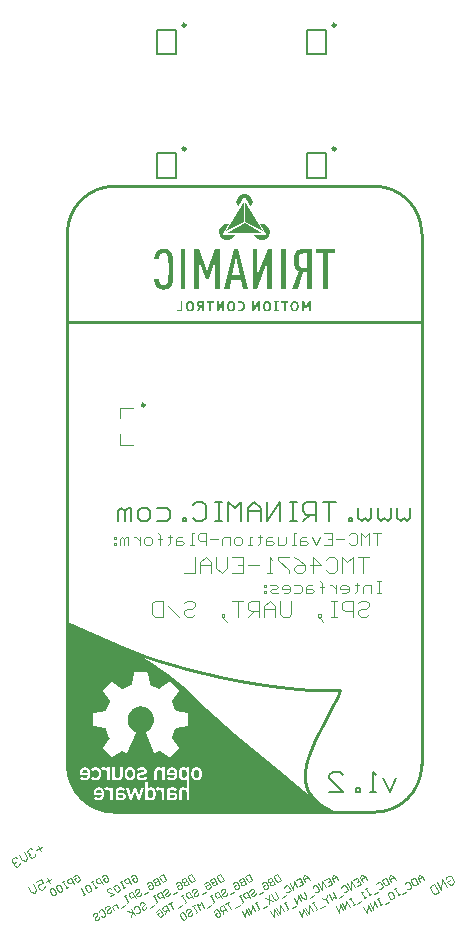
<source format=gbo>
G04*
G04 #@! TF.GenerationSoftware,Altium Limited,Altium Designer,19.0.8 (182)*
G04*
G04 Layer_Color=32896*
%FSLAX25Y25*%
%MOIN*%
G70*
G01*
G75*
%ADD10C,0.00984*%
%ADD16C,0.00787*%
%ADD18C,0.00472*%
%ADD19C,0.00600*%
%ADD20C,0.00321*%
%ADD21C,0.00350*%
%ADD70C,0.01000*%
%ADD93C,0.00197*%
%ADD94C,0.00535*%
%ADD95C,0.00428*%
G36*
X108265Y244500D02*
X108642Y244500D01*
X109366Y244290D01*
X110003Y243886D01*
X110502Y243321D01*
X110824Y242639D01*
X110942Y241894D01*
X110848Y241146D01*
X110550Y240454D01*
X110310Y240163D01*
X110310Y240163D01*
X108397Y243477D01*
X108322Y243555D01*
X108211Y243553D01*
X108134Y243476D01*
X106221Y240163D01*
X105981Y240454D01*
X105683Y241146D01*
X105589Y241894D01*
X105708Y242639D01*
X106029Y243321D01*
X106528Y243886D01*
X107165Y244290D01*
X107888Y244500D01*
X108265Y244500D01*
X108265Y244500D01*
D02*
G37*
G36*
X108594Y241969D02*
X108595Y241968D01*
X108595Y241968D01*
X114278Y232126D01*
X114278Y232125D01*
X114278Y232123D01*
X114277Y232121D01*
X114275Y232121D01*
X114274Y232122D01*
X114273Y232122D01*
X114273D01*
X108590Y235402D01*
X108590Y235402D01*
X108590Y235402D01*
X108590Y235402D01*
X108590Y235402D01*
X108590Y235402D01*
X108590Y235403D01*
X108589Y235403D01*
X108589Y235404D01*
X108589Y235405D01*
Y235405D01*
X108589D01*
X108589Y241967D01*
Y241968D01*
X108590Y241970D01*
X108592Y241970D01*
X108594Y241969D01*
D02*
G37*
G36*
X107944Y241970D02*
X107946Y241969D01*
X107946Y241968D01*
Y241967D01*
X107946Y241967D01*
X107946Y235405D01*
Y235405D01*
Y235405D01*
X107946Y235405D01*
X107946Y235405D01*
Y235405D01*
X107946Y235405D01*
X107946Y235404D01*
X107945Y235403D01*
X107945Y235403D01*
X107944Y235402D01*
X102262Y232122D01*
X102261Y232121D01*
X102259Y232121D01*
X102257Y232123D01*
X102257Y232125D01*
X102258Y232126D01*
X102258D01*
X107940Y241969D01*
X107940Y241970D01*
X107942Y241971D01*
X107944Y241970D01*
D02*
G37*
G36*
X108268Y234846D02*
X108268Y234845D01*
X108269Y234845D01*
X108269Y234845D01*
X113951Y231565D01*
X113952Y231564D01*
X113953Y231562D01*
X113953Y231560D01*
X113951Y231558D01*
X113950D01*
X102584Y231558D01*
X102583Y231558D01*
X102582Y231559D01*
X102581Y231561D01*
X102582Y231563D01*
X102583Y231564D01*
X102583Y231564D01*
X102583Y231564D01*
X102583Y231564D01*
X102583Y231564D01*
X102583Y231564D01*
X102583Y231564D01*
X108265Y234845D01*
X108265Y234845D01*
X108266Y234845D01*
X108266Y234845D01*
X108266Y234845D01*
X108266Y234845D01*
X108266Y234846D01*
X108267Y234846D01*
X108268Y234846D01*
D02*
G37*
G36*
X102963Y234514D02*
Y234514D01*
X101050Y231200D01*
X101044Y231188D01*
X101033Y231163D01*
X101025Y231137D01*
X101021Y231110D01*
X101019Y231096D01*
X101019Y231096D01*
X101022Y231082D01*
X101031Y231055D01*
X101046Y231031D01*
X101066Y231010D01*
X101077Y231001D01*
Y231001D01*
X101089Y230995D01*
X101114Y230984D01*
X101141Y230977D01*
X101168Y230973D01*
X101182Y230973D01*
X101182Y230973D01*
X105007Y230972D01*
X104876Y230619D01*
X104425Y230015D01*
X103824Y229559D01*
X103120Y229290D01*
X102369Y229227D01*
X101630Y229377D01*
X100962Y229726D01*
X100418Y230248D01*
X100230Y230574D01*
X100041Y230901D01*
X99861Y231633D01*
X99892Y232386D01*
X100133Y233101D01*
X100562Y233721D01*
X101148Y234196D01*
X101843Y234489D01*
X102592Y234576D01*
X102963Y234514D01*
D02*
G37*
G36*
X114694Y234492D02*
X115388Y234199D01*
X115974Y233724D01*
X116404Y233105D01*
X116644Y232390D01*
X116675Y231637D01*
X116495Y230905D01*
X116307Y230578D01*
X116118Y230252D01*
X115574Y229730D01*
X114906Y229380D01*
X114167Y229231D01*
X113416Y229294D01*
X112712Y229563D01*
X112111Y230018D01*
X111660Y230623D01*
X111528Y230976D01*
X111528Y230976D01*
X115355D01*
X115460Y231002D01*
X115514Y231099D01*
X115486Y231204D01*
X113573Y234517D01*
X113945Y234579D01*
X114694Y234492D01*
D02*
G37*
G36*
X81296Y226378D02*
X81606Y226366D01*
X81606Y226366D01*
X81677Y226361D01*
X81818Y226345D01*
X81958Y226323D01*
X82097Y226295D01*
X82166Y226278D01*
X82258Y226255D01*
X82438Y226198D01*
X82614Y226129D01*
X82785Y226047D01*
X82867Y226001D01*
X82867Y226001D01*
X82968Y225945D01*
X83160Y225815D01*
X83340Y225669D01*
X83507Y225508D01*
X83583Y225421D01*
X83583Y225421D01*
X83616Y225383D01*
X83681Y225304D01*
X83744Y225224D01*
X83804Y225142D01*
X83833Y225101D01*
X83833Y225101D01*
X83861Y225057D01*
X83914Y224969D01*
X83965Y224879D01*
X84014Y224788D01*
X84037Y224742D01*
X84198Y224337D01*
X84323Y223878D01*
X84415Y223357D01*
X84479Y222766D01*
X84521Y222098D01*
X84544Y221344D01*
X84557Y219548D01*
X84555Y218599D01*
X84544Y217751D01*
X84521Y216997D01*
X84479Y216329D01*
X84411Y215738D01*
X84323Y215217D01*
X84198Y214758D01*
X84198Y214758D01*
X84182Y214706D01*
X84145Y214603D01*
X84105Y214502D01*
X84061Y214402D01*
X84037Y214353D01*
X84037Y214353D01*
X83992Y214261D01*
X83890Y214083D01*
X83776Y213913D01*
X83651Y213750D01*
X83583Y213674D01*
X83583Y213673D01*
X83486Y213564D01*
X83270Y213367D01*
X83035Y213193D01*
X82784Y213045D01*
X82651Y212984D01*
X82651Y212984D01*
X82593Y212957D01*
X82473Y212909D01*
X82352Y212868D01*
X82228Y212832D01*
X82166Y212817D01*
X81896Y212762D01*
X81896Y212762D01*
X81822Y212751D01*
X81672Y212734D01*
X81522Y212723D01*
X81372Y212717D01*
X81296Y212717D01*
X81034Y212724D01*
X81035Y212724D01*
X80975Y212728D01*
X80854Y212739D01*
X80734Y212754D01*
X80614Y212772D01*
X80554Y212783D01*
X80555Y212783D01*
X80370Y212816D01*
X80014Y212935D01*
X79679Y213104D01*
X79372Y213320D01*
X79236Y213449D01*
X79236Y213449D01*
X79212Y213471D01*
X79163Y213518D01*
X79116Y213566D01*
X79070Y213615D01*
X79048Y213640D01*
X79049Y213640D01*
X79029Y213662D01*
X78990Y213708D01*
X78952Y213754D01*
X78916Y213802D01*
X78899Y213826D01*
X78900Y213825D01*
X78876Y213857D01*
X78831Y213921D01*
X78788Y213987D01*
X78747Y214054D01*
X78727Y214088D01*
X78728Y214088D01*
X78710Y214119D01*
X78675Y214181D01*
X78642Y214245D01*
X78610Y214309D01*
X78595Y214341D01*
X78596Y214341D01*
X78580Y214374D01*
X78549Y214441D01*
X78521Y214509D01*
X78494Y214577D01*
X78481Y214612D01*
X78482Y214611D01*
X78455Y214683D01*
X78407Y214828D01*
X78364Y214975D01*
X78327Y215124D01*
X78312Y215199D01*
X78313Y215198D01*
X78287Y215318D01*
X78248Y215560D01*
X78221Y215803D01*
X78206Y216047D01*
X78205Y216170D01*
X79817Y216170D01*
X79833Y215824D01*
X79882Y215492D01*
X79919Y215333D01*
X79966Y215180D01*
X80022Y215034D01*
X80087Y214896D01*
X80248Y214650D01*
X80318Y214568D01*
X80666Y214300D01*
X80889Y214214D01*
X81015Y214186D01*
X81296Y214162D01*
X81448Y214168D01*
X81589Y214186D01*
X81720Y214215D01*
X82149Y214427D01*
X82383Y214669D01*
X82513Y214875D01*
X82622Y215117D01*
X82712Y215404D01*
X82784Y215748D01*
X82841Y216158D01*
X82883Y216644D01*
X82913Y217216D01*
X82933Y217884D01*
X82946Y219548D01*
X82943Y220438D01*
X82933Y221212D01*
X82965Y221340D01*
X82913Y221879D01*
X82883Y222451D01*
X82841Y222937D01*
X82784Y223347D01*
X82712Y223691D01*
X82561Y224126D01*
X82561Y224126D01*
X82542Y224166D01*
X82502Y224243D01*
X82457Y224318D01*
X82409Y224391D01*
X82383Y224427D01*
X82313Y224514D01*
X82313Y224514D01*
X82274Y224556D01*
X82190Y224634D01*
X82099Y224704D01*
X82003Y224765D01*
X81952Y224793D01*
X81720Y224881D01*
X81589Y224909D01*
Y224909D01*
X81553Y224915D01*
X81480Y224923D01*
X81407Y224929D01*
X81333Y224933D01*
X81296Y224933D01*
X81296Y224933D01*
X81245Y224934D01*
X81142Y224929D01*
X81040Y224917D01*
X80939Y224897D01*
X80889Y224885D01*
X80889Y224885D01*
X80834Y224870D01*
X80726Y224831D01*
X80622Y224782D01*
X80524Y224723D01*
X80477Y224690D01*
X80248Y224464D01*
X80163Y224345D01*
X80089Y224216D01*
X80026Y224076D01*
X79972Y223928D01*
X79928Y223772D01*
X79894Y223610D01*
X79867Y223443D01*
X79849Y223273D01*
X79835Y222925D01*
X78223Y222925D01*
X78223Y222925D01*
X78224Y223006D01*
X78231Y223168D01*
X78243Y223329D01*
X78260Y223490D01*
X78270Y223570D01*
X78280Y223646D01*
X78304Y223797D01*
X78334Y223946D01*
X78369Y224095D01*
X78390Y224169D01*
X78390D01*
X78399Y224204D01*
X78419Y224274D01*
X78441Y224344D01*
X78464Y224413D01*
X78476Y224448D01*
X78499Y224514D01*
X78551Y224644D01*
X78607Y224772D01*
X78670Y224898D01*
X78704Y224959D01*
X78704Y224959D01*
X78751Y225046D01*
X78859Y225213D01*
X78978Y225371D01*
X79109Y225520D01*
X79180Y225590D01*
X79277Y225686D01*
X79489Y225856D01*
X79719Y226004D01*
X79963Y226126D01*
X80090Y226174D01*
X80090Y226174D01*
X80144Y226195D01*
X80254Y226231D01*
X80365Y226264D01*
X80477Y226292D01*
X80533Y226304D01*
X80774Y226345D01*
X80774Y226345D01*
X80839Y226354D01*
X80969Y226368D01*
X81100Y226376D01*
X81231Y226379D01*
X81296Y226378D01*
D02*
G37*
G36*
X117503Y226231D02*
X117503Y226230D01*
X117504Y226229D01*
Y226228D01*
X117504D01*
X117504Y212866D01*
Y212865D01*
X117503Y212864D01*
X117503Y212863D01*
X117501Y212863D01*
X115888D01*
X115887Y212863D01*
X115886Y212864D01*
X115886Y212865D01*
Y212866D01*
X115886D01*
Y221988D01*
X112444Y212865D01*
X112444Y212864D01*
X112443Y212864D01*
X112442Y212863D01*
X112442Y212863D01*
X110978D01*
X110977Y212863D01*
X110976Y212864D01*
X110975Y212865D01*
Y212866D01*
Y226228D01*
Y226229D01*
X110976Y226230D01*
X110977Y226231D01*
X110978Y226231D01*
X112592D01*
X112593Y226231D01*
X112594Y226230D01*
X112594Y226229D01*
X112594Y226228D01*
X112594Y226228D01*
X112575Y217107D01*
X115998Y226229D01*
X115998Y226228D01*
X115998D01*
X115998Y226229D01*
X115998Y226230D01*
X115999Y226231D01*
X116000Y226231D01*
X116001Y226231D01*
X117501D01*
X117503Y226231D01*
D02*
G37*
G36*
X127831Y226228D02*
X130848Y226228D01*
Y212866D01*
X129237D01*
Y218609D01*
X127775D01*
X125938Y212866D01*
X124252D01*
X126294Y218928D01*
X126294Y218928D01*
X126130Y219002D01*
X125826Y219195D01*
X125555Y219431D01*
X125321Y219705D01*
X125225Y219857D01*
X125225Y219857D01*
X125201Y219896D01*
X125155Y219975D01*
X125112Y220056D01*
X125072Y220139D01*
X125053Y220181D01*
X125053Y220181D01*
X125033Y220225D01*
X124996Y220315D01*
X124962Y220406D01*
X124930Y220498D01*
X124916Y220544D01*
X124916Y220544D01*
X124883Y220648D01*
X124828Y220858D01*
X124784Y221071D01*
X124750Y221286D01*
X124739Y221395D01*
X124739Y221394D01*
X124726Y221522D01*
X124706Y221778D01*
X124691Y222034D01*
X124684Y222290D01*
X124683Y222418D01*
X124683Y222418D01*
X124682Y222521D01*
X124686Y222726D01*
X124694Y222930D01*
X124707Y223134D01*
X124717Y223236D01*
X124717Y223236D01*
X124724Y223325D01*
X124744Y223501D01*
X124769Y223677D01*
X124799Y223852D01*
X124816Y223939D01*
X124816Y223938D01*
X124831Y224014D01*
X124866Y224164D01*
X124907Y224313D01*
X124954Y224460D01*
X124981Y224532D01*
X124981Y224532D01*
X125004Y224596D01*
X125055Y224722D01*
X125112Y224845D01*
X125174Y224965D01*
X125208Y225024D01*
X125209Y225024D01*
X125268Y225128D01*
X125410Y225323D01*
X125571Y225501D01*
X125751Y225660D01*
X125849Y225730D01*
X125849Y225730D01*
X125897Y225764D01*
X125996Y225827D01*
X126099Y225884D01*
X126205Y225936D01*
X126259Y225958D01*
X126259Y225958D01*
X126316Y225982D01*
X126431Y226026D01*
X126548Y226064D01*
X126667Y226098D01*
X126727Y226113D01*
X126727Y226113D01*
X126863Y226141D01*
X127138Y226185D01*
X127415Y226214D01*
X127692Y226228D01*
X127831Y226228D01*
D02*
G37*
G36*
X99957Y226231D02*
X99958Y226230D01*
X99958Y226229D01*
Y226228D01*
Y212866D01*
Y212865D01*
X99958Y212864D01*
X99957Y212863D01*
X99956Y212863D01*
X98343D01*
X98342Y212863D01*
X98341Y212864D01*
X98340Y212865D01*
Y212866D01*
Y222212D01*
X96267Y216131D01*
X96266Y216130D01*
X96266Y216129D01*
X96265Y216129D01*
X96264Y216128D01*
X95270D01*
X95269Y216129D01*
X95268Y216129D01*
X95267Y216130D01*
X95267Y216131D01*
Y216131D01*
X93156Y222362D01*
X93156Y212866D01*
Y212865D01*
X93156Y212864D01*
X93155Y212863D01*
X93154Y212863D01*
X91541D01*
X91539Y212863D01*
X91539Y212864D01*
X91538Y212865D01*
Y212866D01*
Y226228D01*
Y226229D01*
X91539Y226230D01*
X91539Y226231D01*
X91541Y226231D01*
X93059D01*
X93060Y226231D01*
X93061Y226231D01*
X93062Y226230D01*
X93062Y226229D01*
X93062Y226229D01*
X95738Y218807D01*
X98434Y226229D01*
Y226229D01*
X98434Y226229D01*
X98434Y226229D01*
X98434Y226229D01*
X98434Y226229D01*
X98434Y226229D01*
X98434Y226230D01*
X98435Y226231D01*
X98436Y226231D01*
X98436Y226231D01*
X99956D01*
X99957Y226231D01*
D02*
G37*
G36*
X109337Y212866D02*
X107651D01*
X107013Y216019D01*
X103920D01*
X103284Y212866D01*
X101578D01*
X104670Y226228D01*
X106226D01*
X109337Y212866D01*
D02*
G37*
G36*
X138334Y226231D02*
X138335Y226230D01*
X138336Y226229D01*
Y226228D01*
Y224783D01*
Y224783D01*
X138335Y224781D01*
X138334Y224781D01*
X138333Y224780D01*
X138333D01*
Y224780D01*
X136087D01*
X136087Y212866D01*
Y212865D01*
X136086Y212864D01*
X136085Y212863D01*
X136084Y212863D01*
X134471D01*
X134470Y212863D01*
X134469Y212864D01*
X134468Y212865D01*
Y212866D01*
X134468D01*
Y224780D01*
X132242Y224780D01*
X132241D01*
X132240Y224781D01*
X132239Y224781D01*
X132239Y224783D01*
Y224783D01*
X132239D01*
X132239Y226228D01*
Y226229D01*
X132239Y226230D01*
X132240Y226231D01*
X132241Y226231D01*
X138333D01*
X138334Y226231D01*
D02*
G37*
G36*
X122094D02*
X122095Y226230D01*
X122096Y226229D01*
Y226228D01*
X122096D01*
X122096Y212866D01*
Y212865D01*
X122095Y212864D01*
X122094Y212863D01*
X122093Y212863D01*
X120480D01*
X120479Y212863D01*
X120478Y212864D01*
X120477Y212865D01*
Y212866D01*
Y226228D01*
Y226229D01*
X120478Y226230D01*
X120479Y226231D01*
X120480Y226231D01*
X122093D01*
X122094Y226231D01*
D02*
G37*
G36*
X88563D02*
X88564Y226230D01*
X88564Y226229D01*
Y226228D01*
X88564D01*
X88564Y212866D01*
Y212865D01*
X88564Y212864D01*
X88563Y212863D01*
X88562Y212863D01*
X86949D01*
X86948Y212863D01*
X86947Y212864D01*
X86946Y212865D01*
Y212866D01*
Y226228D01*
Y226229D01*
X86947Y226230D01*
X86948Y226231D01*
X86949Y226231D01*
X88562D01*
X88563Y226231D01*
D02*
G37*
G36*
X107146Y208895D02*
X107284Y208871D01*
X107419Y208834D01*
X107484Y208809D01*
Y208809D01*
X107549Y208784D01*
X107673Y208721D01*
X107789Y208645D01*
X107896Y208557D01*
X107945Y208507D01*
X107945Y208507D01*
X107960Y208492D01*
X107989Y208459D01*
X108017Y208425D01*
X108044Y208390D01*
X108056Y208373D01*
X108123Y208271D01*
X108183Y208159D01*
X108229Y208061D01*
X108284Y207907D01*
X108322Y207766D01*
X108351Y207614D01*
X108370Y207452D01*
X108381Y207188D01*
X108379Y207098D01*
X108370Y206925D01*
X108351Y206762D01*
X108322Y206610D01*
X108261Y206402D01*
X108211Y206276D01*
X108090Y206053D01*
X107945Y205869D01*
X107945Y205869D01*
X107877Y205798D01*
X107721Y205680D01*
X107550Y205588D01*
X107365Y205523D01*
X107269Y205505D01*
X107270Y205505D01*
X107221Y205496D01*
X107124Y205482D01*
X107027Y205474D01*
X106929Y205471D01*
X106880Y205472D01*
X106773Y205476D01*
X106672Y205482D01*
X106532Y205497D01*
X106446Y205512D01*
X106368Y205526D01*
X106234Y205553D01*
X106133Y205574D01*
Y206124D01*
X106223Y206108D01*
X106363Y206085D01*
X106479Y206069D01*
X106680Y206045D01*
X106780Y206039D01*
X106875Y206036D01*
X106875D01*
X106914Y206036D01*
X106992Y206042D01*
X107070Y206055D01*
X107146Y206075D01*
X107183Y206087D01*
X107206Y206096D01*
X107249Y206116D01*
X107292Y206138D01*
X107332Y206164D01*
X107352Y206178D01*
X107352Y206178D01*
X107369Y206191D01*
X107401Y206219D01*
X107431Y206249D01*
X107460Y206281D01*
X107473Y206298D01*
X107555Y206425D01*
X107591Y206499D01*
X107638Y206623D01*
X107664Y206716D01*
X107684Y206819D01*
X107698Y206932D01*
X107707Y207054D01*
X107709Y207254D01*
X107703Y207380D01*
X107692Y207497D01*
X107664Y207656D01*
X107623Y207795D01*
X107591Y207877D01*
X107555Y207953D01*
X107516Y208020D01*
X107450Y208108D01*
X107450Y208108D01*
X107442Y208118D01*
X107424Y208137D01*
X107406Y208155D01*
X107387Y208172D01*
X107377Y208180D01*
X107353Y208199D01*
X107302Y208234D01*
X107248Y208264D01*
X107192Y208290D01*
X107163Y208301D01*
X107163Y208301D01*
X107128Y208313D01*
X107057Y208331D01*
X106985Y208342D01*
X106911Y208347D01*
X106875Y208347D01*
X106780Y208345D01*
X106680Y208338D01*
X106599Y208330D01*
X106479Y208317D01*
X106345Y208300D01*
X106240Y208283D01*
X106133Y208264D01*
Y208802D01*
X106234Y208823D01*
X106331Y208842D01*
X106446Y208864D01*
X106577Y208884D01*
X106672Y208894D01*
X106773Y208900D01*
X106935Y208904D01*
X106935Y208904D01*
X107006Y208905D01*
X107146Y208895D01*
D02*
G37*
G36*
X115902Y208900D02*
X116075Y208878D01*
X116075Y208877D01*
X116110Y208872D01*
X116177Y208856D01*
X116244Y208837D01*
X116309Y208813D01*
X116341Y208800D01*
X116341Y208799D01*
X116372Y208786D01*
X116433Y208756D01*
X116492Y208723D01*
X116549Y208687D01*
X116576Y208668D01*
X116576Y208667D01*
X116604Y208648D01*
X116657Y208605D01*
X116707Y208558D01*
X116753Y208508D01*
X116775Y208482D01*
X116876Y208344D01*
X116935Y208241D01*
X116987Y208130D01*
X116987Y208130D01*
X117000Y208099D01*
X117023Y208037D01*
X117044Y207975D01*
X117063Y207912D01*
X117072Y207881D01*
X117103Y207743D01*
X117127Y207595D01*
X117142Y207439D01*
X117151Y207188D01*
X117150Y207102D01*
X117142Y206937D01*
X117127Y206780D01*
X117103Y206633D01*
X117053Y206430D01*
X117011Y206305D01*
X116962Y206189D01*
X116906Y206082D01*
X116906Y206082D01*
X116892Y206057D01*
X116861Y206009D01*
X116828Y205961D01*
X116793Y205916D01*
X116775Y205894D01*
X116775Y205894D01*
X116731Y205842D01*
X116632Y205749D01*
X116522Y205669D01*
X116404Y205603D01*
X116341Y205576D01*
X116342Y205576D01*
X116316Y205566D01*
X116264Y205547D01*
X116211Y205530D01*
X116157Y205516D01*
X116130Y205509D01*
X115961Y205482D01*
X115782Y205472D01*
Y206006D01*
X115799Y206006D01*
X115834Y206007D01*
X115868Y206010D01*
X115902Y206015D01*
X115919Y206018D01*
X115950Y206024D01*
X116010Y206043D01*
X116068Y206066D01*
X116123Y206096D01*
X116150Y206112D01*
X116243Y206195D01*
X116322Y206301D01*
X116387Y206431D01*
X116438Y206585D01*
X116474Y206762D01*
X116497Y206973D01*
X116503Y207188D01*
X116496Y207413D01*
X116475Y207617D01*
X116438Y207791D01*
X116387Y207945D01*
X116323Y208075D01*
X116191Y208228D01*
X116042Y208323D01*
X116042Y208323D01*
X116010Y208334D01*
X115947Y208353D01*
X115881Y208365D01*
X115815Y208370D01*
X115782Y208370D01*
X115645Y208358D01*
X115517Y208312D01*
X115414Y208264D01*
X115321Y208181D01*
X115241Y208075D01*
X115176Y207945D01*
X115126Y207791D01*
X115090Y207614D01*
X115061Y207397D01*
X115061Y207188D01*
X115068Y206963D01*
X115090Y206762D01*
X115126Y206585D01*
X115176Y206431D01*
X115177Y206431D01*
X115184Y206415D01*
X115199Y206382D01*
X115215Y206349D01*
X115232Y206317D01*
X115241Y206301D01*
X115242Y206301D01*
X115253Y206281D01*
X115279Y206243D01*
X115308Y206207D01*
X115340Y206173D01*
X115357Y206157D01*
X115357Y206157D01*
X115376Y206141D01*
X115415Y206112D01*
X115456Y206085D01*
X115500Y206063D01*
X115523Y206053D01*
X115523Y206053D01*
X115554Y206041D01*
X115617Y206023D01*
X115683Y206011D01*
X115749Y206006D01*
X115782Y206006D01*
X115782Y205472D01*
X115662Y205476D01*
X115489Y205498D01*
X115489Y205498D01*
X115455Y205504D01*
X115387Y205520D01*
X115321Y205540D01*
X115255Y205563D01*
X115223Y205576D01*
X115223Y205576D01*
X115160Y205602D01*
X115041Y205668D01*
X114931Y205748D01*
X114832Y205842D01*
X114789Y205894D01*
X114688Y206032D01*
X114629Y206135D01*
X114576Y206246D01*
X114577Y206246D01*
X114564Y206276D01*
X114540Y206338D01*
X114519Y206400D01*
X114500Y206463D01*
X114492Y206495D01*
X114461Y206633D01*
X114437Y206780D01*
X114421Y206937D01*
X114413Y207188D01*
X114414Y207274D01*
X114421Y207439D01*
X114437Y207595D01*
X114461Y207743D01*
X114510Y207946D01*
X114553Y208071D01*
X114602Y208187D01*
X114657Y208294D01*
X114658Y208293D01*
X114672Y208318D01*
X114702Y208367D01*
X114735Y208415D01*
X114770Y208460D01*
X114789Y208482D01*
X114789Y208482D01*
X114833Y208534D01*
X114932Y208626D01*
X115042Y208706D01*
X115160Y208773D01*
X115223Y208800D01*
X115223Y208799D01*
X115255Y208813D01*
X115322Y208837D01*
X115390Y208857D01*
X115459Y208872D01*
X115493Y208878D01*
X115589Y208894D01*
X115782Y208904D01*
X115902Y208900D01*
D02*
G37*
G36*
X103986D02*
X104159Y208878D01*
X104159Y208877D01*
X104193Y208872D01*
X104261Y208856D01*
X104327Y208837D01*
X104393Y208813D01*
X104425Y208800D01*
X104425Y208799D01*
X104456Y208786D01*
X104517Y208756D01*
X104576Y208723D01*
X104632Y208687D01*
X104660Y208668D01*
X104660Y208667D01*
X104688Y208648D01*
X104741Y208605D01*
X104790Y208558D01*
X104837Y208508D01*
X104859Y208482D01*
X104960Y208344D01*
X105019Y208241D01*
X105071Y208130D01*
X105071Y208130D01*
X105083Y208099D01*
X105106Y208037D01*
X105128Y207975D01*
X105147Y207912D01*
X105156Y207881D01*
X105187Y207743D01*
X105210Y207595D01*
X105226Y207439D01*
X105235Y207188D01*
X105234Y207102D01*
X105226Y206937D01*
X105210Y206780D01*
X105187Y206633D01*
X105137Y206430D01*
X105095Y206305D01*
X105046Y206189D01*
X104990Y206082D01*
X104990Y206082D01*
X104976Y206057D01*
X104945Y206009D01*
X104912Y205961D01*
X104877Y205916D01*
X104859Y205894D01*
X104858Y205894D01*
X104815Y205842D01*
X104715Y205749D01*
X104606Y205669D01*
X104488Y205603D01*
X104425Y205576D01*
X104425Y205576D01*
X104400Y205566D01*
X104348Y205547D01*
X104295Y205530D01*
X104241Y205516D01*
X104214Y205509D01*
X104045Y205482D01*
X103866Y205472D01*
Y206006D01*
X103866D01*
X103866Y206006D01*
Y206006D01*
X103883Y206006D01*
X103917Y206007D01*
X103952Y206010D01*
X103986Y206015D01*
X104003Y206018D01*
X104033Y206024D01*
X104093Y206043D01*
X104151Y206066D01*
X104207Y206096D01*
X104233Y206112D01*
X104327Y206195D01*
X104406Y206301D01*
X104471Y206431D01*
X104522Y206585D01*
X104558Y206762D01*
X104580Y206973D01*
X104587Y207188D01*
X104579Y207413D01*
X104559Y207617D01*
X104522Y207791D01*
X104471Y207945D01*
X104406Y208075D01*
X104275Y208228D01*
X104125Y208323D01*
Y208323D01*
X104094Y208334D01*
X104030Y208353D01*
X103965Y208365D01*
X103899Y208370D01*
X103866Y208370D01*
X103729Y208358D01*
X103601Y208312D01*
X103498Y208264D01*
X103404Y208181D01*
X103325Y208075D01*
X103260Y207945D01*
X103209Y207791D01*
X103173Y207614D01*
X103144Y207397D01*
X103145Y207188D01*
X103152Y206963D01*
X103173Y206762D01*
X103209Y206585D01*
X103260Y206431D01*
X103260Y206431D01*
X103268Y206415D01*
X103283Y206382D01*
X103299Y206349D01*
X103316Y206317D01*
X103325Y206301D01*
X103325Y206301D01*
X103337Y206281D01*
X103363Y206243D01*
X103392Y206207D01*
X103424Y206173D01*
X103441Y206157D01*
X103441Y206157D01*
X103459Y206141D01*
X103498Y206112D01*
X103540Y206085D01*
X103584Y206063D01*
X103606Y206053D01*
X103606Y206053D01*
X103637Y206041D01*
X103701Y206023D01*
X103766Y206011D01*
X103833Y206006D01*
X103866Y206006D01*
X103866Y205472D01*
X103745Y205476D01*
X103573Y205498D01*
X103573Y205498D01*
X103539Y205504D01*
X103471Y205520D01*
X103404Y205540D01*
X103339Y205563D01*
X103306Y205576D01*
X103306Y205576D01*
X103243Y205602D01*
X103125Y205668D01*
X103015Y205748D01*
X102916Y205842D01*
X102873Y205894D01*
X102771Y206032D01*
X102712Y206135D01*
X102660Y206246D01*
X102660Y206246D01*
X102647Y206276D01*
X102624Y206338D01*
X102603Y206400D01*
X102584Y206463D01*
X102576Y206495D01*
X102544Y206633D01*
X102521Y206780D01*
X102505Y206937D01*
X102496Y207188D01*
X102497Y207274D01*
X102505Y207439D01*
X102521Y207595D01*
X102544Y207743D01*
X102594Y207946D01*
X102636Y208071D01*
X102685Y208187D01*
X102741Y208294D01*
X102742Y208293D01*
X102755Y208318D01*
X102786Y208367D01*
X102819Y208415D01*
X102854Y208460D01*
X102873Y208482D01*
X102873Y208482D01*
X102917Y208534D01*
X103016Y208626D01*
X103125Y208706D01*
X103244Y208773D01*
X103306Y208800D01*
X103307Y208799D01*
X103339Y208813D01*
X103405Y208837D01*
X103473Y208857D01*
X103542Y208872D01*
X103577Y208878D01*
X103673Y208894D01*
X103866Y208904D01*
X103986Y208900D01*
D02*
G37*
G36*
X125074Y208900D02*
X125247Y208878D01*
X125247Y208877D01*
X125281Y208872D01*
X125349Y208856D01*
X125416Y208837D01*
X125481Y208813D01*
X125513Y208800D01*
X125513Y208799D01*
X125544Y208786D01*
X125605Y208756D01*
X125664Y208723D01*
X125721Y208687D01*
X125748Y208668D01*
X125748Y208667D01*
X125776Y208648D01*
X125829Y208605D01*
X125879Y208558D01*
X125925Y208508D01*
X125947Y208482D01*
X126048Y208344D01*
X126107Y208241D01*
X126159Y208130D01*
X126159Y208130D01*
X126172Y208099D01*
X126195Y208037D01*
X126216Y207975D01*
X126235Y207912D01*
X126244Y207881D01*
X126275Y207743D01*
X126298Y207595D01*
X126314Y207439D01*
X126323Y207188D01*
X126322Y207102D01*
X126314Y206937D01*
X126298Y206780D01*
X126275Y206633D01*
X126225Y206430D01*
X126183Y206305D01*
X126134Y206189D01*
X126078Y206082D01*
X126078Y206082D01*
X126064Y206057D01*
X126033Y206009D01*
X126000Y205961D01*
X125965Y205916D01*
X125947Y205894D01*
X125947Y205894D01*
X125903Y205842D01*
X125804Y205749D01*
X125694Y205669D01*
X125576Y205602D01*
X125513Y205576D01*
X125514Y205576D01*
X125488Y205566D01*
X125436Y205547D01*
X125383Y205530D01*
X125329Y205516D01*
X125302Y205509D01*
X125133Y205482D01*
X124954Y205472D01*
X124834Y205476D01*
X124661Y205498D01*
X124661D01*
X124627Y205504D01*
X124559Y205520D01*
X124492Y205540D01*
X124427Y205563D01*
X124395Y205576D01*
X124395Y205576D01*
X124332Y205602D01*
X124213Y205668D01*
X124103Y205748D01*
X124004Y205842D01*
X123961Y205894D01*
X123860Y206032D01*
X123801Y206135D01*
X123748Y206246D01*
X123749Y206246D01*
X123736Y206276D01*
X123712Y206338D01*
X123691Y206400D01*
X123672Y206463D01*
X123664Y206495D01*
X123633Y206633D01*
X123609Y206780D01*
X123593Y206937D01*
X123585Y207188D01*
X123586Y207274D01*
X123593Y207439D01*
X123609Y207595D01*
X123633Y207743D01*
X123682Y207946D01*
X123725Y208071D01*
X123774Y208187D01*
X123829Y208294D01*
X123830Y208293D01*
X123844Y208318D01*
X123874Y208367D01*
X123907Y208415D01*
X123942Y208460D01*
X123961Y208482D01*
X123961Y208482D01*
X124005Y208533D01*
X124104Y208626D01*
X124214Y208706D01*
X124332Y208773D01*
X124395Y208800D01*
X124395Y208799D01*
X124427Y208813D01*
X124494Y208837D01*
X124562Y208857D01*
X124630Y208872D01*
X124665Y208878D01*
X124761Y208894D01*
X124954Y208904D01*
X125074Y208900D01*
D02*
G37*
G36*
X90208D02*
X90381Y208878D01*
X90381Y208877D01*
X90415Y208872D01*
X90483Y208856D01*
X90550Y208837D01*
X90615Y208813D01*
X90647Y208800D01*
X90647Y208799D01*
X90678Y208786D01*
X90739Y208756D01*
X90798Y208723D01*
X90855Y208687D01*
X90882Y208668D01*
X90882Y208667D01*
X90910Y208648D01*
X90963Y208605D01*
X91013Y208558D01*
X91059Y208508D01*
X91081Y208482D01*
X91182Y208344D01*
X91241Y208241D01*
X91293Y208130D01*
X91293Y208130D01*
X91306Y208099D01*
X91329Y208037D01*
X91350Y207975D01*
X91369Y207912D01*
X91378Y207881D01*
X91409Y207743D01*
X91432Y207595D01*
X91448Y207439D01*
X91457Y207188D01*
X91456Y207102D01*
X91448Y206937D01*
X91432Y206780D01*
X91409Y206633D01*
X91359Y206430D01*
X91317Y206305D01*
X91268Y206189D01*
X91212Y206082D01*
X91212Y206082D01*
X91198Y206057D01*
X91167Y206009D01*
X91134Y205961D01*
X91099Y205916D01*
X91081Y205894D01*
X91080Y205894D01*
X91037Y205842D01*
X90938Y205749D01*
X90828Y205669D01*
X90710Y205602D01*
X90647Y205576D01*
X90648Y205576D01*
X90622Y205566D01*
X90570Y205547D01*
X90517Y205530D01*
X90463Y205516D01*
X90436Y205509D01*
X90267Y205482D01*
X90088Y205472D01*
Y206006D01*
X90088Y206006D01*
X90105Y206006D01*
X90140Y206007D01*
X90174Y206010D01*
X90208Y206015D01*
X90225Y206018D01*
X90225Y206018D01*
X90255Y206024D01*
X90316Y206043D01*
X90373Y206066D01*
X90429Y206096D01*
X90456Y206112D01*
X90549Y206195D01*
X90628Y206301D01*
X90693Y206431D01*
X90744Y206585D01*
X90780Y206762D01*
X90803Y206973D01*
X90809Y207188D01*
X90802Y207413D01*
X90781Y207617D01*
X90744Y207791D01*
X90693Y207945D01*
X90628Y208075D01*
X90497Y208228D01*
X90347Y208323D01*
X90347Y208323D01*
X90316Y208334D01*
X90253Y208353D01*
X90187Y208364D01*
X90121Y208370D01*
X90088Y208370D01*
X89951Y208358D01*
X89823Y208312D01*
X89720Y208264D01*
X89626Y208181D01*
X89547Y208075D01*
X89482Y207945D01*
X89432Y207791D01*
X89396Y207614D01*
X89367Y207397D01*
X89367Y207188D01*
X89374Y206963D01*
X89396Y206762D01*
X89432Y206585D01*
X89482Y206431D01*
X89482Y206431D01*
X89490Y206415D01*
X89505Y206382D01*
X89521Y206349D01*
X89538Y206317D01*
X89547Y206301D01*
X89547Y206301D01*
X89559Y206281D01*
X89585Y206243D01*
X89614Y206207D01*
X89646Y206173D01*
X89663Y206157D01*
X89663Y206157D01*
X89682Y206141D01*
X89721Y206112D01*
X89762Y206085D01*
X89806Y206063D01*
X89828Y206053D01*
X89828Y206053D01*
X89860Y206041D01*
X89923Y206023D01*
X89989Y206011D01*
X90055Y206006D01*
X90088Y206006D01*
X90088Y205472D01*
X89968Y205476D01*
X89795Y205498D01*
X89795D01*
X89761Y205504D01*
X89693Y205520D01*
X89626Y205540D01*
X89561Y205563D01*
X89529Y205576D01*
X89529Y205576D01*
X89466Y205602D01*
X89347Y205668D01*
X89237Y205748D01*
X89138Y205842D01*
X89095Y205894D01*
X88994Y206032D01*
X88935Y206135D01*
X88882Y206246D01*
X88883Y206246D01*
X88870Y206276D01*
X88846Y206338D01*
X88825Y206400D01*
X88806Y206463D01*
X88798Y206495D01*
X88766Y206633D01*
X88743Y206780D01*
X88727Y206937D01*
X88719Y207188D01*
X88720Y207274D01*
X88727Y207439D01*
X88743Y207595D01*
X88766Y207743D01*
X88816Y207946D01*
X88859Y208071D01*
X88908Y208187D01*
X88963Y208294D01*
X88964Y208293D01*
X88978Y208318D01*
X89008Y208367D01*
X89041Y208415D01*
X89076Y208460D01*
X89095Y208482D01*
X89095Y208482D01*
X89139Y208533D01*
X89238Y208626D01*
X89348Y208706D01*
X89466Y208773D01*
X89529Y208800D01*
X89529Y208799D01*
X89561Y208813D01*
X89628Y208837D01*
X89696Y208857D01*
X89764Y208872D01*
X89799Y208878D01*
X89895Y208894D01*
X90088Y208904D01*
X90208Y208900D01*
D02*
G37*
G36*
X93504Y208861D02*
X93504Y208861D01*
X94623Y208861D01*
X94626Y205518D01*
X93998Y205515D01*
X93994Y206971D01*
X93994Y206974D01*
X93769D01*
X93014Y205517D01*
X92325Y205515D01*
X93108Y207032D01*
X93048Y207043D01*
X92933Y207085D01*
X92827Y207145D01*
X92732Y207222D01*
X92692Y207268D01*
X92692D01*
X92665Y207295D01*
X92616Y207353D01*
X92572Y207415D01*
X92532Y207480D01*
X92515Y207514D01*
X92501Y207552D01*
X92480Y207629D01*
X92466Y207708D01*
X92460Y207788D01*
X92460Y207828D01*
X92459Y207843D01*
X92459Y207874D01*
X92459Y207904D01*
X92459Y207935D01*
X92460Y207950D01*
X92460Y207950D01*
X92460Y207978D01*
X92461Y208033D01*
X92464Y208088D01*
X92469Y208143D01*
X92473Y208170D01*
X92473Y208170D01*
X92477Y208197D01*
X92489Y208250D01*
X92506Y208302D01*
X92526Y208352D01*
X92538Y208377D01*
X92538Y208377D01*
X92547Y208400D01*
X92567Y208446D01*
X92591Y208489D01*
X92619Y208531D01*
X92634Y208551D01*
X92634Y208551D01*
X92649Y208569D01*
X92682Y208602D01*
X92717Y208634D01*
X92754Y208663D01*
X92774Y208675D01*
X92792Y208691D01*
X92831Y208719D01*
X92872Y208743D01*
X92915Y208763D01*
X92938Y208772D01*
X92938Y208772D01*
X93006Y208796D01*
X93146Y208831D01*
X93288Y208854D01*
X93432Y208863D01*
X93504Y208861D01*
D02*
G37*
G36*
X130317Y208861D02*
X130318Y208860D01*
X130319Y208859D01*
Y208858D01*
X130319D01*
X130319Y205518D01*
Y205517D01*
X130318Y205516D01*
X130317Y205515D01*
X130316Y205515D01*
X130315D01*
Y205515D01*
X129690Y205515D01*
X129689D01*
X129688Y205515D01*
X129687Y205516D01*
X129687Y205517D01*
Y205518D01*
Y207568D01*
X129198Y206561D01*
X129198Y206560D01*
X129198Y206559D01*
X129197Y206559D01*
X129196Y206559D01*
X128576D01*
X128575Y206559D01*
X128574Y206559D01*
X128574Y206560D01*
X128574Y206561D01*
Y206561D01*
X128099Y207559D01*
Y205518D01*
Y205517D01*
X128098Y205516D01*
X128098Y205515D01*
X128096Y205515D01*
X128096D01*
Y205515D01*
X127471Y205515D01*
X127470D01*
X127469Y205515D01*
X127468Y205516D01*
X127468Y205517D01*
Y205518D01*
X127468D01*
X127468Y208858D01*
Y208859D01*
X127468Y208860D01*
X127469Y208861D01*
X127470Y208861D01*
X128096D01*
X128097Y208861D01*
X128098Y208861D01*
X128098Y208860D01*
X128099Y208859D01*
X128099D01*
X128886Y207227D01*
X129687Y208859D01*
X129687Y208860D01*
X129688Y208861D01*
X129689Y208861D01*
X129690Y208861D01*
X130316D01*
X130317Y208861D01*
D02*
G37*
G36*
X113268D02*
X113269Y208860D01*
X113270Y208859D01*
Y208858D01*
X113270D01*
X113270Y205518D01*
Y205517D01*
X113269Y205516D01*
X113268Y205515D01*
X113267Y205515D01*
X113266D01*
Y205515D01*
X112640Y205515D01*
X112640D01*
X112638Y205515D01*
X112638Y205516D01*
X112637Y205517D01*
Y205518D01*
X112637D01*
Y207537D01*
X111515Y205516D01*
X111515Y205516D01*
X111514Y205515D01*
X111513Y205515D01*
X111512Y205515D01*
X111512D01*
Y205515D01*
X110887Y205515D01*
X110886D01*
X110885Y205515D01*
X110884Y205516D01*
X110884Y205517D01*
Y205518D01*
Y208858D01*
Y208859D01*
X110884Y208860D01*
X110885Y208861D01*
X110886Y208861D01*
X111513D01*
X111514Y208861D01*
X111515Y208860D01*
X111515Y208859D01*
Y208858D01*
X111515D01*
Y206834D01*
X112637Y208860D01*
X112638Y208860D01*
X112638Y208861D01*
X112639Y208861D01*
X112640Y208861D01*
X113267D01*
X113268Y208861D01*
D02*
G37*
G36*
X101352D02*
X101353Y208860D01*
X101353Y208859D01*
Y208858D01*
Y205518D01*
Y205517D01*
X101353Y205516D01*
X101352Y205515D01*
X101351Y205515D01*
X101350D01*
Y205515D01*
X100724Y205515D01*
X100724D01*
X100723Y205515D01*
X100722Y205516D01*
X100721Y205517D01*
Y205518D01*
X100721D01*
Y207537D01*
X99599Y205516D01*
X99599Y205516D01*
X99598Y205515D01*
X99597Y205515D01*
X99597Y205515D01*
X99596D01*
Y205515D01*
X98971Y205515D01*
X98970D01*
X98969Y205515D01*
X98968Y205516D01*
X98967Y205517D01*
Y205518D01*
Y208858D01*
Y208859D01*
X98968Y208860D01*
X98969Y208861D01*
X98970Y208861D01*
X99597D01*
X99598Y208861D01*
X99599Y208860D01*
X99599Y208859D01*
Y208858D01*
X99599D01*
Y206834D01*
X100722Y208860D01*
X100722Y208860D01*
X100723Y208861D01*
X100723Y208861D01*
X100724Y208861D01*
X101351D01*
X101352Y208861D01*
D02*
G37*
G36*
X87574D02*
X87575Y208860D01*
X87576Y208859D01*
Y208858D01*
X87576D01*
X87576Y205518D01*
Y205517D01*
X87575Y205516D01*
X87574Y205515D01*
X87573Y205515D01*
X87572D01*
Y205515D01*
X85927Y205515D01*
X85926D01*
X85925Y205515D01*
X85924Y205516D01*
X85923Y205517D01*
Y205518D01*
Y206051D01*
Y206052D01*
X85924Y206053D01*
X85925Y206054D01*
X85926Y206055D01*
X85927D01*
Y206055D01*
X86944D01*
Y208858D01*
Y208859D01*
X86944Y208860D01*
X86945Y208861D01*
X86946Y208861D01*
X87573D01*
X87574Y208861D01*
D02*
G37*
G36*
X122873D02*
X122874Y208860D01*
X122875Y208859D01*
Y208858D01*
Y208301D01*
Y208301D01*
X122874Y208299D01*
X122873Y208299D01*
X122872Y208298D01*
X122040D01*
X122040Y205518D01*
Y205517D01*
X122040Y205516D01*
X122039Y205515D01*
X122038Y205515D01*
X122037D01*
Y205515D01*
X121412Y205515D01*
X121411D01*
X121410Y205515D01*
X121409Y205516D01*
X121408Y205517D01*
Y205518D01*
Y208298D01*
X120576D01*
X120575Y208299D01*
X120574Y208299D01*
X120574Y208301D01*
Y208301D01*
Y208858D01*
Y208859D01*
X120574Y208860D01*
X120575Y208861D01*
X120576Y208861D01*
X122872D01*
X122873Y208861D01*
D02*
G37*
G36*
X119748D02*
X119749Y208860D01*
X119749Y208859D01*
Y208858D01*
Y208462D01*
Y208461D01*
X119749Y208460D01*
X119748Y208459D01*
X119746Y208458D01*
X119192D01*
Y205918D01*
X119746Y205918D01*
X119746D01*
X119748Y205917D01*
X119749Y205916D01*
X119749Y205915D01*
Y205914D01*
Y205518D01*
Y205517D01*
X119749Y205516D01*
X119748Y205515D01*
X119746Y205515D01*
X119746D01*
Y205515D01*
X118008Y205515D01*
X118007D01*
X118006Y205515D01*
X118005Y205516D01*
X118004Y205517D01*
Y205518D01*
X118004D01*
X118004Y205914D01*
Y205915D01*
X118005Y205916D01*
X118006Y205917D01*
X118007Y205918D01*
X118008D01*
Y205918D01*
X118561D01*
Y208458D01*
X118007D01*
X118006Y208459D01*
X118005Y208460D01*
X118004Y208461D01*
Y208462D01*
X118004D01*
X118004Y208858D01*
Y208859D01*
X118005Y208860D01*
X118006Y208861D01*
X118007Y208861D01*
X119746D01*
X119748Y208861D01*
D02*
G37*
G36*
X97943D02*
X97943Y208860D01*
X97944Y208859D01*
Y208858D01*
X97944D01*
X97944Y208301D01*
Y208301D01*
X97943Y208299D01*
X97943Y208299D01*
X97941Y208298D01*
X97109D01*
X97109Y205518D01*
Y205517D01*
X97109Y205516D01*
X97108Y205515D01*
X97106Y205515D01*
X97106D01*
Y205515D01*
X96480Y205515D01*
X96480D01*
X96478Y205515D01*
X96478Y205516D01*
X96477Y205517D01*
Y205518D01*
X96477D01*
Y208298D01*
X95645D01*
X95644Y208299D01*
X95643Y208299D01*
X95643Y208301D01*
Y208301D01*
Y208858D01*
Y208859D01*
X95643Y208860D01*
X95644Y208861D01*
X95645Y208861D01*
X97941D01*
X97943Y208861D01*
D02*
G37*
G36*
X71355Y91952D02*
X76312Y88952D01*
X82612Y84552D01*
X87812Y80552D01*
X95712Y73052D01*
X105112Y64552D01*
X119612Y52552D01*
X128012Y45552D01*
X137612Y38528D01*
X64992Y38528D01*
Y38528D01*
X63959Y38526D01*
X61909Y38791D01*
X59911Y39323D01*
X58000Y40111D01*
X56209Y41142D01*
X54567Y42399D01*
X53104Y43859D01*
X51845Y45498D01*
X50810Y47287D01*
X50018Y49196D01*
X49482Y51193D01*
X49212Y53242D01*
Y54276D01*
Y101428D01*
X71355Y91952D01*
D02*
G37*
%LPC*%
G36*
X129237Y224783D02*
X127813D01*
X127470Y224755D01*
X127470Y224755D01*
X127364Y224741D01*
X127160Y224679D01*
X126973Y224577D01*
X126812Y224438D01*
X126743Y224356D01*
X126589Y224129D01*
X126472Y223859D01*
X126388Y223550D01*
X126333Y223205D01*
X126333Y223205D01*
X126323Y223107D01*
X126307Y222910D01*
X126298Y222714D01*
X126294Y222517D01*
X126294Y222418D01*
X126303Y222005D01*
X126333Y221623D01*
X126388Y221275D01*
X126472Y220963D01*
X126472Y220963D01*
X126484Y220929D01*
X126511Y220859D01*
X126540Y220792D01*
X126572Y220725D01*
X126589Y220692D01*
X126589Y220692D01*
X126623Y220633D01*
X126699Y220520D01*
X126787Y220416D01*
X126886Y220323D01*
X126939Y220281D01*
X126939Y220280D01*
X126967Y220260D01*
X127025Y220222D01*
X127085Y220188D01*
X127148Y220159D01*
X127180Y220146D01*
X127180D01*
X127256Y220119D01*
X127412Y220075D01*
X127571Y220048D01*
X127732Y220035D01*
X127813Y220035D01*
X129237Y220035D01*
Y224783D01*
D02*
G37*
G36*
X98434Y226229D02*
Y226229D01*
X98434Y226229D01*
X98434Y226228D01*
X98434D01*
X98434Y226229D01*
X98434Y226229D01*
D02*
G37*
G36*
X105457Y223619D02*
X104222Y217464D01*
X106713D01*
X105457Y223619D01*
D02*
G37*
G36*
X124954Y208370D02*
X124817Y208358D01*
X124689Y208312D01*
X124586Y208264D01*
X124493Y208181D01*
X124413Y208075D01*
X124348Y207945D01*
X124298Y207791D01*
X124262Y207614D01*
X124233Y207397D01*
X124233Y207188D01*
X124240Y206963D01*
X124262Y206762D01*
X124298Y206585D01*
X124348Y206431D01*
X124349Y206431D01*
X124356Y206415D01*
X124371Y206382D01*
X124387Y206349D01*
X124404Y206317D01*
X124413Y206301D01*
X124414Y206301D01*
X124425Y206281D01*
X124451Y206243D01*
X124480Y206207D01*
X124512Y206173D01*
X124529Y206157D01*
X124529Y206157D01*
X124548Y206141D01*
X124587Y206112D01*
X124628Y206085D01*
X124672Y206063D01*
X124695Y206053D01*
X124695Y206053D01*
X124726Y206041D01*
X124789Y206023D01*
X124855Y206011D01*
X124921Y206006D01*
X124954Y206006D01*
X124971Y206006D01*
X125006Y206007D01*
X125040Y206010D01*
X125074Y206015D01*
X125091Y206018D01*
X125122Y206024D01*
X125182Y206043D01*
X125240Y206066D01*
X125295Y206096D01*
X125322Y206112D01*
X125415Y206195D01*
X125494Y206301D01*
X125559Y206431D01*
X125610Y206585D01*
X125646Y206762D01*
X125669Y206973D01*
X125675Y207188D01*
X125668Y207413D01*
X125647Y207617D01*
X125610Y207791D01*
X125559Y207945D01*
X125495Y208075D01*
X125363Y208228D01*
X125214Y208323D01*
X125214Y208323D01*
X125182Y208334D01*
X125119Y208353D01*
X125053Y208364D01*
X124987Y208370D01*
X124954Y208370D01*
D02*
G37*
G36*
X93998Y208324D02*
X93528Y208324D01*
X93507Y208322D01*
X93466Y208315D01*
X93424Y208308D01*
X93384Y208298D01*
X93363Y208293D01*
X93363Y208293D01*
X93347Y208289D01*
X93315Y208277D01*
X93285Y208263D01*
X93255Y208247D01*
X93241Y208238D01*
X93226Y208226D01*
X93197Y208200D01*
X93173Y208169D01*
X93153Y208136D01*
X93145Y208118D01*
X93145Y208118D01*
X93140Y208105D01*
X93132Y208079D01*
X93125Y208053D01*
X93120Y208026D01*
X93118Y208013D01*
Y208013D01*
X93113Y207928D01*
X93118Y207839D01*
X93134Y207762D01*
X93142Y207737D01*
X93164Y207691D01*
X93193Y207648D01*
X93228Y207612D01*
X93248Y207596D01*
X93248Y207596D01*
X93260Y207588D01*
X93283Y207574D01*
X93308Y207562D01*
X93333Y207552D01*
X93346Y207547D01*
X93346D01*
X93429Y207524D01*
X93528Y207509D01*
X93687Y207500D01*
X93996D01*
X93995Y207307D01*
X93998Y208324D01*
D02*
G37*
G36*
X93995Y207307D02*
X93994Y206974D01*
X93994D01*
X93995Y207307D01*
D02*
G37*
G36*
X75742Y85206D02*
X71729Y85206D01*
X71678Y85195D01*
X71631Y85173D01*
X71585Y85135D01*
X71551Y85087D01*
X71535Y85039D01*
X70821Y81215D01*
X70802Y81116D01*
X70802Y81116D01*
X70798Y81097D01*
X70788Y81059D01*
X70775Y81023D01*
X70764Y80999D01*
X70761Y80994D01*
X70732Y80951D01*
X70700Y80916D01*
X70692Y80909D01*
X70638Y80868D01*
X70592Y80847D01*
X67767Y79716D01*
X67709Y79702D01*
X67655Y79699D01*
X67580Y79708D01*
X67529Y79724D01*
X67483Y79748D01*
X64221Y81987D01*
X64174Y82008D01*
X64121Y82017D01*
X64055Y82010D01*
X64006Y81992D01*
X63963Y81961D01*
X61125Y79123D01*
X61096Y79079D01*
X61079Y79030D01*
X61074Y78971D01*
X61084Y78913D01*
X61105Y78868D01*
X63365Y75577D01*
X63383Y75531D01*
X63393Y75480D01*
X63396Y75426D01*
X63386Y75354D01*
X63368Y75307D01*
X62170Y72510D01*
X62139Y72459D01*
X62103Y72418D01*
X62043Y72372D01*
X61996Y72347D01*
X61947Y72332D01*
X58056Y71608D01*
X58008Y71589D01*
X57965Y71559D01*
X57923Y71507D01*
X57901Y71460D01*
X57892Y71407D01*
X57893Y67394D01*
X57903Y67342D01*
X57926Y67295D01*
X57964Y67250D01*
X58012Y67216D01*
X58059Y67199D01*
X61883Y66485D01*
X61932Y66463D01*
X61975Y66434D01*
X62026Y66383D01*
X62055Y66342D01*
X62077Y66294D01*
X63259Y63340D01*
X63259Y63340D01*
X63278Y63282D01*
X63280Y63273D01*
X63283Y63254D01*
X63285Y63236D01*
X63286Y63217D01*
X63286Y63208D01*
X63285Y63191D01*
X63282Y63158D01*
X63275Y63125D01*
X63265Y63094D01*
X63259Y63078D01*
X63259Y63078D01*
X61105Y59957D01*
X61084Y59912D01*
X61073Y59854D01*
X61079Y59795D01*
X61096Y59746D01*
X61125Y59702D01*
X63963Y56864D01*
X63969Y56858D01*
X63983Y56848D01*
X63998Y56838D01*
X64013Y56830D01*
X64021Y56826D01*
Y56826D01*
X64030Y56823D01*
X64047Y56818D01*
X64065Y56814D01*
X64083Y56811D01*
X64092Y56810D01*
X64109Y56810D01*
X64142Y56813D01*
X64174Y56820D01*
X64206Y56831D01*
X64221Y56838D01*
Y56838D01*
X67306Y58910D01*
X67356Y58930D01*
X67416Y58941D01*
X67467Y58941D01*
X67526Y58930D01*
X67579Y58908D01*
X68929Y58189D01*
X68929D01*
X68942Y58181D01*
X68971Y58171D01*
X69001Y58166D01*
X69031Y58165D01*
X69046Y58167D01*
X69059Y58169D01*
X69083Y58177D01*
X69105Y58189D01*
X69124Y58206D01*
X69132Y58216D01*
Y58216D01*
X69136Y58221D01*
X69144Y58233D01*
X69152Y58245D01*
X69158Y58258D01*
X69161Y58264D01*
X71961Y65031D01*
X71975Y65085D01*
X71970Y65152D01*
X71928Y65241D01*
X71879Y65284D01*
X71521Y65504D01*
X71284Y65670D01*
X71006Y65879D01*
X70772Y66075D01*
X70768Y66078D01*
X70676Y66163D01*
X70587Y66249D01*
X70543Y66294D01*
X70543D01*
X70499Y66339D01*
X70413Y66433D01*
X70391Y66459D01*
X70148Y66762D01*
X70147Y66761D01*
X70099Y66827D01*
X70028Y66930D01*
X69960Y67035D01*
X69927Y67088D01*
X69927Y67088D01*
X69897Y67138D01*
X69839Y67240D01*
X69783Y67343D01*
X69730Y67449D01*
X69705Y67502D01*
X69705Y67501D01*
X69680Y67556D01*
X69632Y67665D01*
X69587Y67776D01*
X69545Y67888D01*
X69525Y67945D01*
X69525Y67945D01*
X69506Y68000D01*
X69471Y68113D01*
X69439Y68226D01*
X69410Y68340D01*
X69396Y68398D01*
Y68398D01*
X69396Y68398D01*
X69396Y68398D01*
X69396Y68398D01*
X69331Y68771D01*
X69322Y68839D01*
X69315Y68902D01*
X69315D01*
X69309Y68964D01*
X69299Y69088D01*
X69293Y69213D01*
X69292Y69338D01*
X69292Y69400D01*
X69293Y69463D01*
X69299Y69590D01*
X69308Y69717D01*
X69315Y69789D01*
X69355Y70093D01*
X69377Y70214D01*
X69404Y70336D01*
X69418Y70397D01*
X69432Y70454D01*
X69459Y70554D01*
X69500Y70690D01*
X69534Y70791D01*
X69554Y70847D01*
X69574Y70903D01*
X69618Y71014D01*
X69664Y71125D01*
X69714Y71233D01*
X69740Y71287D01*
X69759Y71333D01*
X69778Y71377D01*
X69910Y71645D01*
X69910Y71646D01*
X69910Y71646D01*
X70311Y72202D01*
X70378Y72280D01*
X70499Y72421D01*
X70609Y72531D01*
X70706Y72628D01*
X70756Y72674D01*
X70793Y72707D01*
X70864Y72769D01*
X70962Y72849D01*
X70987Y72869D01*
X71139Y72984D01*
X71162Y73000D01*
X71265Y73071D01*
X71370Y73139D01*
X71423Y73172D01*
X71473Y73202D01*
X71575Y73260D01*
X71679Y73316D01*
X71784Y73368D01*
X71837Y73393D01*
X71891Y73419D01*
X72001Y73467D01*
X72112Y73512D01*
X72224Y73554D01*
X72280Y73574D01*
X72336Y73592D01*
X72448Y73628D01*
X72562Y73660D01*
X72676Y73689D01*
X72733Y73703D01*
Y73703D01*
X72733Y73703D01*
X73109Y73768D01*
X73174Y73777D01*
X73238Y73784D01*
X73300Y73790D01*
X73424Y73800D01*
X73548Y73805D01*
X73673Y73807D01*
X73735Y73806D01*
X73799Y73805D01*
X73926Y73800D01*
X74052Y73791D01*
X74124Y73784D01*
X74428Y73744D01*
X74550Y73721D01*
X74672Y73695D01*
X74732Y73680D01*
Y73680D01*
X74789Y73666D01*
X74891Y73639D01*
X75024Y73599D01*
X75127Y73564D01*
X75182Y73545D01*
X75238Y73524D01*
X75350Y73481D01*
X75460Y73435D01*
X75569Y73385D01*
X75623Y73359D01*
X75664Y73340D01*
X75747Y73300D01*
X75828Y73257D01*
X75908Y73213D01*
X75948Y73190D01*
X75948Y73190D01*
X76008Y73153D01*
X76127Y73078D01*
X76232Y73008D01*
X76423Y72871D01*
X76643Y72685D01*
X76817Y72522D01*
X76964Y72367D01*
X76964Y72366D01*
X77019Y72305D01*
X77125Y72180D01*
X77227Y72051D01*
X77324Y71918D01*
X77371Y71851D01*
X77371Y71851D01*
X77429Y71769D01*
X77538Y71599D01*
X77635Y71422D01*
X77720Y71240D01*
X77758Y71147D01*
X77758Y71146D01*
X77781Y71092D01*
X77826Y70983D01*
X77867Y70872D01*
X77905Y70761D01*
X77924Y70705D01*
X78049Y70203D01*
X78105Y69827D01*
X78118Y69674D01*
X78124Y69430D01*
X78120Y69156D01*
X78043Y68528D01*
X77836Y67806D01*
X77594Y67279D01*
X77262Y66763D01*
X76998Y66433D01*
X76957Y66388D01*
X76874Y66300D01*
X76789Y66215D01*
X76702Y66132D01*
X76657Y66092D01*
X76657Y66092D01*
X76404Y65880D01*
X76126Y65671D01*
X75889Y65504D01*
X75530Y65284D01*
X75482Y65241D01*
X75440Y65153D01*
X75435Y65085D01*
X75449Y65032D01*
X78249Y58265D01*
X78252Y58258D01*
X78258Y58246D01*
X78266Y58234D01*
X78274Y58223D01*
X78279Y58217D01*
X78279Y58217D01*
X78287Y58208D01*
X78307Y58192D01*
X78328Y58180D01*
X78352Y58171D01*
X78364Y58168D01*
X78378Y58165D01*
X78406Y58164D01*
X78433Y58167D01*
X78460Y58176D01*
X78472Y58183D01*
X78472D01*
X79831Y58908D01*
X79884Y58931D01*
X79943Y58941D01*
X79994Y58941D01*
X80054Y58930D01*
X80104Y58911D01*
X83189Y56838D01*
X83236Y56817D01*
X83289Y56808D01*
X83355Y56815D01*
X83404Y56833D01*
X83447Y56864D01*
X86285Y59702D01*
X86314Y59746D01*
X86331Y59795D01*
X86336Y59855D01*
X86326Y59912D01*
X86305Y59958D01*
X84106Y63166D01*
X84087Y63217D01*
X84077Y63267D01*
X84076Y63340D01*
X84085Y63389D01*
X84104Y63439D01*
X85246Y66324D01*
X85271Y66366D01*
X85308Y66407D01*
X85367Y66454D01*
X85414Y66478D01*
X85463Y66493D01*
X89354Y67217D01*
X89402Y67236D01*
X89445Y67266D01*
X89487Y67318D01*
X89509Y67365D01*
Y67365D01*
X89511Y67371D01*
X89514Y67385D01*
X89517Y67398D01*
X89518Y67411D01*
Y67418D01*
X89517Y71431D01*
X89507Y71483D01*
X89484Y71530D01*
X89446Y71575D01*
X89398Y71609D01*
X89351Y71626D01*
X85519Y72321D01*
X85458Y72333D01*
X85458Y72333D01*
X85446Y72336D01*
X85421Y72344D01*
X85397Y72355D01*
X85374Y72367D01*
X85363Y72374D01*
X85363Y72374D01*
X85357Y72378D01*
X85345Y72387D01*
X85333Y72396D01*
X85322Y72406D01*
X85316Y72411D01*
X85316Y72411D01*
X85310Y72417D01*
X85298Y72428D01*
X85287Y72441D01*
X85276Y72454D01*
X85271Y72461D01*
X85241Y72512D01*
X85240Y72513D01*
X84052Y75332D01*
X84038Y75389D01*
X84035Y75444D01*
X84043Y75519D01*
X84059Y75570D01*
X84083Y75615D01*
X86323Y78878D01*
X86343Y78925D01*
X86352Y78977D01*
X86346Y79044D01*
X86328Y79092D01*
X86296Y79136D01*
X83459Y81973D01*
X83414Y82003D01*
X83365Y82020D01*
X83306Y82025D01*
X83249Y82015D01*
X83203Y81994D01*
X79994Y79794D01*
X79896Y79727D01*
X79866Y79716D01*
X79815Y79706D01*
X79761Y79703D01*
X79689Y79713D01*
X79642Y79731D01*
X76845Y80929D01*
X76795Y80960D01*
X76754Y80996D01*
X76707Y81055D01*
X76682Y81102D01*
X76667Y81152D01*
X75943Y85042D01*
X75925Y85090D01*
X75894Y85133D01*
X75842Y85176D01*
X75796Y85197D01*
X75742Y85206D01*
D02*
G37*
G36*
X61308Y53507D02*
X61308Y53507D01*
Y53507D01*
X61308D01*
Y53507D01*
X61298Y53507D01*
Y53507D01*
X61298D01*
X61279Y53507D01*
Y53506D01*
X61279D01*
X61260Y53506D01*
Y53506D01*
X61260D01*
X61240Y53505D01*
Y53505D01*
X61240D01*
X61217Y53504D01*
Y53504D01*
X61216D01*
X61213Y53504D01*
X61207Y53503D01*
X61201Y53503D01*
X61195Y53502D01*
X61192Y53502D01*
X61188Y53502D01*
X61181Y53501D01*
X61173Y53500D01*
X61166Y53500D01*
X61162Y53499D01*
X61157Y53499D01*
X61148Y53497D01*
X61139Y53496D01*
X61130Y53495D01*
X61125Y53495D01*
Y53495D01*
X61109Y53492D01*
X61078Y53487D01*
X61047Y53482D01*
X61016Y53475D01*
X61001Y53471D01*
X61001D01*
X61001Y53471D01*
X61001Y53471D01*
X61001Y53471D01*
X61001Y53471D01*
X61000Y53471D01*
X60993Y53469D01*
X60977Y53465D01*
X60962Y53461D01*
X60946Y53457D01*
X60938Y53455D01*
X60938Y53455D01*
Y53455D01*
X60938D01*
X60934Y53453D01*
X60925Y53451D01*
X60917Y53448D01*
X60908Y53445D01*
X60904Y53444D01*
X60904D01*
X60900Y53443D01*
X60894Y53441D01*
X60887Y53439D01*
X60880Y53436D01*
X60877Y53435D01*
X60877Y53435D01*
X60874Y53434D01*
X60868Y53432D01*
X60862Y53430D01*
X60857Y53428D01*
X60854Y53427D01*
X60854Y53427D01*
X60854D01*
X60833Y53419D01*
Y53419D01*
X60833Y53419D01*
X60833Y53419D01*
X60833Y53419D01*
X60833Y53419D01*
X60833D01*
X60815Y53412D01*
X60815Y53412D01*
X60815Y53412D01*
X60815Y53412D01*
X60815Y53412D01*
X60815Y53412D01*
X60799Y53405D01*
X60799D01*
X60799Y53405D01*
X60799Y53405D01*
X60799Y53405D01*
X60798Y53405D01*
X60798Y53405D01*
X60783Y53399D01*
X60783D01*
X60783Y53399D01*
X60783D01*
X60783Y53399D01*
X60768Y53392D01*
X60768Y53392D01*
X60768D01*
X60768Y53392D01*
X60768Y53392D01*
X60768Y53392D01*
X60768Y53392D01*
X60768Y53392D01*
X60755Y53386D01*
X60755Y53386D01*
X60754Y53386D01*
X60741Y53380D01*
Y53379D01*
X60741Y53379D01*
X60728Y53373D01*
Y53373D01*
X60728Y53373D01*
X60716Y53368D01*
X60716Y53368D01*
X60716D01*
Y53368D01*
X60704Y53362D01*
X60704Y53362D01*
X60704D01*
X60693Y53356D01*
X60692D01*
Y53356D01*
X60692D01*
X60682Y53350D01*
X60681Y53350D01*
X60671Y53344D01*
Y53344D01*
X60671Y53344D01*
X60661Y53339D01*
Y53339D01*
X60661Y53339D01*
X60651Y53333D01*
X60651Y53333D01*
X60641Y53328D01*
X60641D01*
X60641Y53328D01*
X60641Y53328D01*
X60641Y53328D01*
X60641Y53328D01*
X60641D01*
X60631Y53322D01*
Y53322D01*
X60631Y53322D01*
X60622Y53317D01*
X60622Y53317D01*
X60622D01*
X60613Y53312D01*
X60613D01*
X60613Y53312D01*
X60613Y53312D01*
X60613Y53312D01*
X60613Y53312D01*
X60613Y53312D01*
X60604Y53306D01*
X60604D01*
X60604Y53306D01*
X60604Y53306D01*
X60604Y53306D01*
X60604Y53306D01*
X60604Y53306D01*
X60595Y53301D01*
X60595Y53301D01*
X60595Y53301D01*
X60586Y53295D01*
X60586Y53295D01*
X60586Y53295D01*
X60586Y53295D01*
X60586Y53295D01*
X60586Y53295D01*
X60586D01*
X60577Y53290D01*
X60569Y53285D01*
X60569D01*
X60569Y53285D01*
X60561Y53279D01*
X60553Y53274D01*
Y53274D01*
X60553Y53274D01*
X60545Y53269D01*
Y53269D01*
X60545Y53269D01*
X60545Y53269D01*
X60545Y53269D01*
X60545Y53269D01*
X60545Y53269D01*
X60537Y53264D01*
X60537D01*
X60537Y53264D01*
X60537Y53264D01*
X60537Y53264D01*
X60537Y53264D01*
X60537Y53264D01*
X60529Y53258D01*
X60529Y53258D01*
X60529D01*
Y53258D01*
X60521Y53253D01*
X60521D01*
X60520Y53253D01*
X60513Y53247D01*
Y53247D01*
X60513Y53247D01*
X60513Y53247D01*
X60513Y53247D01*
X60513Y53247D01*
X60513Y53247D01*
X60505Y53242D01*
X60505Y53242D01*
X60505D01*
X60498Y53237D01*
X60498Y53237D01*
X60491Y53232D01*
Y53232D01*
X60491Y53232D01*
X60484Y53227D01*
Y53227D01*
X60484Y53227D01*
X60477Y53222D01*
Y53222D01*
X60477Y53222D01*
X60470Y53217D01*
X60470Y53217D01*
X60463Y53212D01*
Y53212D01*
X60463D01*
Y53212D01*
X60456Y53207D01*
X60456Y53207D01*
D01*
X60456Y53207D01*
X60449Y53202D01*
Y53202D01*
X60449Y53202D01*
X60449Y53202D01*
X60449Y53201D01*
X60449Y53201D01*
X60449Y53201D01*
X60442Y53196D01*
Y53196D01*
X60442Y53196D01*
X60442Y53196D01*
X60442Y53196D01*
X60442Y53196D01*
X60442Y53196D01*
X60435Y53191D01*
X60435Y53191D01*
X60435Y53191D01*
X60435Y53191D01*
X60435Y53191D01*
X60435Y53191D01*
X60428Y53185D01*
X60428Y53185D01*
X60428D01*
X60421Y53180D01*
X60421D01*
X60421Y53180D01*
X60420Y53180D01*
X60420Y53179D01*
X60420Y53179D01*
Y53178D01*
Y53178D01*
X60420Y53178D01*
X60420Y53177D01*
X60420Y53177D01*
X60420Y53177D01*
X60421Y53177D01*
X61038Y52442D01*
X61038Y52441D01*
X61038Y52441D01*
X61039Y52441D01*
X61039Y52441D01*
X61040Y52441D01*
X61041Y52441D01*
X61041Y52441D01*
X61041Y52441D01*
X61041Y52441D01*
X61042Y52441D01*
X61042Y52442D01*
X61042Y52442D01*
X61042Y52442D01*
X61042Y52442D01*
X61042Y52442D01*
X61042Y52442D01*
X61042Y52442D01*
D01*
X61042Y52442D01*
X61042Y52442D01*
X61042Y52442D01*
X61044Y52443D01*
X61046Y52445D01*
X61048Y52446D01*
Y52446D01*
X61053Y52450D01*
X61053D01*
X61055Y52451D01*
X61057Y52453D01*
X61060Y52455D01*
X61064Y52458D01*
X61064Y52458D01*
X61066Y52459D01*
X61067Y52460D01*
X61069Y52462D01*
X61069D01*
X61071Y52463D01*
X61073Y52464D01*
X61073D01*
X61074Y52465D01*
Y52465D01*
X61078Y52468D01*
X61080Y52469D01*
X61080D01*
X61081Y52470D01*
X61085Y52473D01*
X61088Y52476D01*
X61088Y52476D01*
X61091Y52477D01*
X61095Y52480D01*
X61100Y52483D01*
X61100Y52483D01*
X61102Y52485D01*
X61104Y52487D01*
X61107Y52488D01*
X61107D01*
X61107Y52488D01*
X61109Y52490D01*
X61109D01*
X61109Y52490D01*
X61111Y52491D01*
X61111D01*
X61111Y52491D01*
X61113Y52493D01*
X61113D01*
X61113Y52493D01*
X61113Y52493D01*
X61113Y52493D01*
X61113D01*
X61118Y52496D01*
X61120Y52498D01*
X61120Y52498D01*
X61123Y52499D01*
X61125Y52500D01*
X61129Y52504D01*
X61131Y52505D01*
X61131Y52505D01*
X61136Y52508D01*
X61140Y52511D01*
X61140Y52511D01*
X61142Y52512D01*
Y52512D01*
X61142D01*
X61145Y52514D01*
X61145Y52514D01*
X61147Y52515D01*
X61149Y52516D01*
X61149Y52516D01*
X61151Y52518D01*
X61154Y52519D01*
Y52519D01*
X61154Y52519D01*
X61156Y52521D01*
X61156Y52521D01*
Y52521D01*
X61156Y52521D01*
X61158Y52522D01*
X61158D01*
X61158Y52522D01*
X61158Y52522D01*
X61158Y52522D01*
X61158Y52522D01*
X61160Y52523D01*
X61160Y52523D01*
X61162Y52525D01*
X61167Y52527D01*
X61167D01*
X61167Y52527D01*
X61169Y52529D01*
X61169Y52529D01*
X61169Y52529D01*
X61171Y52530D01*
X61171D01*
X61171Y52530D01*
X61173Y52531D01*
X61173D01*
X61175Y52533D01*
X61177Y52534D01*
X61177D01*
X61178Y52534D01*
X61180Y52535D01*
Y52535D01*
X61180Y52536D01*
X61183Y52537D01*
X61183D01*
X61186Y52539D01*
X61188Y52540D01*
X61188Y52540D01*
X61191Y52542D01*
X61194Y52543D01*
X61194D01*
X61194Y52543D01*
X61196Y52545D01*
X61196Y52545D01*
X61196Y52545D01*
X61196Y52545D01*
X61196Y52545D01*
X61199Y52547D01*
X61199D01*
X61202Y52548D01*
X61202D01*
X61202Y52548D01*
X61202Y52548D01*
X61202Y52548D01*
X61202D01*
X61204Y52549D01*
Y52549D01*
X61204Y52549D01*
X61207Y52551D01*
X61207D01*
X61210Y52552D01*
X61212Y52554D01*
X61212D01*
X61212Y52554D01*
X61215Y52555D01*
X61215Y52555D01*
X61215Y52555D01*
X61215Y52555D01*
X61215Y52555D01*
X61215D01*
X61218Y52557D01*
X61220Y52558D01*
X61220D01*
X61220Y52558D01*
X61220Y52558D01*
X61220Y52558D01*
X61220Y52558D01*
X61223Y52560D01*
X61223D01*
X61223Y52560D01*
X61223Y52560D01*
X61223Y52560D01*
X61223D01*
X61226Y52561D01*
X61229Y52563D01*
X61229Y52563D01*
X61233Y52565D01*
X61236Y52566D01*
X61236D01*
X61239Y52568D01*
X61239Y52568D01*
X61242Y52570D01*
X61242D01*
X61245Y52571D01*
X61248Y52573D01*
X61248Y52573D01*
X61251Y52574D01*
X61251D01*
X61255Y52576D01*
X61255Y52576D01*
X61259Y52578D01*
X61259D01*
X61263Y52579D01*
X61263Y52579D01*
X61266Y52581D01*
X61266D01*
X61270Y52583D01*
X61270D01*
X61270Y52583D01*
X61270Y52583D01*
X61270Y52583D01*
X61270Y52583D01*
X61274Y52585D01*
X61274D01*
X61274Y52585D01*
X61274Y52585D01*
X61274Y52585D01*
X61274Y52585D01*
X61278Y52587D01*
X61278Y52587D01*
X61282Y52588D01*
X61282D01*
X61287Y52591D01*
X61287Y52591D01*
X61292Y52592D01*
X61292D01*
X61297Y52595D01*
X61297Y52595D01*
X61302Y52597D01*
X61302D01*
X61302Y52597D01*
X61303Y52597D01*
X61303Y52597D01*
X61303D01*
X61308Y52599D01*
X61308D01*
X61308Y52599D01*
X61308Y52599D01*
X61308D01*
X61314Y52601D01*
X61314Y52601D01*
X61322Y52604D01*
X61322Y52604D01*
X61330Y52607D01*
X61330Y52607D01*
X61341Y52611D01*
X61341Y52611D01*
X61341D01*
X61341Y52611D01*
X61341Y52611D01*
X61341Y52611D01*
X61346Y52613D01*
X61356Y52616D01*
X61365Y52619D01*
X61375Y52622D01*
X61380Y52623D01*
X61380Y52623D01*
X61380D01*
X61380Y52623D01*
X61380Y52623D01*
X61380Y52623D01*
X61380Y52623D01*
X61380Y52623D01*
X61380Y52623D01*
X61380Y52623D01*
X61381Y52623D01*
X61383Y52624D01*
X61387Y52625D01*
X61392Y52626D01*
X61397Y52627D01*
X61399Y52628D01*
X61399Y52628D01*
X61399Y52628D01*
X61399D01*
X61399Y52628D01*
X61399Y52628D01*
X61410Y52630D01*
X61410D01*
X61410Y52630D01*
X61419Y52632D01*
Y52632D01*
X61419Y52632D01*
X61427Y52634D01*
X61427D01*
X61433Y52635D01*
X61433D01*
X61434Y52635D01*
X61439Y52636D01*
X61439D01*
X61440Y52636D01*
X61440D01*
X61440Y52636D01*
X61445Y52637D01*
X61445D01*
X61451Y52638D01*
X61451D01*
X61451Y52638D01*
X61456Y52639D01*
X61456D01*
X61456Y52639D01*
X61461Y52640D01*
X61461D01*
X61466Y52640D01*
X61466D01*
X61470Y52641D01*
X61470D01*
X61475Y52642D01*
Y52642D01*
X61475Y52642D01*
X61479Y52642D01*
X61479Y52642D01*
X61479Y52642D01*
X61479D01*
X61479Y52642D01*
X61483Y52643D01*
X61483Y52643D01*
X61487Y52643D01*
X61487D01*
X61491Y52644D01*
X61491D01*
X61495Y52644D01*
X61495D01*
X61498Y52644D01*
X61498D01*
X61502Y52645D01*
X61502D01*
X61506Y52645D01*
X61506D01*
X61509Y52645D01*
X61513Y52646D01*
X61513Y52646D01*
X61513Y52646D01*
X61513Y52646D01*
X61513Y52646D01*
X61513D01*
D01*
X61516Y52646D01*
X61516D01*
X61516Y52646D01*
X61516D01*
X61520Y52646D01*
X61520D01*
Y52646D01*
X61520D01*
X61520D01*
D01*
X61520Y52646D01*
X61520D01*
X61520Y52646D01*
D01*
X61520Y52646D01*
X61520Y52646D01*
X61520Y52646D01*
X61520Y52646D01*
X61520D01*
X61523Y52647D01*
X61523Y52647D01*
X61523Y52647D01*
X61523D01*
X61523Y52647D01*
X61523Y52647D01*
X61527Y52647D01*
X61527Y52647D01*
X61527Y52647D01*
X61530Y52647D01*
X61530D01*
X61533Y52647D01*
X61533D01*
X61536Y52648D01*
X61536D01*
X61539Y52648D01*
X61542Y52648D01*
X61542D01*
X61545Y52648D01*
X61545D01*
X61548Y52648D01*
X61551Y52648D01*
X61551D01*
X61554Y52649D01*
X61558Y52649D01*
X61558D01*
X61561Y52649D01*
X61564Y52649D01*
X61567Y52649D01*
X61567D01*
X61570Y52649D01*
X61570D01*
X61573Y52649D01*
X61576Y52649D01*
X61576D01*
X61580Y52649D01*
X61582Y52649D01*
X61582D01*
X61585Y52649D01*
X61587Y52649D01*
X61587D01*
X61590Y52649D01*
X61595Y52649D01*
X61595D01*
X61598Y52649D01*
X61601D01*
Y52649D01*
X61604D01*
X61611Y52649D01*
X61617Y52649D01*
X61624Y52649D01*
X61627Y52649D01*
X61627Y52649D01*
X61627D01*
X61630Y52649D01*
X61637Y52649D01*
X61643Y52649D01*
X61649Y52648D01*
X61652Y52648D01*
X61652Y52648D01*
X61652D01*
X61652Y52648D01*
X61652D01*
X61655Y52648D01*
X61660Y52648D01*
X61666Y52647D01*
X61672Y52647D01*
X61674Y52647D01*
X61674D01*
X61674Y52647D01*
X61674Y52647D01*
X61674D01*
X61675Y52647D01*
X61675D01*
X61675Y52647D01*
X61675D01*
X61677Y52646D01*
X61683Y52646D01*
X61688Y52645D01*
X61693Y52645D01*
X61696Y52645D01*
X61696D01*
X61696Y52645D01*
X61696D01*
X61696Y52645D01*
X61696D01*
X61698Y52644D01*
X61703Y52644D01*
X61708Y52643D01*
X61713Y52643D01*
X61716Y52643D01*
X61716D01*
X61718Y52642D01*
X61723Y52642D01*
X61728Y52641D01*
X61733Y52640D01*
X61735Y52640D01*
Y52640D01*
X61735D01*
X61735Y52640D01*
X61735Y52640D01*
X61735Y52640D01*
X61735D01*
X61738Y52640D01*
X61742Y52639D01*
X61747Y52638D01*
X61752Y52637D01*
X61754Y52637D01*
X61754Y52637D01*
X61754Y52637D01*
X61754D01*
X61754Y52637D01*
X61754Y52637D01*
X61756Y52637D01*
X61761Y52636D01*
X61765Y52635D01*
X61770Y52634D01*
X61772Y52634D01*
X61772D01*
X61772Y52634D01*
X61772Y52634D01*
X61772Y52634D01*
X61772D01*
X61772Y52634D01*
X61774Y52634D01*
X61779Y52633D01*
X61783Y52632D01*
X61787Y52631D01*
X61789Y52631D01*
X61791Y52630D01*
X61796Y52629D01*
X61800Y52628D01*
X61804Y52627D01*
X61806Y52627D01*
Y52627D01*
X61808Y52627D01*
X61813Y52626D01*
X61817Y52624D01*
X61821Y52623D01*
X61823Y52623D01*
X61823D01*
X61823Y52623D01*
X61823Y52623D01*
X61823Y52623D01*
X61823Y52623D01*
X61823Y52623D01*
X61826Y52622D01*
X61830Y52621D01*
X61834Y52620D01*
X61838Y52619D01*
X61840Y52619D01*
X61840D01*
X61840Y52619D01*
X61840Y52619D01*
X61840Y52619D01*
X61840Y52619D01*
X61840D01*
X61842Y52618D01*
X61846Y52617D01*
X61849Y52616D01*
X61853Y52615D01*
X61855Y52614D01*
X61855Y52614D01*
X61855Y52614D01*
X61855Y52614D01*
X61856Y52614D01*
X61856Y52614D01*
X61857Y52614D01*
X61861Y52613D01*
X61865Y52612D01*
X61869Y52610D01*
X61871Y52610D01*
X61871Y52610D01*
X61871Y52610D01*
X61871Y52610D01*
X61871Y52610D01*
X61871Y52610D01*
Y52610D01*
X61873Y52609D01*
X61877Y52608D01*
X61880Y52607D01*
X61884Y52605D01*
X61886Y52605D01*
X61886Y52605D01*
X61886D01*
X61886Y52605D01*
X61886Y52605D01*
X61886Y52605D01*
X61886Y52605D01*
X61888Y52604D01*
X61892Y52603D01*
X61896Y52602D01*
X61900Y52600D01*
X61901Y52600D01*
X61904Y52599D01*
X61908Y52597D01*
X61911Y52596D01*
X61915Y52595D01*
X61918Y52594D01*
X61918Y52594D01*
X61918Y52594D01*
X61918Y52594D01*
X61918Y52594D01*
X61918Y52594D01*
Y52594D01*
X61920Y52593D01*
X61924Y52592D01*
X61928Y52590D01*
X61932Y52588D01*
X61934Y52587D01*
X61934Y52587D01*
X61934Y52587D01*
X61934Y52587D01*
X61934Y52587D01*
X61934Y52587D01*
X61934D01*
Y52587D01*
X61936Y52587D01*
X61940Y52585D01*
X61944Y52583D01*
X61948Y52582D01*
X61950Y52581D01*
X61952Y52580D01*
X61956Y52578D01*
X61960Y52577D01*
X61963Y52575D01*
X61966Y52574D01*
X61966Y52574D01*
X61966Y52574D01*
X61966Y52574D01*
X61966Y52574D01*
X61966Y52574D01*
X61968Y52573D01*
X61972Y52571D01*
X61976Y52569D01*
X61980Y52567D01*
X61983Y52566D01*
X61983Y52566D01*
X61983Y52566D01*
X61983Y52566D01*
X61983Y52566D01*
X61983Y52566D01*
X61985Y52565D01*
X61989Y52563D01*
X61993Y52561D01*
X61997Y52559D01*
X61999Y52558D01*
X61999Y52558D01*
X61999Y52558D01*
X61999Y52558D01*
X61999Y52558D01*
X61999Y52558D01*
X61999Y52558D01*
X61999Y52558D01*
X61999Y52558D01*
X61999Y52558D01*
X61999Y52558D01*
X62002Y52557D01*
X62006Y52555D01*
X62010Y52552D01*
X62015Y52550D01*
X62017Y52549D01*
Y52549D01*
X62017Y52549D01*
X62017Y52549D01*
X62017Y52549D01*
X62017Y52549D01*
X62017Y52549D01*
X62019Y52548D01*
X62024Y52545D01*
X62028Y52543D01*
X62033Y52540D01*
X62035Y52539D01*
X62035Y52539D01*
X62035Y52539D01*
X62035Y52539D01*
X62035Y52539D01*
X62035Y52539D01*
X62038Y52537D01*
X62042Y52534D01*
X62047Y52532D01*
X62052Y52529D01*
X62054Y52527D01*
X62054Y52527D01*
X62054Y52527D01*
X62054Y52527D01*
X62054Y52527D01*
X62054Y52527D01*
X62054Y52527D01*
X62057Y52526D01*
X62062Y52522D01*
X62067Y52519D01*
X62072Y52516D01*
X62075Y52514D01*
Y52514D01*
X62075Y52514D01*
X62075Y52514D01*
X62075Y52514D01*
X62075Y52514D01*
X62075Y52514D01*
X62078Y52512D01*
X62084Y52508D01*
X62090Y52504D01*
X62096Y52500D01*
X62098Y52498D01*
X62098Y52498D01*
X62098Y52498D01*
X62099Y52498D01*
X62099Y52498D01*
X62099Y52498D01*
X62099Y52498D01*
X62118Y52484D01*
X62154Y52454D01*
X62188Y52421D01*
X62221Y52387D01*
X62236Y52369D01*
X62236Y52369D01*
X62236Y52369D01*
X62236Y52369D01*
X62236Y52369D01*
X62236Y52369D01*
X62239Y52366D01*
X62244Y52359D01*
X62249Y52353D01*
X62254Y52347D01*
X62256Y52343D01*
X62256Y52343D01*
X62256Y52343D01*
X62256Y52343D01*
X62256Y52343D01*
X62256Y52343D01*
X62258Y52341D01*
X62262Y52336D01*
X62265Y52331D01*
X62269Y52325D01*
X62271Y52323D01*
X62271Y52323D01*
X62271Y52323D01*
X62271Y52323D01*
X62271Y52323D01*
X62271Y52323D01*
X62273Y52321D01*
X62275Y52316D01*
X62278Y52312D01*
X62281Y52308D01*
X62283Y52305D01*
X62283Y52305D01*
X62283Y52305D01*
X62283Y52305D01*
X62283Y52305D01*
X62283Y52305D01*
X62284Y52303D01*
X62287Y52299D01*
X62289Y52296D01*
X62292Y52292D01*
X62293Y52290D01*
X62293D01*
X62293Y52290D01*
X62293Y52289D01*
X62293Y52289D01*
X62293Y52289D01*
X62293Y52289D01*
X62293D01*
X62294Y52288D01*
X62296Y52284D01*
X62299Y52280D01*
X62301Y52276D01*
X62302Y52275D01*
X62302Y52275D01*
X62302Y52275D01*
X62302Y52275D01*
X62302Y52275D01*
X62302Y52274D01*
X62302Y52274D01*
X62302Y52274D01*
X62302Y52274D01*
X62302Y52274D01*
X62302Y52274D01*
X62302Y52274D01*
X62303Y52272D01*
X62305Y52269D01*
X62307Y52266D01*
X62309Y52262D01*
X62310Y52260D01*
X62310Y52260D01*
X62310Y52260D01*
X62310Y52260D01*
X62310Y52260D01*
X62310Y52260D01*
X62311Y52259D01*
X62313Y52255D01*
X62315Y52252D01*
X62317Y52249D01*
X62318Y52247D01*
X62318Y52247D01*
X62318Y52247D01*
X62318Y52247D01*
X62318Y52247D01*
X62318Y52247D01*
X62318Y52245D01*
X62320Y52242D01*
X62322Y52240D01*
X62323Y52236D01*
X62324Y52235D01*
X62324Y52235D01*
X62324Y52235D01*
X62324Y52235D01*
X62324Y52235D01*
X62324Y52235D01*
X62324Y52235D01*
X62330Y52222D01*
X62330Y52222D01*
X62336Y52211D01*
X62336Y52211D01*
X62341Y52200D01*
Y52200D01*
X62341Y52200D01*
X62341Y52200D01*
X62341Y52200D01*
X62341Y52200D01*
X62341Y52200D01*
Y52200D01*
X62341Y52200D01*
X62346Y52189D01*
X62346Y52189D01*
X62346Y52190D01*
X62346Y52190D01*
Y52190D01*
X62346Y52189D01*
X62346Y52189D01*
X62346Y52189D01*
X62346Y52189D01*
X62350Y52179D01*
X62350Y52179D01*
X62350Y52179D01*
X62355Y52168D01*
Y52168D01*
X62355Y52168D01*
Y52168D01*
X62355Y52168D01*
X62355Y52168D01*
X62359Y52157D01*
Y52157D01*
X62359Y52157D01*
Y52157D01*
X62359Y52157D01*
Y52157D01*
X62359Y52157D01*
Y52157D01*
X62362Y52148D01*
X62362Y52148D01*
X62362Y52148D01*
X62362Y52148D01*
Y52148D01*
X62363Y52148D01*
X62362Y52148D01*
X62362Y52148D01*
X62363Y52148D01*
X62366Y52138D01*
D01*
X62366Y52138D01*
X62366Y52138D01*
X62366Y52139D01*
X62366Y52139D01*
X62366Y52139D01*
Y52139D01*
X62366Y52138D01*
X62370Y52129D01*
X62370Y52129D01*
X62370Y52129D01*
X62370Y52129D01*
Y52129D01*
X62370Y52128D01*
X62370Y52129D01*
X62370Y52129D01*
X62370Y52128D01*
X62373Y52119D01*
X62373Y52119D01*
X62376Y52109D01*
X62376Y52109D01*
X62376Y52109D01*
X62376Y52109D01*
X62379Y52099D01*
X62379Y52099D01*
X62379Y52099D01*
Y52099D01*
Y52099D01*
X62379Y52099D01*
X62379Y52099D01*
Y52099D01*
X62379Y52099D01*
X62379Y52099D01*
X62382Y52090D01*
Y52090D01*
X62382Y52090D01*
X62382Y52090D01*
X62382Y52090D01*
X62382Y52090D01*
X62385Y52082D01*
Y52082D01*
X62385Y52082D01*
Y52082D01*
X62385Y52082D01*
Y52081D01*
X62387Y52073D01*
X62387Y52073D01*
X62387Y52073D01*
X62387Y52073D01*
X62390Y52064D01*
X62390D01*
Y52064D01*
X62390Y52064D01*
X62390Y52064D01*
Y52064D01*
X62390Y52064D01*
X62392Y52055D01*
X62392Y52055D01*
X62392Y52055D01*
Y52055D01*
Y52055D01*
X62392Y52055D01*
X62392Y52055D01*
X62392Y52055D01*
X62392Y52055D01*
X62394Y52046D01*
Y52046D01*
X62394Y52046D01*
X62394Y52046D01*
X62394Y52046D01*
X62394Y52046D01*
Y52046D01*
Y52046D01*
X62394Y52046D01*
Y52046D01*
X62397Y52037D01*
Y52037D01*
X62397Y52037D01*
X62399Y52028D01*
X62399Y52028D01*
X62399Y52028D01*
X62399Y52028D01*
Y52028D01*
Y52028D01*
X62401Y52019D01*
X62401Y52018D01*
X62401Y52018D01*
X62401Y52018D01*
X62403Y52009D01*
X62403D01*
X62403Y52009D01*
X62405Y52000D01*
Y52000D01*
X62405Y52000D01*
Y52000D01*
Y52000D01*
X62405Y52000D01*
X62405Y52000D01*
Y52000D01*
X62405Y52000D01*
X62406Y51990D01*
Y51990D01*
X62406Y51990D01*
Y51991D01*
Y51991D01*
X62406Y51990D01*
X62406Y51990D01*
X62406Y51990D01*
X62406Y51990D01*
X62406Y51990D01*
X62408Y51982D01*
X62408Y51982D01*
X62409Y51974D01*
Y51974D01*
X62411Y51967D01*
Y51966D01*
Y51966D01*
X62412Y51959D01*
Y51959D01*
Y51959D01*
Y51959D01*
X62412Y51958D01*
X62412Y51959D01*
Y51958D01*
X62412Y51958D01*
X62412Y51958D01*
X62413Y51950D01*
Y51950D01*
X62413Y51950D01*
X62413Y51950D01*
Y51950D01*
Y51950D01*
D01*
X62414Y51942D01*
Y51942D01*
X62414Y51942D01*
Y51942D01*
X62414Y51942D01*
Y51942D01*
X62414Y51942D01*
X62414Y51942D01*
Y51942D01*
Y51942D01*
Y51942D01*
X62414Y51942D01*
D01*
X62416Y51934D01*
X62416Y51934D01*
X62417Y51926D01*
X62417Y51926D01*
Y51926D01*
X62417Y51925D01*
Y51925D01*
Y51925D01*
Y51925D01*
X62417Y51925D01*
X62418Y51917D01*
Y51917D01*
X62418Y51917D01*
X62419Y51909D01*
Y51909D01*
X62419Y51909D01*
Y51909D01*
Y51909D01*
D01*
X62419Y51909D01*
D01*
Y51909D01*
Y51909D01*
Y51909D01*
X62419Y51909D01*
D01*
X62420Y51900D01*
D01*
Y51900D01*
X62420Y51900D01*
Y51900D01*
Y51900D01*
D01*
X62421Y51892D01*
Y51892D01*
Y51892D01*
Y51892D01*
X62421Y51883D01*
Y51883D01*
Y51884D01*
Y51884D01*
X62421Y51883D01*
X62421Y51883D01*
Y51883D01*
Y51883D01*
Y51883D01*
X62422Y51875D01*
X62422Y51875D01*
Y51875D01*
X62422Y51875D01*
Y51875D01*
Y51875D01*
Y51875D01*
X62423Y51866D01*
Y51866D01*
Y51866D01*
Y51866D01*
Y51866D01*
Y51866D01*
X62423Y51866D01*
X62423Y51858D01*
Y51858D01*
Y51857D01*
X62424Y51849D01*
Y51849D01*
X62425Y51840D01*
Y51840D01*
X62425Y51831D01*
Y51831D01*
X62425Y51822D01*
Y51822D01*
X62426Y51813D01*
Y51813D01*
X62426Y51804D01*
Y51804D01*
X62426Y51795D01*
Y51795D01*
X62427Y51786D01*
Y51786D01*
X62427Y51777D01*
X62427Y51777D01*
X62427Y51775D01*
X62427Y51773D01*
X62427Y51770D01*
Y51767D01*
X62427Y51766D01*
Y49213D01*
Y49213D01*
X62427Y49212D01*
X62428Y49211D01*
X62428Y49211D01*
X63283D01*
X63284Y49211D01*
X63284Y49212D01*
X63284Y49213D01*
Y49213D01*
Y53454D01*
Y53454D01*
X63284Y53455D01*
X63284Y53456D01*
X63283Y53456D01*
X62428D01*
X62428Y53456D01*
X62427Y53455D01*
X62427Y53454D01*
Y53454D01*
Y53005D01*
X62414D01*
X62410Y53009D01*
X62410D01*
X62410Y53009D01*
Y53009D01*
X62396Y53027D01*
X62396D01*
Y53027D01*
X62396Y53027D01*
X62394Y53030D01*
X62390Y53034D01*
X62386Y53039D01*
X62382Y53043D01*
X62380Y53046D01*
X62378Y53048D01*
X62374Y53053D01*
X62370Y53058D01*
X62365Y53062D01*
X62363Y53065D01*
Y53065D01*
X62361Y53067D01*
X62356Y53072D01*
X62352Y53078D01*
X62347Y53083D01*
X62344Y53085D01*
X62342Y53088D01*
X62337Y53093D01*
X62331Y53099D01*
X62326Y53104D01*
X62323Y53107D01*
X62323Y53107D01*
X62321Y53110D01*
X62315Y53116D01*
X62309Y53122D01*
X62303Y53128D01*
X62300Y53131D01*
Y53131D01*
X62296Y53134D01*
X62289Y53141D01*
X62282Y53148D01*
X62275Y53154D01*
X62271Y53157D01*
X62267Y53161D01*
X62258Y53169D01*
X62249Y53177D01*
X62240Y53185D01*
X62235Y53189D01*
X62235Y53189D01*
X62216Y53205D01*
X62177Y53236D01*
X62136Y53266D01*
X62094Y53293D01*
X62073Y53306D01*
Y53306D01*
X62065Y53311D01*
X62048Y53321D01*
X62031Y53331D01*
X62014Y53340D01*
X62005Y53345D01*
Y53345D01*
X62000Y53348D01*
X61989Y53353D01*
X61978Y53359D01*
X61967Y53364D01*
X61961Y53367D01*
X61957Y53369D01*
X61948Y53373D01*
X61939Y53377D01*
X61930Y53381D01*
X61926Y53383D01*
X61922Y53385D01*
X61914Y53388D01*
X61906Y53392D01*
X61898Y53395D01*
X61894Y53397D01*
X61891Y53398D01*
X61883Y53401D01*
X61876Y53404D01*
X61869Y53407D01*
X61866Y53408D01*
Y53408D01*
X61862Y53409D01*
X61856Y53412D01*
X61849Y53414D01*
X61842Y53417D01*
X61839Y53418D01*
Y53418D01*
X61836Y53419D01*
X61830Y53421D01*
X61824Y53424D01*
X61818Y53426D01*
X61814Y53427D01*
Y53427D01*
X61812Y53428D01*
X61806Y53430D01*
X61800Y53432D01*
X61794Y53434D01*
X61791Y53435D01*
X61791D01*
X61791Y53435D01*
X61791Y53435D01*
X61791D01*
X61791Y53435D01*
X61791Y53435D01*
X61791Y53435D01*
X61768Y53442D01*
X61768D01*
X61768Y53442D01*
X61768D01*
X61768D01*
D01*
X61768Y53442D01*
X61768Y53442D01*
X61768Y53442D01*
X61768Y53442D01*
X61768Y53442D01*
X61768Y53442D01*
D01*
D01*
D01*
X61768Y53442D01*
X61768Y53442D01*
X61768D01*
X61768Y53442D01*
X61747Y53448D01*
X61747Y53448D01*
X61747D01*
X61747Y53448D01*
X61747Y53448D01*
X61726Y53454D01*
X61726Y53454D01*
X61726Y53454D01*
X61726D01*
X61726Y53454D01*
X61726D01*
X61705Y53459D01*
X61705D01*
X61686Y53464D01*
X61686Y53464D01*
X61686Y53464D01*
X61666Y53469D01*
X61666Y53469D01*
X61666D01*
X61666Y53469D01*
X61648Y53473D01*
X61648D01*
X61629Y53476D01*
X61629Y53477D01*
X61610Y53480D01*
X61610Y53480D01*
X61610Y53480D01*
X61593Y53483D01*
X61593Y53483D01*
X61593D01*
Y53483D01*
X61593D01*
X61575Y53486D01*
X61575D01*
X61557Y53489D01*
X61557Y53489D01*
X61557D01*
X61539Y53491D01*
X61539Y53491D01*
X61539Y53491D01*
X61539D01*
X61539Y53491D01*
X61539D01*
X61522Y53494D01*
X61522Y53494D01*
X61522Y53494D01*
X61522D01*
X61522Y53494D01*
X61522D01*
X61506Y53496D01*
X61506D01*
X61506Y53496D01*
X61506D01*
X61506Y53496D01*
X61506D01*
X61489Y53498D01*
X61489Y53497D01*
X61489D01*
X61472Y53499D01*
X61472Y53499D01*
Y53499D01*
X61472D01*
X61455Y53501D01*
X61454D01*
X61438Y53502D01*
X61438Y53502D01*
X61438Y53502D01*
X61438Y53502D01*
X61438D01*
X61437Y53502D01*
D01*
X61438Y53502D01*
X61437D01*
X61437Y53502D01*
D01*
D01*
X61437D01*
X61437D01*
X61437Y53502D01*
X61422Y53503D01*
Y53503D01*
X61422Y53503D01*
X61422D01*
X61422Y53503D01*
X61422D01*
X61406Y53504D01*
X61406Y53504D01*
X61406D01*
X61390Y53505D01*
X61390Y53505D01*
X61390D01*
X61374Y53506D01*
X61374Y53506D01*
X61374D01*
X61358Y53506D01*
X61358Y53506D01*
X61358D01*
X61342Y53506D01*
X61342Y53506D01*
X61342D01*
X61326Y53507D01*
X61326Y53507D01*
X61326D01*
X61308Y53507D01*
D02*
G37*
G36*
X79661Y53505D02*
X79661Y53505D01*
Y53505D01*
X79661D01*
Y53505D01*
X79657D01*
X79657Y53505D01*
X79635Y53505D01*
Y53505D01*
X79635D01*
X79632Y53505D01*
X79626Y53505D01*
X79620Y53505D01*
X79614Y53505D01*
X79611Y53504D01*
X79608Y53504D01*
X79602Y53504D01*
X79596Y53504D01*
X79590Y53504D01*
X79587Y53503D01*
X79584Y53503D01*
X79577Y53503D01*
X79571Y53502D01*
X79564Y53502D01*
X79561Y53502D01*
X79557Y53501D01*
X79550Y53501D01*
X79543Y53500D01*
X79536Y53500D01*
X79533Y53499D01*
X79533Y53499D01*
X79529Y53499D01*
X79522Y53498D01*
X79514Y53497D01*
X79507Y53496D01*
X79503Y53496D01*
X79503D01*
X79503Y53496D01*
X79503Y53496D01*
X79503Y53496D01*
X79499Y53495D01*
X79491Y53494D01*
X79483Y53493D01*
X79474Y53492D01*
X79470Y53492D01*
X79466Y53491D01*
X79457Y53490D01*
X79448Y53488D01*
X79439Y53487D01*
X79434Y53486D01*
X79429Y53485D01*
X79419Y53483D01*
X79409Y53481D01*
X79399Y53479D01*
X79394Y53478D01*
X79394D01*
X79388Y53477D01*
X79376Y53475D01*
X79364Y53472D01*
X79352Y53469D01*
X79346Y53468D01*
X79338Y53466D01*
X79322Y53462D01*
X79307Y53458D01*
X79291Y53454D01*
X79283Y53452D01*
X79283D01*
X79252Y53443D01*
X79189Y53422D01*
X79128Y53398D01*
X79068Y53372D01*
X79038Y53357D01*
X79038Y53357D01*
X79038Y53357D01*
X79038Y53357D01*
X79038Y53357D01*
X79038D01*
X79023Y53349D01*
X78992Y53333D01*
X78961Y53316D01*
X78931Y53299D01*
X78916Y53290D01*
X78907Y53284D01*
X78887Y53271D01*
X78868Y53258D01*
X78848Y53245D01*
X78839Y53238D01*
X78839Y53238D01*
X78839Y53238D01*
X78839Y53238D01*
X78839Y53238D01*
X78839Y53238D01*
X78830Y53232D01*
X78813Y53219D01*
X78796Y53207D01*
X78780Y53194D01*
X78771Y53187D01*
Y53187D01*
X78771Y53187D01*
X78771Y53187D01*
X78771Y53187D01*
X78771Y53187D01*
X78771Y53187D01*
X78763Y53180D01*
X78746Y53167D01*
X78730Y53153D01*
X78714Y53138D01*
X78706Y53131D01*
Y53131D01*
X78697Y53123D01*
X78680Y53107D01*
X78663Y53090D01*
X78646Y53073D01*
X78638Y53065D01*
X78638Y53065D01*
X78616Y53042D01*
X78575Y52995D01*
X78537Y52947D01*
X78500Y52896D01*
X78483Y52870D01*
X78483Y52870D01*
X78474Y52856D01*
X78455Y52827D01*
X78438Y52797D01*
X78421Y52767D01*
X78413Y52752D01*
X78409Y52744D01*
X78401Y52729D01*
X78394Y52713D01*
X78386Y52698D01*
X78383Y52690D01*
X78383D01*
X78380Y52684D01*
X78374Y52672D01*
X78369Y52660D01*
X78364Y52648D01*
X78361Y52642D01*
X78359Y52636D01*
X78355Y52626D01*
X78351Y52616D01*
X78347Y52606D01*
X78345Y52601D01*
X78343Y52596D01*
X78340Y52587D01*
X78337Y52578D01*
X78333Y52569D01*
X78332Y52564D01*
X78330Y52560D01*
X78327Y52552D01*
X78325Y52543D01*
X78322Y52535D01*
X78320Y52531D01*
X78319Y52527D01*
X78317Y52520D01*
X78314Y52512D01*
X78312Y52504D01*
X78311Y52500D01*
Y52500D01*
X78310Y52496D01*
X78308Y52489D01*
X78306Y52482D01*
X78303Y52475D01*
X78303Y52471D01*
X78303Y52471D01*
X78302Y52471D01*
X78302Y52471D01*
X78302Y52471D01*
X78302Y52471D01*
Y52471D01*
X78302Y52468D01*
X78300Y52461D01*
X78298Y52454D01*
X78296Y52447D01*
X78295Y52444D01*
X78295Y52444D01*
X78295Y52444D01*
X78295Y52444D01*
X78295Y52444D01*
X78295Y52444D01*
X78294Y52441D01*
X78293Y52434D01*
X78291Y52427D01*
X78289Y52420D01*
X78288Y52417D01*
Y52417D01*
X78283Y52392D01*
Y52392D01*
X78283Y52392D01*
X78283Y52392D01*
Y52392D01*
X78283Y52392D01*
X78283Y52391D01*
Y52391D01*
X78277Y52367D01*
Y52367D01*
X78277Y52366D01*
X78277Y52366D01*
X78277Y52366D01*
X78277Y52366D01*
X78277Y52366D01*
X78273Y52343D01*
X78273D01*
Y52343D01*
X78269Y52320D01*
Y52320D01*
Y52320D01*
X78269D01*
Y52320D01*
Y52320D01*
X78269Y52320D01*
X78269Y52320D01*
X78265Y52296D01*
X78265D01*
Y52296D01*
X78262Y52275D01*
Y52275D01*
Y52275D01*
X78262Y52275D01*
X78259Y52254D01*
X78259D01*
Y52254D01*
Y52254D01*
Y52254D01*
X78259Y52254D01*
X78256Y52233D01*
X78256Y52233D01*
Y52233D01*
X78256Y52233D01*
Y52233D01*
X78256Y52232D01*
Y52232D01*
X78254Y52211D01*
Y52211D01*
Y52211D01*
X78254Y52211D01*
Y52211D01*
X78252Y52189D01*
Y52189D01*
Y52189D01*
X78251Y52189D01*
Y52189D01*
X78250Y52170D01*
X78250Y52170D01*
Y52170D01*
Y52170D01*
X78250Y52170D01*
Y52170D01*
Y52170D01*
Y52170D01*
Y52170D01*
X78249Y52151D01*
Y52151D01*
Y52151D01*
Y52151D01*
Y52151D01*
X78249Y52150D01*
X78247Y52131D01*
Y52131D01*
Y52131D01*
X78246Y52111D01*
Y52111D01*
Y52111D01*
X78246Y52092D01*
Y52092D01*
Y52092D01*
X78245Y52072D01*
Y52072D01*
Y52072D01*
X78245Y52052D01*
Y52052D01*
Y52052D01*
Y52052D01*
X78245Y52032D01*
Y52032D01*
Y49213D01*
Y49213D01*
X78245Y49212D01*
X78246Y49211D01*
X78246Y49211D01*
X79101D01*
X79102Y49211D01*
X79102Y49212D01*
X79102Y49213D01*
Y49213D01*
Y51739D01*
Y51739D01*
X79102Y51739D01*
X79102Y51739D01*
X79102Y51739D01*
X79102Y51739D01*
X79102Y51740D01*
X79102Y51740D01*
X79102Y51740D01*
X79102Y51740D01*
Y51740D01*
X79102Y51751D01*
Y51751D01*
X79103Y51761D01*
Y51761D01*
X79103Y51771D01*
Y51771D01*
X79103Y51781D01*
Y51781D01*
X79103Y51791D01*
Y51791D01*
X79104Y51802D01*
Y51802D01*
X79104Y51811D01*
Y51811D01*
X79105Y51822D01*
Y51822D01*
X79106Y51831D01*
Y51832D01*
X79106Y51841D01*
X79106Y51841D01*
Y51841D01*
Y51841D01*
Y51841D01*
Y51841D01*
Y51841D01*
X79107Y51851D01*
Y51851D01*
Y51851D01*
X79107Y51851D01*
Y51851D01*
X79108Y51861D01*
Y51861D01*
X79109Y51871D01*
Y51871D01*
X79110Y51880D01*
Y51880D01*
X79111Y51890D01*
X79111Y51890D01*
X79112Y51899D01*
X79112Y51899D01*
X79112Y51899D01*
Y51899D01*
Y51899D01*
X79112Y51899D01*
X79114Y51909D01*
Y51909D01*
X79115Y51918D01*
Y51918D01*
X79117Y51929D01*
X79117Y51929D01*
X79117Y51929D01*
Y51929D01*
Y51929D01*
Y51929D01*
X79118Y51940D01*
Y51940D01*
Y51940D01*
X79118Y51940D01*
Y51940D01*
X79118Y51940D01*
X79120Y51951D01*
Y51951D01*
X79122Y51961D01*
X79122Y51961D01*
X79122Y51961D01*
Y51961D01*
X79122Y51961D01*
Y51961D01*
X79124Y51972D01*
Y51972D01*
X79124Y51972D01*
Y51972D01*
Y51972D01*
X79126Y51982D01*
Y51983D01*
Y51983D01*
X79126Y51983D01*
Y51983D01*
X79126Y51983D01*
X79128Y51993D01*
X79128D01*
X79128Y51993D01*
X79128Y51993D01*
X79128Y51993D01*
Y51993D01*
X79128Y51993D01*
X79131Y52003D01*
Y52003D01*
X79133Y52014D01*
X79133Y52014D01*
X79136Y52024D01*
Y52024D01*
X79138Y52034D01*
X79138Y52034D01*
X79141Y52044D01*
X79141Y52044D01*
Y52044D01*
Y52044D01*
Y52044D01*
X79141Y52044D01*
X79141Y52044D01*
Y52044D01*
X79141Y52044D01*
X79141Y52044D01*
X79144Y52054D01*
X79144Y52054D01*
X79144Y52054D01*
X79146Y52064D01*
X79146Y52064D01*
X79150Y52075D01*
Y52075D01*
X79150Y52076D01*
X79153Y52087D01*
X79153Y52087D01*
X79157Y52098D01*
X79157Y52098D01*
X79161Y52109D01*
X79161Y52109D01*
X79165Y52119D01*
X79164Y52119D01*
X79168Y52130D01*
X79168Y52130D01*
X79173Y52141D01*
X79173Y52141D01*
Y52141D01*
X79173Y52141D01*
Y52141D01*
X79177Y52153D01*
X79177Y52153D01*
Y52153D01*
X79177Y52153D01*
X79177D01*
X79182Y52165D01*
X79182Y52165D01*
X79187Y52176D01*
X79187Y52176D01*
X79192Y52188D01*
Y52188D01*
X79192Y52188D01*
X79192Y52188D01*
X79192Y52188D01*
X79192Y52188D01*
X79198Y52200D01*
X79198Y52200D01*
X79198Y52200D01*
X79198Y52200D01*
X79198Y52200D01*
X79204Y52213D01*
Y52213D01*
X79204Y52213D01*
X79204Y52213D01*
X79204Y52213D01*
X79204Y52213D01*
X79211Y52225D01*
Y52225D01*
D01*
Y52225D01*
D01*
Y52225D01*
D01*
X79211Y52225D01*
X79211Y52225D01*
X79211D01*
X79211Y52225D01*
X79211Y52225D01*
X79211Y52225D01*
X79211Y52225D01*
X79211Y52225D01*
X79211Y52227D01*
X79213Y52230D01*
X79215Y52233D01*
X79217Y52237D01*
X79217Y52238D01*
X79218Y52240D01*
X79220Y52243D01*
X79222Y52246D01*
X79224Y52250D01*
X79225Y52251D01*
X79225Y52251D01*
X79225Y52251D01*
X79225Y52251D01*
X79225Y52251D01*
X79225Y52251D01*
Y52251D01*
X79226Y52253D01*
X79228Y52256D01*
X79229Y52259D01*
X79231Y52263D01*
X79232Y52264D01*
X79232Y52264D01*
X79232Y52264D01*
X79232Y52264D01*
X79232Y52264D01*
X79232Y52264D01*
X79232Y52264D01*
X79232Y52264D01*
X79232Y52264D01*
X79232Y52264D01*
X79232D01*
X79232Y52264D01*
X79232Y52264D01*
X79232Y52264D01*
X79233Y52266D01*
X79235Y52269D01*
X79237Y52273D01*
X79239Y52276D01*
X79240Y52278D01*
X79240Y52278D01*
X79240Y52278D01*
X79240Y52278D01*
X79240Y52278D01*
X79241Y52278D01*
X79242Y52280D01*
X79244Y52284D01*
X79246Y52287D01*
X79249Y52291D01*
X79250Y52293D01*
X79250Y52293D01*
X79250Y52293D01*
X79250Y52293D01*
D01*
X79250Y52293D01*
X79250Y52293D01*
X79250Y52293D01*
X79250D01*
X79250Y52293D01*
X79250Y52293D01*
X79250Y52293D01*
X79251Y52295D01*
X79254Y52299D01*
X79256Y52302D01*
X79259Y52306D01*
X79260Y52308D01*
X79260Y52308D01*
X79260Y52308D01*
X79260Y52308D01*
X79260Y52308D01*
X79260Y52308D01*
X79261Y52311D01*
X79264Y52315D01*
X79267Y52319D01*
X79270Y52323D01*
X79271Y52325D01*
X79272Y52325D01*
X79272Y52325D01*
X79272Y52325D01*
X79273Y52327D01*
X79276Y52332D01*
X79280Y52336D01*
X79283Y52340D01*
X79285Y52343D01*
X79285Y52343D01*
X79285Y52343D01*
X79285Y52343D01*
X79285Y52343D01*
X79285Y52343D01*
X79287Y52345D01*
X79290Y52350D01*
X79294Y52355D01*
X79298Y52360D01*
X79300Y52362D01*
X79300Y52362D01*
X79300Y52362D01*
X79300Y52362D01*
X79300Y52362D01*
X79300Y52362D01*
X79300D01*
X79303Y52365D01*
X79307Y52371D01*
X79312Y52377D01*
X79317Y52382D01*
X79320Y52385D01*
Y52385D01*
X79320Y52385D01*
X79320Y52385D01*
X79320Y52385D01*
X79320Y52385D01*
X79320Y52385D01*
X79337Y52404D01*
X79372Y52439D01*
X79410Y52472D01*
X79450Y52502D01*
X79470Y52516D01*
X79474Y52519D01*
X79483Y52524D01*
X79491Y52529D01*
X79500Y52534D01*
X79504Y52537D01*
X79504Y52537D01*
X79504Y52537D01*
X79504Y52537D01*
X79504Y52537D01*
X79504Y52537D01*
X79507Y52539D01*
X79514Y52543D01*
X79521Y52546D01*
X79527Y52550D01*
X79531Y52552D01*
Y52552D01*
X79531Y52552D01*
X79531Y52552D01*
X79531Y52552D01*
X79531Y52552D01*
X79531Y52552D01*
X79534Y52553D01*
X79540Y52556D01*
X79545Y52559D01*
X79551Y52562D01*
X79554Y52563D01*
X79554Y52563D01*
X79554Y52563D01*
X79554Y52564D01*
X79554Y52564D01*
X79554Y52564D01*
X79556Y52565D01*
X79562Y52567D01*
X79567Y52570D01*
X79572Y52572D01*
X79575Y52573D01*
Y52573D01*
X79575Y52573D01*
X79575Y52573D01*
X79575Y52574D01*
X79575Y52574D01*
X79575Y52574D01*
X79577Y52574D01*
X79582Y52577D01*
X79587Y52579D01*
X79591Y52581D01*
X79594Y52582D01*
X79593Y52582D01*
X79594Y52582D01*
X79594Y52582D01*
X79594Y52582D01*
X79594Y52582D01*
X79594Y52582D01*
X79594Y52582D01*
X79596Y52583D01*
X79601Y52584D01*
X79605Y52586D01*
X79610Y52588D01*
X79612Y52589D01*
X79612Y52589D01*
X79612Y52589D01*
X79612Y52589D01*
X79612Y52589D01*
X79612Y52589D01*
X79614Y52590D01*
X79618Y52592D01*
X79623Y52593D01*
X79627Y52595D01*
X79629Y52595D01*
X79631Y52596D01*
X79635Y52598D01*
X79640Y52599D01*
X79644Y52601D01*
X79646Y52601D01*
X79646Y52601D01*
X79646D01*
X79646Y52601D01*
X79646Y52601D01*
X79646Y52602D01*
X79648Y52602D01*
X79652Y52604D01*
X79656Y52605D01*
X79660Y52606D01*
X79662Y52607D01*
Y52607D01*
X79662Y52607D01*
X79663Y52607D01*
X79663Y52607D01*
X79663Y52607D01*
X79663Y52607D01*
X79664Y52608D01*
X79668Y52609D01*
X79672Y52610D01*
X79675Y52611D01*
X79677Y52611D01*
X79677Y52611D01*
X79677Y52611D01*
X79677Y52611D01*
X79677Y52611D01*
X79677Y52612D01*
X79677Y52611D01*
X79679Y52612D01*
X79683Y52613D01*
X79687Y52614D01*
X79691Y52615D01*
X79693Y52616D01*
X79693D01*
X79693Y52616D01*
X79693Y52616D01*
X79693Y52616D01*
X79693Y52616D01*
X79695Y52616D01*
X79698Y52617D01*
X79702Y52618D01*
X79706Y52619D01*
X79708Y52620D01*
X79708Y52620D01*
X79708Y52620D01*
X79708Y52620D01*
X79708Y52620D01*
X79708D01*
X79708Y52620D01*
D01*
X79708D01*
X79708D01*
X79708Y52620D01*
X79708D01*
X79708D01*
D01*
X79722Y52623D01*
X79722Y52623D01*
X79737Y52627D01*
X79737Y52627D01*
X79751Y52630D01*
X79751D01*
X79766Y52632D01*
X79766Y52632D01*
X79779Y52635D01*
X79779D01*
X79779Y52635D01*
X79779D01*
X79792Y52637D01*
X79792D01*
X79792Y52637D01*
X79806Y52639D01*
X79806D01*
X79806Y52639D01*
X79819Y52641D01*
X79819Y52641D01*
X79819Y52641D01*
X79833Y52642D01*
X79833D01*
X79847Y52644D01*
X79847D01*
X79859Y52645D01*
X79859D01*
X79859Y52645D01*
X79872Y52646D01*
X79872D01*
X79884Y52646D01*
X79884D01*
X79897Y52647D01*
X79897D01*
X79910Y52647D01*
X79910D01*
X79922Y52648D01*
X79922D01*
X79937Y52648D01*
X79945Y52648D01*
X79945D01*
X79957Y52648D01*
X79957D01*
X79968Y52647D01*
X79968D01*
X79981Y52647D01*
X79981D01*
X79994Y52646D01*
X79994D01*
X80007Y52645D01*
X80007Y52645D01*
X80007Y52645D01*
X80019Y52644D01*
Y52644D01*
X80020D01*
X80020Y52644D01*
X80020D01*
X80032Y52643D01*
X80032D01*
X80045Y52642D01*
X80045D01*
X80057Y52640D01*
X80057Y52640D01*
X80057Y52640D01*
X80070Y52639D01*
X80070D01*
X80070Y52639D01*
X80070D01*
X80082Y52637D01*
X80082D01*
X80094Y52635D01*
X80094Y52635D01*
X80108Y52633D01*
X80108D01*
X80121Y52631D01*
X80121Y52631D01*
X80135Y52628D01*
X80135Y52628D01*
X80135Y52628D01*
X80148Y52625D01*
X80148D01*
X80148Y52625D01*
X80161Y52622D01*
X80174Y52618D01*
X80174Y52619D01*
X80189Y52615D01*
X80189Y52615D01*
X80203Y52611D01*
X80203Y52611D01*
X80217Y52606D01*
D01*
X80217D01*
X80217D01*
D01*
X80217Y52606D01*
X80217D01*
Y52606D01*
X80217D01*
X80217D01*
X80217Y52606D01*
X80217Y52606D01*
X80217Y52606D01*
X80217D01*
X80219Y52606D01*
X80223Y52605D01*
X80226Y52603D01*
X80230Y52602D01*
X80232Y52601D01*
X80232Y52601D01*
X80232Y52601D01*
X80232Y52601D01*
X80232Y52601D01*
X80232Y52601D01*
X80232Y52601D01*
X80234Y52601D01*
X80238Y52600D01*
X80241Y52598D01*
X80245Y52597D01*
X80247Y52596D01*
X80247Y52596D01*
X80247Y52596D01*
X80247Y52596D01*
X80247Y52596D01*
X80247Y52596D01*
X80247Y52596D01*
X80249Y52596D01*
X80253Y52594D01*
X80257Y52593D01*
X80261Y52591D01*
X80263Y52590D01*
X80263Y52590D01*
X80263Y52590D01*
X80263Y52590D01*
X80263Y52590D01*
X80263Y52590D01*
X80263Y52590D01*
X80265Y52589D01*
X80269Y52588D01*
X80273Y52587D01*
X80277Y52585D01*
X80279Y52584D01*
X80279Y52584D01*
X80279Y52584D01*
X80279Y52584D01*
X80279Y52584D01*
X80279Y52584D01*
X80279D01*
X80281Y52583D01*
X80285Y52582D01*
X80290Y52580D01*
X80294Y52578D01*
X80296Y52577D01*
X80298Y52576D01*
X80303Y52574D01*
X80307Y52572D01*
X80312Y52570D01*
X80314Y52569D01*
X80314Y52569D01*
X80314Y52569D01*
X80314Y52569D01*
X80314Y52569D01*
X80314Y52569D01*
X80316Y52568D01*
X80321Y52566D01*
X80325Y52564D01*
X80330Y52561D01*
X80332Y52560D01*
X80332Y52560D01*
X80332Y52560D01*
X80332Y52560D01*
X80332Y52560D01*
X80332Y52560D01*
X80335Y52559D01*
X80340Y52556D01*
X80345Y52554D01*
X80351Y52551D01*
X80353Y52549D01*
Y52549D01*
X80353Y52549D01*
X80353Y52549D01*
X80353Y52549D01*
X80353Y52549D01*
X80353Y52549D01*
X80353Y52549D01*
X80353Y52549D01*
X80353Y52549D01*
X80353Y52549D01*
X80353Y52549D01*
X80356Y52548D01*
X80362Y52545D01*
X80368Y52541D01*
X80374Y52538D01*
X80377Y52536D01*
X80377Y52536D01*
X80377Y52536D01*
X80377Y52536D01*
X80377Y52536D01*
X80377Y52536D01*
X80377Y52536D01*
X80377Y52536D01*
X80377Y52536D01*
X80377Y52536D01*
X80377Y52536D01*
X80381Y52534D01*
X80388Y52530D01*
X80394Y52526D01*
X80401Y52522D01*
X80405Y52520D01*
X80405Y52520D01*
X80405Y52520D01*
X80405Y52519D01*
X80405Y52519D01*
X80405Y52519D01*
X80422Y52508D01*
X80454Y52485D01*
X80485Y52460D01*
X80515Y52433D01*
X80530Y52419D01*
X80530Y52419D01*
X80530Y52419D01*
X80530Y52419D01*
X80530Y52419D01*
X80530Y52419D01*
X80534Y52415D01*
X80542Y52407D01*
X80550Y52399D01*
X80557Y52390D01*
X80561Y52386D01*
Y52386D01*
X80561Y52386D01*
X80561Y52386D01*
X80561Y52386D01*
X80561Y52386D01*
X80561Y52386D01*
X80561Y52386D01*
X80561Y52386D01*
X80561Y52386D01*
X80561Y52386D01*
X80561Y52386D01*
X80564Y52383D01*
X80569Y52377D01*
X80574Y52371D01*
X80579Y52365D01*
X80581Y52362D01*
X80581Y52362D01*
X80581Y52362D01*
X80582Y52362D01*
X80582Y52362D01*
X80582Y52362D01*
X80584Y52360D01*
X80587Y52355D01*
X80591Y52350D01*
X80595Y52345D01*
X80597Y52343D01*
Y52343D01*
X80597Y52343D01*
X80597Y52343D01*
X80597Y52343D01*
X80597Y52343D01*
X80597Y52343D01*
X80597Y52343D01*
X80597Y52343D01*
X80597Y52343D01*
X80597Y52343D01*
X80597Y52343D01*
X80597Y52343D01*
X80599Y52340D01*
X80602Y52336D01*
X80605Y52331D01*
X80609Y52327D01*
X80610Y52325D01*
Y52325D01*
X80610Y52325D01*
X80610Y52325D01*
X80610Y52325D01*
X80611Y52325D01*
X80611Y52324D01*
X80611D01*
X80612Y52323D01*
X80615Y52319D01*
X80617Y52315D01*
X80620Y52311D01*
X80622Y52309D01*
X80622Y52309D01*
X80622Y52308D01*
X80622Y52308D01*
X80622Y52308D01*
X80622Y52308D01*
X80622Y52308D01*
X80622D01*
X80623Y52306D01*
X80626Y52303D01*
X80628Y52299D01*
X80631Y52295D01*
X80632Y52293D01*
Y52293D01*
X80632Y52293D01*
X80632Y52293D01*
X80632Y52293D01*
X80632Y52293D01*
X80632Y52293D01*
X80632Y52293D01*
X80632Y52293D01*
X80632Y52293D01*
X80632Y52293D01*
X80632Y52293D01*
X80632Y52293D01*
X80633Y52291D01*
X80636Y52287D01*
X80638Y52284D01*
X80640Y52280D01*
X80641Y52278D01*
X80641Y52278D01*
X80641Y52278D01*
X80641Y52278D01*
X80641Y52278D01*
X80642Y52278D01*
X80641D01*
X80642Y52276D01*
X80645Y52273D01*
X80647Y52269D01*
X80649Y52266D01*
X80650Y52264D01*
X80650D01*
X80650Y52264D01*
X80650Y52264D01*
X80650Y52264D01*
X80650Y52264D01*
X80650Y52264D01*
X80651Y52263D01*
X80653Y52259D01*
X80655Y52256D01*
X80656Y52253D01*
X80657Y52251D01*
X80657Y52251D01*
X80657Y52251D01*
X80657Y52251D01*
X80657Y52251D01*
X80657Y52251D01*
X80658Y52250D01*
X80660Y52246D01*
X80662Y52243D01*
X80664Y52240D01*
X80664Y52238D01*
X80671Y52226D01*
X80671Y52226D01*
X80677Y52214D01*
X80677Y52214D01*
X80683Y52201D01*
X80683Y52201D01*
X80689Y52190D01*
X80689Y52190D01*
X80689Y52190D01*
X80694Y52179D01*
Y52179D01*
X80694Y52179D01*
X80694Y52179D01*
X80694Y52179D01*
X80694Y52179D01*
X80699Y52167D01*
Y52167D01*
X80699Y52167D01*
X80699Y52167D01*
X80699Y52167D01*
X80699Y52168D01*
X80699Y52168D01*
Y52168D01*
X80699Y52167D01*
X80704Y52155D01*
Y52155D01*
X80704Y52155D01*
X80704Y52156D01*
X80704Y52156D01*
X80704Y52156D01*
X80704Y52156D01*
Y52156D01*
X80704Y52155D01*
X80708Y52145D01*
X80708Y52145D01*
X80708Y52145D01*
X80712Y52135D01*
X80712Y52135D01*
X80712Y52135D01*
X80712Y52135D01*
Y52135D01*
X80712Y52134D01*
X80712Y52134D01*
X80712Y52134D01*
X80712Y52134D01*
Y52134D01*
X80716Y52124D01*
X80716Y52124D01*
X80716Y52124D01*
X80720Y52113D01*
D01*
X80720Y52113D01*
X80720Y52113D01*
D01*
X80720Y52113D01*
X80720Y52113D01*
X80720Y52113D01*
X80720Y52113D01*
X80720Y52113D01*
X80720Y52113D01*
Y52113D01*
X80720Y52113D01*
X80724Y52102D01*
X80724Y52102D01*
X80724Y52102D01*
X80727Y52091D01*
Y52091D01*
Y52091D01*
X80727Y52091D01*
X80727Y52091D01*
Y52091D01*
X80727Y52091D01*
X80731Y52080D01*
X80731Y52080D01*
X80731Y52080D01*
X80734Y52070D01*
Y52070D01*
X80734Y52070D01*
X80734Y52070D01*
X80734Y52070D01*
X80734Y52070D01*
X80737Y52060D01*
Y52060D01*
X80737Y52060D01*
Y52060D01*
X80737Y52060D01*
Y52060D01*
X80740Y52050D01*
X80740Y52050D01*
X80740Y52050D01*
X80743Y52040D01*
Y52040D01*
X80743Y52040D01*
X80743Y52040D01*
Y52040D01*
Y52040D01*
X80743Y52040D01*
X80743Y52040D01*
X80743Y52040D01*
X80745Y52030D01*
Y52030D01*
X80745Y52030D01*
Y52030D01*
Y52030D01*
X80745Y52030D01*
X80745Y52030D01*
X80745Y52030D01*
X80745Y52030D01*
X80748Y52020D01*
X80748Y52020D01*
X80748Y52020D01*
X80750Y52009D01*
X80750Y52009D01*
X80753Y51999D01*
X80753Y51999D01*
X80755Y51989D01*
X80755Y51989D01*
X80755Y51989D01*
X80757Y51978D01*
X80757Y51978D01*
X80757Y51978D01*
X80759Y51968D01*
Y51968D01*
X80759Y51968D01*
Y51968D01*
Y51968D01*
X80759Y51967D01*
X80759Y51968D01*
X80759Y51968D01*
X80759Y51967D01*
X80759Y51967D01*
X80761Y51957D01*
Y51957D01*
Y51957D01*
X80761Y51957D01*
Y51957D01*
X80761Y51957D01*
X80763Y51946D01*
Y51946D01*
X80764Y51937D01*
Y51937D01*
X80765Y51937D01*
X80765Y51937D01*
X80765Y51937D01*
X80766Y51928D01*
X80766Y51928D01*
X80766Y51928D01*
X80767Y51918D01*
Y51918D01*
Y51918D01*
Y51918D01*
X80767Y51918D01*
X80769Y51909D01*
Y51909D01*
Y51909D01*
Y51909D01*
X80769Y51909D01*
X80769Y51909D01*
Y51909D01*
X80769Y51909D01*
Y51909D01*
X80769Y51909D01*
X80770Y51899D01*
X80770Y51899D01*
Y51899D01*
X80770Y51899D01*
Y51899D01*
Y51899D01*
Y51899D01*
X80770Y51899D01*
X80771Y51890D01*
Y51890D01*
X80771Y51890D01*
X80772Y51880D01*
Y51880D01*
X80772Y51880D01*
Y51880D01*
Y51880D01*
D01*
X80773Y51871D01*
Y51871D01*
Y51871D01*
X80773Y51871D01*
Y51871D01*
Y51871D01*
D01*
X80773Y51871D01*
Y51871D01*
Y51871D01*
Y51871D01*
X80773Y51871D01*
D01*
X80774Y51861D01*
Y51861D01*
Y51861D01*
Y51861D01*
X80774Y51861D01*
X80774Y51861D01*
Y51861D01*
Y51861D01*
Y51861D01*
X80775Y51851D01*
X80775Y51851D01*
Y51851D01*
X80775Y51851D01*
Y51851D01*
Y51851D01*
Y51851D01*
X80776Y51841D01*
Y51841D01*
Y51841D01*
Y51841D01*
Y51841D01*
Y51841D01*
X80776Y51841D01*
X80777Y51832D01*
Y51831D01*
X80777Y51822D01*
Y51822D01*
X80778Y51811D01*
Y51811D01*
X80778Y51802D01*
Y51802D01*
X80779Y51791D01*
Y51791D01*
X80779Y51781D01*
Y51781D01*
X80779Y51771D01*
Y51771D01*
X80780Y51761D01*
Y51761D01*
X80780Y51751D01*
Y51751D01*
Y51751D01*
Y51750D01*
Y51750D01*
X80780Y51750D01*
X80780D01*
X80780Y51749D01*
X80780Y51746D01*
X80780Y51743D01*
Y51740D01*
X80780Y51739D01*
Y49213D01*
Y49213D01*
X80780Y49212D01*
X80781Y49211D01*
X80782Y49211D01*
X81635D01*
X81636Y49211D01*
X81636Y49212D01*
X81637Y49213D01*
Y49213D01*
Y53454D01*
Y53454D01*
X81636Y53455D01*
X81636Y53456D01*
X81635Y53456D01*
X80782D01*
X80781Y53456D01*
X80780Y53455D01*
X80780Y53454D01*
Y53454D01*
Y53004D01*
X80766D01*
X80757Y53015D01*
Y53015D01*
X80757Y53015D01*
X80742Y53033D01*
X80742Y53033D01*
D01*
X80742D01*
X80742D01*
Y53033D01*
X80742D01*
Y53033D01*
X80740Y53035D01*
X80736Y53040D01*
X80732Y53045D01*
X80727Y53050D01*
X80725Y53052D01*
X80725Y53052D01*
X80723Y53055D01*
X80719Y53060D01*
X80714Y53065D01*
X80710Y53070D01*
X80708Y53072D01*
X80705Y53075D01*
X80700Y53080D01*
X80695Y53085D01*
X80690Y53091D01*
X80688Y53093D01*
X80685Y53096D01*
X80680Y53102D01*
X80674Y53107D01*
X80669Y53113D01*
X80666Y53116D01*
X80663Y53119D01*
X80656Y53125D01*
X80650Y53131D01*
X80643Y53138D01*
X80640Y53141D01*
X80636Y53145D01*
X80628Y53152D01*
X80620Y53159D01*
X80612Y53167D01*
X80608Y53170D01*
X80582Y53193D01*
X80528Y53236D01*
X80472Y53275D01*
X80414Y53312D01*
X80384Y53329D01*
X80378Y53332D01*
X80365Y53339D01*
X80352Y53346D01*
X80339Y53353D01*
X80332Y53356D01*
Y53356D01*
X80327Y53359D01*
X80318Y53363D01*
X80308Y53368D01*
X80298Y53373D01*
X80294Y53375D01*
Y53375D01*
X80289Y53377D01*
X80281Y53381D01*
X80273Y53384D01*
X80264Y53388D01*
X80260Y53390D01*
X80256Y53391D01*
X80249Y53394D01*
X80242Y53397D01*
X80234Y53400D01*
X80230Y53402D01*
X80227Y53403D01*
X80220Y53406D01*
X80213Y53409D01*
X80206Y53411D01*
X80203Y53412D01*
X80200Y53414D01*
X80193Y53416D01*
X80187Y53418D01*
X80180Y53421D01*
X80177Y53422D01*
X80174Y53423D01*
X80168Y53425D01*
X80162Y53427D01*
X80156Y53429D01*
X80153Y53430D01*
X80150Y53431D01*
X80144Y53433D01*
X80138Y53435D01*
X80132Y53437D01*
X80129Y53438D01*
X80129Y53438D01*
Y53438D01*
X80106Y53445D01*
X80106Y53445D01*
X80106Y53445D01*
X80106D01*
X80106Y53445D01*
X80085Y53451D01*
X80085D01*
X80064Y53456D01*
X80064Y53456D01*
X80064Y53456D01*
X80043Y53461D01*
X80043Y53461D01*
X80024Y53466D01*
X80024D01*
X80024Y53466D01*
X80024Y53466D01*
X80024Y53466D01*
X80023Y53466D01*
X80004Y53470D01*
X80004D01*
X79985Y53474D01*
X79985Y53474D01*
X79985Y53474D01*
X79985D01*
X79966Y53478D01*
X79966D01*
X79948Y53481D01*
X79948Y53481D01*
X79948D01*
Y53481D01*
X79948D01*
X79930Y53484D01*
X79930D01*
X79930Y53484D01*
X79930Y53484D01*
X79912Y53487D01*
X79912Y53487D01*
X79912Y53487D01*
X79912Y53487D01*
X79912D01*
X79912Y53487D01*
X79912D01*
X79894Y53490D01*
X79894Y53490D01*
X79894Y53490D01*
X79894D01*
X79876Y53492D01*
X79876Y53492D01*
X79860Y53494D01*
X79860D01*
X79860Y53494D01*
X79860D01*
X79859Y53494D01*
X79859D01*
X79843Y53496D01*
X79843Y53496D01*
X79843D01*
X79826Y53498D01*
X79826Y53498D01*
Y53498D01*
X79826D01*
X79809Y53499D01*
X79809Y53499D01*
X79792Y53501D01*
X79792D01*
X79792Y53501D01*
X79792D01*
X79792D01*
X79792D01*
X79791D01*
X79791Y53501D01*
X79792Y53501D01*
X79792D01*
X79791Y53501D01*
X79775Y53502D01*
X79774Y53502D01*
X79759Y53503D01*
X79759Y53503D01*
X79759D01*
X79743Y53504D01*
X79743Y53504D01*
X79743D01*
X79727Y53504D01*
X79727Y53504D01*
X79727D01*
X79711Y53505D01*
X79711Y53505D01*
X79711D01*
X79695Y53505D01*
X79694Y53505D01*
X79694D01*
X79678Y53505D01*
X79678Y53505D01*
X79678D01*
X79661Y53505D01*
D02*
G37*
G36*
X61437Y53502D02*
D01*
D01*
D01*
D02*
G37*
G36*
X79792Y53501D02*
X79792D01*
X79792D01*
X79792D01*
D02*
G37*
G36*
X61747Y53448D02*
X61747Y53448D01*
X61747D01*
X61747Y53448D01*
X61747Y53448D01*
X61747Y53448D01*
X61747Y53448D01*
X61747D01*
X61747Y53448D01*
D02*
G37*
G36*
X61747Y53448D02*
D01*
X61747Y53448D01*
X61747Y53448D01*
D02*
G37*
G36*
X58576Y53503D02*
X58466Y53499D01*
X58375Y53491D01*
X58317Y53483D01*
X58294Y53480D01*
X58249Y53473D01*
X58205Y53464D01*
X58161Y53453D01*
X58139Y53448D01*
X58139Y53448D01*
X58029Y53418D01*
X57945Y53388D01*
X57870Y53359D01*
X57815Y53334D01*
X57768Y53312D01*
X57691Y53272D01*
X57593Y53215D01*
X57538Y53179D01*
X57461Y53126D01*
X57370Y53055D01*
X57288Y52984D01*
X57248Y52948D01*
X57209Y52910D01*
X57171Y52871D01*
X57116Y52812D01*
X57077Y52768D01*
X57704Y52207D01*
X57771Y52283D01*
X57821Y52334D01*
X57869Y52378D01*
X57932Y52429D01*
X57996Y52475D01*
X58047Y52506D01*
X58102Y52536D01*
X58163Y52565D01*
X58238Y52595D01*
X58307Y52616D01*
X58332Y52622D01*
X58384Y52633D01*
X58435Y52641D01*
X58488Y52647D01*
X58514Y52648D01*
Y52648D01*
X58586Y52650D01*
X58651Y52648D01*
X58706Y52644D01*
X58806Y52632D01*
X58856Y52623D01*
X58919Y52609D01*
X58979Y52592D01*
X59045Y52568D01*
X59108Y52541D01*
X59177Y52504D01*
X59259Y52448D01*
X59309Y52408D01*
X59370Y52347D01*
X59414Y52294D01*
X59458Y52232D01*
X59486Y52186D01*
X59517Y52128D01*
X59547Y52062D01*
X59570Y52003D01*
X59591Y51941D01*
X59611Y51868D01*
X59627Y51799D01*
X59639Y51737D01*
X59647Y51681D01*
X59655Y51614D01*
X59661Y51555D01*
X59665Y51493D01*
X59668Y51430D01*
X59670Y51365D01*
X59670Y51310D01*
X59669Y51245D01*
X59667Y51193D01*
X59664Y51141D01*
X59659Y51081D01*
X59653Y51023D01*
X59642Y50948D01*
X59633Y50894D01*
X59622Y50841D01*
X59604Y50766D01*
X59577Y50679D01*
X59557Y50626D01*
X59532Y50568D01*
X59508Y50517D01*
X59479Y50466D01*
X59427Y50387D01*
X59388Y50338D01*
X59319Y50268D01*
X59219Y50188D01*
X59173Y50158D01*
X59085Y50113D01*
X59014Y50084D01*
X58836Y50037D01*
X58681Y50018D01*
X58565Y50014D01*
X58370Y50034D01*
X58281Y50056D01*
X58223Y50075D01*
X58135Y50112D01*
X58080Y50140D01*
X57996Y50190D01*
X57843Y50310D01*
X57761Y50392D01*
X57704Y50458D01*
X57077Y49898D01*
X57114Y49856D01*
X57172Y49793D01*
X57254Y49712D01*
X57297Y49673D01*
X57340Y49635D01*
X57408Y49580D01*
X57457Y49543D01*
X57534Y49488D01*
X57593Y49450D01*
X57657Y49412D01*
X57775Y49349D01*
X57825Y49326D01*
X57887Y49299D01*
X57969Y49268D01*
X58029Y49248D01*
X58099Y49228D01*
X58201Y49204D01*
X58293Y49186D01*
X58357Y49177D01*
X58530Y49163D01*
X58600Y49162D01*
X58719Y49165D01*
X58778Y49169D01*
X58882Y49180D01*
X58951Y49190D01*
X59017Y49202D01*
X59111Y49222D01*
X59172Y49238D01*
X59239Y49258D01*
X59372Y49306D01*
X59441Y49335D01*
X59517Y49371D01*
X59603Y49419D01*
X59653Y49449D01*
X59714Y49489D01*
X59849Y49588D01*
X59922Y49659D01*
X60000Y49738D01*
X60044Y49789D01*
X60077Y49830D01*
X60130Y49900D01*
X60188Y49987D01*
X60234Y50065D01*
X60260Y50112D01*
X60293Y50178D01*
X60322Y50243D01*
X60355Y50324D01*
X60377Y50384D01*
X60405Y50467D01*
X60420Y50520D01*
X60435Y50574D01*
X60453Y50648D01*
X60469Y50725D01*
X60483Y50803D01*
X60497Y50905D01*
X60507Y50988D01*
X60513Y51056D01*
X60518Y51126D01*
X60522Y51233D01*
X60523Y51306D01*
X60523Y51390D01*
X60522Y51444D01*
X60520Y51498D01*
X60515Y51569D01*
X60512Y51621D01*
X60506Y51681D01*
X60496Y51764D01*
X60485Y51846D01*
X60475Y51905D01*
X60463Y51963D01*
X60451Y52021D01*
X60438Y52077D01*
X60423Y52131D01*
X60401Y52206D01*
X60366Y52309D01*
X60344Y52368D01*
X60317Y52432D01*
X60287Y52497D01*
X60264Y52542D01*
X60239Y52589D01*
X60197Y52663D01*
X60142Y52746D01*
X60096Y52810D01*
X60032Y52889D01*
X59989Y52938D01*
X59909Y53018D01*
X59726Y53168D01*
X59663Y53210D01*
X59611Y53242D01*
X59565Y53268D01*
X59486Y53309D01*
X59345Y53370D01*
X59280Y53394D01*
X59214Y53415D01*
X59122Y53441D01*
X59029Y53462D01*
X58900Y53483D01*
X58795Y53495D01*
X58684Y53502D01*
X58576Y53503D01*
D02*
G37*
G36*
X60815Y53412D02*
X60815Y53412D01*
X60815D01*
D01*
X60815Y53412D01*
X60815D01*
X60815Y53412D01*
X60815D01*
D01*
X60815Y53412D01*
D02*
G37*
G36*
X60456Y53207D02*
X60456Y53207D01*
X60456D01*
X60456Y53207D01*
Y53207D01*
D02*
G37*
G36*
X79859Y52645D02*
X79859Y52645D01*
X79859D01*
X79859Y52645D01*
X79859Y52645D01*
X79859Y52645D01*
D02*
G37*
G36*
X80057Y52640D02*
X80057D01*
X80057Y52640D01*
X80057D01*
Y52640D01*
D02*
G37*
G36*
X61451Y52638D02*
X61451Y52638D01*
X61451D01*
X61451Y52638D01*
X61451Y52638D01*
D02*
G37*
G36*
X61434Y52635D02*
X61433Y52635D01*
X61433D01*
X61433Y52635D01*
X61434Y52635D01*
Y52635D01*
D02*
G37*
G36*
X79708Y52620D02*
X79708Y52620D01*
X79708D01*
X79708Y52620D01*
D02*
G37*
G36*
X61042Y52442D02*
X61042Y52442D01*
X61042D01*
X61041Y52441D01*
X61041Y52441D01*
X61042Y52442D01*
X61042Y52442D01*
X61042Y52442D01*
D02*
G37*
G36*
X61041Y52441D02*
X61041Y52441D01*
X61041Y52441D01*
X61041D01*
X61041Y52441D01*
X61041Y52441D01*
X61041Y52441D01*
D02*
G37*
G36*
X78251Y52189D02*
Y52189D01*
X78252Y52189D01*
X78251Y52189D01*
D02*
G37*
G36*
X80712Y52134D02*
X80712Y52134D01*
X80712Y52134D01*
X80712Y52134D01*
D02*
G37*
G36*
X62394Y52046D02*
X62394Y52046D01*
Y52046D01*
X62394Y52046D01*
D02*
G37*
G36*
X80767Y51918D02*
Y51918D01*
Y51918D01*
Y51918D01*
D02*
G37*
G36*
X80767Y51918D02*
Y51918D01*
Y51918D01*
Y51918D01*
D02*
G37*
G36*
X92300Y53503D02*
X92276Y53503D01*
X92245Y53503D01*
X92214Y53502D01*
X92180Y53500D01*
X92155Y53499D01*
X92130Y53497D01*
X92097Y53494D01*
X92079Y53492D01*
X92043Y53488D01*
X92008Y53483D01*
X91970Y53478D01*
X91952Y53475D01*
X91913Y53468D01*
X91893Y53464D01*
X91851Y53455D01*
X91829Y53449D01*
X91784Y53438D01*
X91759Y53431D01*
X91734Y53423D01*
X91717Y53418D01*
X91680Y53405D01*
X91648Y53394D01*
X91615Y53381D01*
X91575Y53365D01*
X91528Y53344D01*
X91339Y53240D01*
X91271Y53194D01*
X91230Y53163D01*
X91199Y53139D01*
X91149Y53096D01*
X91110Y53060D01*
X91076Y53028D01*
X91035Y52986D01*
X90994Y52941D01*
X90961Y52902D01*
X90932Y52867D01*
X90891Y52816D01*
X90866Y52780D01*
X90828Y52725D01*
X90797Y52673D01*
X90740Y52567D01*
X90740Y52567D01*
X90721Y52525D01*
X90714Y52509D01*
X90699Y52472D01*
X90687Y52440D01*
X90680Y52420D01*
X90672Y52395D01*
X90659Y52354D01*
X90652Y52332D01*
X90644Y52301D01*
X90635Y52265D01*
X90627Y52233D01*
X90618Y52193D01*
X90610Y52153D01*
X90605Y52125D01*
X90599Y52090D01*
X90593Y52046D01*
X90589Y52018D01*
X90584Y51978D01*
X90579Y51942D01*
X90575Y51900D01*
X90570Y51845D01*
X90566Y51800D01*
X90563Y51754D01*
X90561Y51707D01*
X90558Y51665D01*
X90556Y51616D01*
X90554Y51558D01*
X90553Y51505D01*
X90552Y51459D01*
X90552Y51412D01*
X90552Y51372D01*
X90552Y51351D01*
X90551D01*
X90551Y51293D01*
X90551Y51253D01*
X90552Y51206D01*
X90553Y51160D01*
X90554Y51108D01*
X90556Y51050D01*
X90558Y51000D01*
X90560Y50959D01*
X90563Y50912D01*
X90566Y50866D01*
X90570Y50821D01*
X90575Y50765D01*
X90579Y50723D01*
X90583Y50688D01*
X90588Y50648D01*
X90592Y50620D01*
X90599Y50576D01*
X90605Y50541D01*
X90610Y50513D01*
X90618Y50472D01*
X90627Y50433D01*
X90634Y50401D01*
X90643Y50365D01*
X90652Y50334D01*
X90658Y50312D01*
X90671Y50271D01*
X90680Y50245D01*
X90687Y50226D01*
X90699Y50194D01*
X90714Y50157D01*
X90720Y50141D01*
X90740Y50099D01*
X90740Y50099D01*
X90796Y49992D01*
X90828Y49941D01*
X90865Y49886D01*
X90891Y49850D01*
X90931Y49799D01*
X90960Y49764D01*
X90994Y49725D01*
X91035Y49680D01*
X91076Y49638D01*
X91109Y49606D01*
X91149Y49570D01*
X91199Y49527D01*
X91230Y49502D01*
X91271Y49472D01*
X91339Y49425D01*
X91527Y49321D01*
X91575Y49301D01*
X91614Y49284D01*
X91648Y49272D01*
X91679Y49260D01*
X91717Y49248D01*
X91733Y49243D01*
X91759Y49235D01*
X91783Y49228D01*
X91829Y49216D01*
X91851Y49211D01*
X91893Y49202D01*
X91913Y49198D01*
X91951Y49191D01*
X91970Y49188D01*
X92008Y49182D01*
X92043Y49178D01*
X92079Y49174D01*
X92097Y49172D01*
X92129Y49169D01*
X92155Y49167D01*
X92180Y49166D01*
X92214Y49164D01*
X92245Y49163D01*
X92276Y49163D01*
X92300Y49163D01*
X92333Y49163D01*
X92364Y49163D01*
X92380Y49164D01*
X92412Y49165D01*
X92429Y49166D01*
X92446Y49167D01*
X92472Y49169D01*
X92496Y49171D01*
X92530Y49175D01*
X92565Y49179D01*
X92600Y49183D01*
X92638Y49189D01*
X92675Y49196D01*
X92695Y49200D01*
X92736Y49208D01*
X92766Y49215D01*
X92800Y49224D01*
X92824Y49230D01*
X92848Y49237D01*
X92873Y49245D01*
X92900Y49253D01*
X92929Y49263D01*
X92960Y49275D01*
X92995Y49288D01*
X93035Y49305D01*
X93086Y49328D01*
X93196Y49386D01*
X93316Y49463D01*
X93360Y49496D01*
X93394Y49522D01*
X93422Y49545D01*
X93467Y49584D01*
X93487Y49602D01*
X93520Y49635D01*
X93549Y49663D01*
X93561Y49677D01*
X93588Y49706D01*
X93612Y49733D01*
X93635Y49759D01*
X93657Y49786D01*
X93678Y49812D01*
X93708Y49850D01*
X93721Y49867D01*
X93743Y49898D01*
X93764Y49929D01*
X93783Y49959D01*
X93800Y49986D01*
X93830Y50040D01*
X93865Y50110D01*
X93882Y50149D01*
X93899Y50189D01*
X93907Y50211D01*
X93918Y50241D01*
X93927Y50268D01*
X93938Y50303D01*
X93954Y50356D01*
X93967Y50407D01*
X93977Y50453D01*
X93987Y50499D01*
X93996Y50548D01*
X94001Y50576D01*
X94005Y50605D01*
X94010Y50640D01*
X94015Y50680D01*
X94021Y50727D01*
X94024Y50757D01*
X94029Y50806D01*
X94032Y50851D01*
X94036Y50903D01*
X94038Y50943D01*
X94041Y50984D01*
X94042Y51019D01*
X94044Y51055D01*
X94045Y51091D01*
X94045Y51105D01*
X94047Y51165D01*
X94048Y51227D01*
X94048Y51275D01*
X94048Y51299D01*
X94048Y51310D01*
X94049D01*
X94049Y51337D01*
X94049Y51367D01*
X94049Y51391D01*
X94048Y51439D01*
X94047Y51500D01*
X94046Y51560D01*
X94045Y51575D01*
X94044Y51611D01*
X94043Y51647D01*
X94041Y51682D01*
X94039Y51723D01*
X94036Y51763D01*
X94033Y51815D01*
X94029Y51859D01*
X94024Y51908D01*
X94021Y51938D01*
X94016Y51985D01*
X94011Y52025D01*
X94005Y52061D01*
X94001Y52090D01*
X93996Y52118D01*
X93987Y52166D01*
X93977Y52213D01*
X93967Y52259D01*
X93954Y52310D01*
X93939Y52363D01*
X93928Y52398D01*
X93919Y52425D01*
X93907Y52455D01*
X93899Y52477D01*
X93883Y52517D01*
X93865Y52556D01*
X93831Y52626D01*
X93800Y52679D01*
X93783Y52707D01*
X93764Y52737D01*
X93743Y52768D01*
X93721Y52799D01*
X93709Y52816D01*
X93679Y52854D01*
X93658Y52880D01*
X93635Y52907D01*
X93612Y52933D01*
X93588Y52960D01*
X93562Y52989D01*
X93549Y53002D01*
X93520Y53031D01*
X93487Y53063D01*
X93468Y53081D01*
X93422Y53121D01*
X93395Y53144D01*
X93361Y53170D01*
X93316Y53203D01*
X93196Y53280D01*
X93086Y53338D01*
X93036Y53361D01*
X92995Y53378D01*
X92960Y53391D01*
X92929Y53402D01*
X92900Y53413D01*
X92874Y53421D01*
X92848Y53429D01*
X92824Y53435D01*
X92801Y53442D01*
X92766Y53451D01*
X92736Y53457D01*
X92695Y53466D01*
X92675Y53470D01*
X92638Y53476D01*
X92601Y53482D01*
X92566Y53487D01*
X92530Y53491D01*
X92496Y53495D01*
X92472Y53497D01*
X92446Y53499D01*
X92429Y53500D01*
X92412Y53500D01*
X92380Y53502D01*
X92365Y53502D01*
X92334Y53503D01*
X92300Y53503D01*
D02*
G37*
G36*
X70084Y53503D02*
X70060Y53503D01*
X70029Y53502D01*
X69998Y53501D01*
X69964Y53500D01*
X69939Y53498D01*
X69914Y53496D01*
X69881Y53493D01*
X69863Y53491D01*
X69827Y53487D01*
X69792Y53483D01*
X69754Y53477D01*
X69735Y53474D01*
X69697Y53467D01*
X69677Y53463D01*
X69635Y53454D01*
X69613Y53449D01*
X69567Y53437D01*
X69543Y53430D01*
X69517Y53422D01*
X69501Y53417D01*
X69463Y53405D01*
X69432Y53394D01*
X69398Y53381D01*
X69359Y53365D01*
X69311Y53344D01*
X69123Y53240D01*
X69055Y53193D01*
X69014Y53163D01*
X68983Y53138D01*
X68933Y53096D01*
X68893Y53060D01*
X68860Y53027D01*
X68819Y52985D01*
X68778Y52940D01*
X68744Y52901D01*
X68715Y52866D01*
X68675Y52815D01*
X68649Y52779D01*
X68612Y52724D01*
X68580Y52673D01*
X68524Y52567D01*
X68524Y52567D01*
X68505Y52524D01*
X68498Y52508D01*
X68483Y52471D01*
X68471Y52439D01*
X68464Y52420D01*
X68455Y52394D01*
X68442Y52353D01*
X68436Y52331D01*
X68427Y52300D01*
X68418Y52264D01*
X68411Y52232D01*
X68402Y52193D01*
X68394Y52152D01*
X68389Y52124D01*
X68383Y52089D01*
X68376Y52045D01*
X68372Y52017D01*
X68367Y51977D01*
X68363Y51942D01*
X68359Y51900D01*
X68353Y51844D01*
X68350Y51799D01*
X68347Y51753D01*
X68344Y51706D01*
X68342Y51665D01*
X68340Y51615D01*
X68338Y51557D01*
X68337Y51505D01*
X68336Y51459D01*
X68335Y51412D01*
X68335Y51372D01*
X68335Y51350D01*
X68335D01*
X68335Y51293D01*
X68335Y51253D01*
X68336Y51206D01*
X68336Y51160D01*
X68338Y51107D01*
X68340Y51049D01*
X68342Y51000D01*
X68344Y50958D01*
X68347Y50911D01*
X68350Y50865D01*
X68353Y50821D01*
X68358Y50765D01*
X68363Y50723D01*
X68367Y50687D01*
X68372Y50647D01*
X68376Y50619D01*
X68383Y50576D01*
X68388Y50540D01*
X68394Y50512D01*
X68402Y50472D01*
X68410Y50432D01*
X68418Y50400D01*
X68427Y50364D01*
X68435Y50334D01*
X68442Y50311D01*
X68455Y50270D01*
X68463Y50245D01*
X68470Y50225D01*
X68482Y50194D01*
X68497Y50156D01*
X68504Y50140D01*
X68523Y50098D01*
X68523Y50098D01*
X68580Y49992D01*
X68611Y49941D01*
X68649Y49885D01*
X68675Y49850D01*
X68715Y49798D01*
X68744Y49763D01*
X68778Y49725D01*
X68819Y49679D01*
X68860Y49637D01*
X68893Y49605D01*
X68932Y49569D01*
X68982Y49527D01*
X69014Y49502D01*
X69055Y49471D01*
X69122Y49425D01*
X69311Y49321D01*
X69358Y49300D01*
X69398Y49284D01*
X69431Y49271D01*
X69463Y49260D01*
X69500Y49248D01*
X69517Y49242D01*
X69543Y49235D01*
X69567Y49228D01*
X69612Y49216D01*
X69634Y49211D01*
X69677Y49201D01*
X69696Y49198D01*
X69735Y49191D01*
X69753Y49187D01*
X69791Y49182D01*
X69827Y49177D01*
X69862Y49173D01*
X69880Y49171D01*
X69913Y49168D01*
X69938Y49167D01*
X69964Y49165D01*
X69998Y49163D01*
X70028Y49163D01*
X70060Y49162D01*
X70083Y49162D01*
X70117Y49162D01*
X70148Y49163D01*
X70163Y49163D01*
X70196Y49165D01*
X70213Y49166D01*
X70229Y49167D01*
X70255Y49169D01*
X70279Y49171D01*
X70313Y49174D01*
X70349Y49178D01*
X70384Y49183D01*
X70422Y49189D01*
X70459Y49195D01*
X70478Y49199D01*
X70519Y49208D01*
X70549Y49215D01*
X70584Y49224D01*
X70607Y49230D01*
X70631Y49237D01*
X70657Y49244D01*
X70683Y49253D01*
X70712Y49263D01*
X70744Y49274D01*
X70778Y49288D01*
X70819Y49304D01*
X70870Y49328D01*
X70980Y49385D01*
X71100Y49462D01*
X71144Y49495D01*
X71178Y49521D01*
X71206Y49544D01*
X71251Y49584D01*
X71270Y49602D01*
X71304Y49634D01*
X71332Y49663D01*
X71345Y49676D01*
X71372Y49705D01*
X71396Y49732D01*
X71418Y49758D01*
X71441Y49785D01*
X71462Y49811D01*
X71492Y49850D01*
X71504Y49866D01*
X71526Y49898D01*
X71547Y49928D01*
X71566Y49958D01*
X71583Y49986D01*
X71614Y50040D01*
X71649Y50109D01*
X71666Y50148D01*
X71682Y50188D01*
X71691Y50210D01*
X71702Y50241D01*
X71711Y50267D01*
X71722Y50302D01*
X71737Y50355D01*
X71750Y50406D01*
X71761Y50452D01*
X71770Y50499D01*
X71779Y50547D01*
X71784Y50576D01*
X71789Y50605D01*
X71794Y50640D01*
X71799Y50680D01*
X71804Y50727D01*
X71808Y50757D01*
X71812Y50806D01*
X71816Y50850D01*
X71820Y50902D01*
X71822Y50942D01*
X71824Y50984D01*
X71826Y51018D01*
X71827Y51054D01*
X71829Y51090D01*
X71829Y51105D01*
X71830Y51165D01*
X71831Y51227D01*
X71832Y51274D01*
X71832Y51298D01*
X71832Y51309D01*
X71832D01*
X71832Y51337D01*
X71832Y51366D01*
X71832Y51391D01*
X71832Y51438D01*
X71831Y51500D01*
X71829Y51560D01*
X71829Y51574D01*
X71828Y51611D01*
X71826Y51646D01*
X71825Y51681D01*
X71822Y51722D01*
X71820Y51762D01*
X71816Y51814D01*
X71813Y51859D01*
X71808Y51908D01*
X71805Y51938D01*
X71799Y51985D01*
X71794Y52025D01*
X71789Y52060D01*
X71785Y52089D01*
X71780Y52117D01*
X71771Y52166D01*
X71761Y52213D01*
X71751Y52258D01*
X71737Y52310D01*
X71722Y52362D01*
X71711Y52397D01*
X71702Y52424D01*
X71691Y52455D01*
X71683Y52476D01*
X71666Y52516D01*
X71649Y52555D01*
X71614Y52625D01*
X71584Y52679D01*
X71567Y52707D01*
X71548Y52737D01*
X71527Y52767D01*
X71504Y52798D01*
X71492Y52815D01*
X71463Y52853D01*
X71441Y52880D01*
X71419Y52907D01*
X71396Y52933D01*
X71372Y52960D01*
X71345Y52988D01*
X71333Y53002D01*
X71304Y53031D01*
X71271Y53063D01*
X71251Y53081D01*
X71206Y53120D01*
X71178Y53143D01*
X71144Y53170D01*
X71100Y53202D01*
X70980Y53279D01*
X70870Y53337D01*
X70819Y53360D01*
X70779Y53377D01*
X70744Y53391D01*
X70713Y53402D01*
X70684Y53412D01*
X70657Y53420D01*
X70632Y53428D01*
X70608Y53435D01*
X70584Y53441D01*
X70550Y53450D01*
X70520Y53457D01*
X70479Y53465D01*
X70459Y53469D01*
X70422Y53476D01*
X70384Y53482D01*
X70349Y53486D01*
X70314Y53491D01*
X70280Y53494D01*
X70256Y53496D01*
X70230Y53498D01*
X70213Y53499D01*
X70196Y53500D01*
X70164Y53501D01*
X70148Y53502D01*
X70117Y53503D01*
X70084Y53503D01*
D02*
G37*
G36*
X67607Y53456D02*
X66753D01*
X66752Y53456D01*
X66751Y53455D01*
X66751Y53454D01*
Y53454D01*
Y50927D01*
X66751Y50925D01*
Y50923D01*
X66751Y50920D01*
X66751Y50918D01*
X66751Y50916D01*
Y50916D01*
Y50916D01*
Y50916D01*
Y50916D01*
Y50916D01*
X66751Y50906D01*
Y50906D01*
X66751Y50896D01*
Y50896D01*
X66750Y50885D01*
Y50886D01*
X66750Y50875D01*
Y50875D01*
X66750Y50865D01*
Y50865D01*
X66749Y50855D01*
Y50855D01*
X66748Y50845D01*
Y50845D01*
X66748Y50835D01*
Y50835D01*
X66747Y50826D01*
X66747Y50826D01*
Y50826D01*
Y50826D01*
Y50826D01*
Y50826D01*
Y50826D01*
X66746Y50816D01*
Y50816D01*
Y50816D01*
Y50816D01*
X66746Y50816D01*
X66746Y50816D01*
X66745Y50806D01*
Y50806D01*
Y50806D01*
Y50806D01*
X66745Y50806D01*
X66745Y50806D01*
Y50806D01*
Y50806D01*
Y50806D01*
X66745Y50796D01*
Y50796D01*
Y50796D01*
X66743Y50787D01*
D01*
X66743Y50786D01*
Y50787D01*
Y50787D01*
Y50787D01*
Y50787D01*
X66743Y50787D01*
Y50787D01*
Y50787D01*
Y50787D01*
X66743Y50787D01*
Y50787D01*
X66742Y50777D01*
X66742Y50777D01*
X66741Y50768D01*
Y50768D01*
X66741Y50768D01*
Y50768D01*
X66741Y50767D01*
X66741Y50767D01*
X66741Y50767D01*
X66741D01*
X66741Y50767D01*
Y50767D01*
X66741Y50767D01*
D01*
X66741Y50767D01*
Y50767D01*
Y50767D01*
Y50767D01*
Y50767D01*
X66740Y50758D01*
X66740Y50758D01*
Y50758D01*
X66740Y50758D01*
Y50758D01*
X66740Y50758D01*
X66740Y50758D01*
Y50758D01*
Y50758D01*
Y50758D01*
X66739Y50749D01*
Y50749D01*
X66739Y50748D01*
Y50748D01*
Y50748D01*
Y50748D01*
X66739Y50749D01*
Y50749D01*
X66739Y50748D01*
Y50748D01*
X66737Y50739D01*
X66737Y50739D01*
Y50739D01*
Y50739D01*
X66737Y50739D01*
Y50739D01*
X66737Y50739D01*
X66736Y50728D01*
X66736Y50728D01*
Y50728D01*
X66736Y50728D01*
Y50728D01*
Y50728D01*
Y50728D01*
X66734Y50718D01*
Y50718D01*
X66732Y50707D01*
X66732Y50707D01*
Y50707D01*
X66732Y50707D01*
X66730Y50696D01*
X66730Y50696D01*
Y50696D01*
X66730Y50696D01*
Y50696D01*
Y50696D01*
X66728Y50686D01*
X66728Y50686D01*
Y50686D01*
X66726Y50675D01*
X66726Y50675D01*
X66726Y50675D01*
X66723Y50665D01*
X66723Y50665D01*
X66723Y50665D01*
X66723Y50664D01*
Y50664D01*
Y50664D01*
X66723Y50665D01*
Y50665D01*
X66721Y50654D01*
X66721Y50654D01*
Y50654D01*
X66718Y50644D01*
X66718Y50644D01*
X66716Y50634D01*
X66716Y50634D01*
X66716Y50634D01*
X66713Y50624D01*
Y50624D01*
X66711Y50614D01*
X66711Y50614D01*
X66711Y50614D01*
X66708Y50604D01*
Y50604D01*
X66708Y50604D01*
Y50604D01*
X66708Y50604D01*
X66708Y50604D01*
Y50604D01*
X66708Y50604D01*
X66708Y50603D01*
Y50603D01*
Y50603D01*
X66708Y50603D01*
X66708Y50604D01*
X66705Y50594D01*
X66705Y50594D01*
X66705Y50594D01*
X66705Y50594D01*
X66705Y50594D01*
Y50594D01*
X66701Y50583D01*
Y50583D01*
X66701Y50583D01*
X66701Y50582D01*
Y50582D01*
X66701Y50582D01*
X66701Y50582D01*
X66701Y50583D01*
X66701Y50583D01*
X66698Y50572D01*
X66694Y50561D01*
X66694Y50561D01*
Y50561D01*
X66694Y50561D01*
X66694Y50560D01*
X66690Y50550D01*
X66690Y50550D01*
X66690Y50550D01*
D01*
X66690Y50550D01*
Y50550D01*
X66690Y50550D01*
D01*
X66690Y50550D01*
X66690Y50550D01*
X66690Y50550D01*
Y50550D01*
Y50550D01*
X66690Y50550D01*
Y50550D01*
X66690Y50550D01*
X66690Y50550D01*
X66690Y50550D01*
Y50550D01*
X66690Y50550D01*
X66690Y50550D01*
X66690Y50550D01*
Y50550D01*
X66690Y50550D01*
X66690Y50550D01*
X66690Y50550D01*
X66686Y50539D01*
X66686Y50539D01*
X66686Y50539D01*
X66686Y50538D01*
Y50538D01*
X66686Y50538D01*
X66686Y50539D01*
X66686Y50539D01*
X66686Y50539D01*
X66682Y50528D01*
Y50528D01*
X66682Y50528D01*
X66682Y50528D01*
X66682Y50528D01*
Y50528D01*
X66678Y50518D01*
X66678Y50517D01*
X66678D01*
X66673Y50506D01*
X66673Y50506D01*
X66673Y50506D01*
X66673Y50506D01*
X66673Y50506D01*
X66673Y50505D01*
Y50505D01*
X66673Y50505D01*
X66673Y50506D01*
X66673Y50506D01*
X66668Y50494D01*
Y50494D01*
X66668Y50494D01*
X66668Y50494D01*
X66668Y50494D01*
Y50494D01*
X66668Y50494D01*
D01*
D01*
X66663Y50483D01*
X66663Y50483D01*
X66663Y50483D01*
X66663Y50483D01*
X66663Y50483D01*
Y50483D01*
X66658Y50471D01*
X66658Y50471D01*
X66652Y50459D01*
X66652Y50459D01*
X66646Y50446D01*
X66646Y50446D01*
X66640Y50434D01*
X66639Y50432D01*
X66637Y50429D01*
X66635Y50426D01*
X66633Y50423D01*
X66632Y50421D01*
Y50421D01*
X66632Y50421D01*
X66632Y50421D01*
X66632Y50421D01*
X66632Y50421D01*
X66631Y50419D01*
X66630Y50416D01*
X66628Y50413D01*
X66626Y50410D01*
X66625Y50408D01*
X66625Y50408D01*
X66625Y50408D01*
X66625Y50408D01*
X66625Y50408D01*
X66625Y50408D01*
X66625Y50408D01*
X66625Y50408D01*
X66625Y50408D01*
X66625Y50408D01*
X66625Y50408D01*
X66624Y50406D01*
X66622Y50403D01*
X66620Y50399D01*
X66618Y50396D01*
X66617Y50394D01*
X66617Y50394D01*
X66617Y50394D01*
X66617Y50394D01*
X66617Y50394D01*
X66617Y50394D01*
X66616Y50392D01*
X66613Y50388D01*
X66611Y50385D01*
X66609Y50381D01*
X66608Y50379D01*
X66608Y50379D01*
X66608Y50379D01*
X66608Y50379D01*
X66608Y50379D01*
X66607Y50379D01*
X66606Y50377D01*
X66604Y50374D01*
X66602Y50370D01*
X66599Y50366D01*
X66598Y50365D01*
X66598D01*
X66598Y50364D01*
X66598Y50364D01*
X66598Y50364D01*
X66598Y50364D01*
X66598Y50364D01*
X66598Y50364D01*
Y50364D01*
X66598D01*
X66598Y50364D01*
X66598Y50364D01*
X66598Y50364D01*
X66597Y50362D01*
X66594Y50358D01*
X66591Y50354D01*
X66588Y50350D01*
X66587Y50348D01*
X66587Y50348D01*
X66587Y50348D01*
X66587Y50348D01*
X66587Y50348D01*
X66587Y50348D01*
X66587D01*
X66587Y50348D01*
X66585Y50346D01*
X66582Y50341D01*
X66579Y50337D01*
X66576Y50333D01*
X66575Y50331D01*
X66575Y50331D01*
X66575Y50331D01*
X66574Y50331D01*
X66574Y50331D01*
X66574Y50331D01*
X66573Y50328D01*
X66569Y50324D01*
X66566Y50319D01*
X66562Y50314D01*
X66560Y50312D01*
X66560Y50312D01*
X66560Y50312D01*
X66560Y50312D01*
X66560Y50312D01*
X66560Y50312D01*
X66558Y50309D01*
X66553Y50304D01*
X66549Y50298D01*
X66544Y50293D01*
X66542Y50290D01*
X66542Y50290D01*
X66542Y50290D01*
X66542Y50290D01*
X66542Y50290D01*
X66542Y50290D01*
Y50290D01*
X66525Y50271D01*
X66490Y50236D01*
X66453Y50203D01*
X66414Y50172D01*
X66394Y50158D01*
X66394Y50157D01*
X66390Y50155D01*
X66382Y50150D01*
X66374Y50144D01*
X66366Y50139D01*
X66362Y50137D01*
X66362Y50137D01*
X66362Y50137D01*
X66362Y50137D01*
X66361Y50137D01*
X66361Y50137D01*
X66361D01*
X66361Y50137D01*
X66361Y50137D01*
X66361Y50137D01*
X66361Y50137D01*
X66361Y50137D01*
X66358Y50135D01*
X66352Y50131D01*
X66346Y50127D01*
X66339Y50124D01*
X66336Y50122D01*
X66336Y50122D01*
X66336Y50122D01*
X66336Y50122D01*
X66336Y50122D01*
X66336Y50122D01*
X66336Y50122D01*
X66336Y50122D01*
X66336Y50122D01*
X66336Y50122D01*
X66336Y50122D01*
X66333Y50120D01*
X66328Y50117D01*
X66322Y50115D01*
X66317Y50112D01*
X66314Y50110D01*
X66314Y50110D01*
X66314Y50110D01*
X66314Y50110D01*
X66314Y50110D01*
X66314Y50110D01*
X66312Y50109D01*
X66307Y50107D01*
X66302Y50104D01*
X66297Y50102D01*
X66295Y50101D01*
X66295Y50101D01*
X66295Y50101D01*
D01*
X66294Y50101D01*
X66295Y50101D01*
X66295D01*
X66295Y50101D01*
X66295Y50101D01*
X66295Y50101D01*
X66295D01*
X66295Y50101D01*
X66294Y50100D01*
X66294Y50100D01*
X66294Y50100D01*
Y50100D01*
X66294Y50101D01*
X66294Y50100D01*
X66292Y50099D01*
X66287Y50097D01*
X66283Y50095D01*
X66278Y50093D01*
X66276Y50092D01*
X66276Y50092D01*
X66276Y50092D01*
X66275Y50092D01*
X66275Y50092D01*
X66275Y50092D01*
X66275Y50092D01*
X66273Y50091D01*
X66269Y50089D01*
X66264Y50087D01*
X66260Y50085D01*
X66258Y50084D01*
X66258D01*
X66258D01*
X66258Y50084D01*
X66258Y50084D01*
X66258Y50084D01*
X66258Y50084D01*
X66258D01*
X66258Y50084D01*
X66258Y50084D01*
X66258Y50084D01*
X66258Y50084D01*
X66255Y50083D01*
X66251Y50081D01*
X66247Y50080D01*
X66243Y50078D01*
X66241Y50077D01*
X66241Y50077D01*
X66241Y50077D01*
X66241Y50077D01*
X66241Y50077D01*
X66241Y50077D01*
X66241Y50077D01*
X66241Y50077D01*
X66240Y50077D01*
X66240Y50077D01*
X66240D01*
X66238Y50076D01*
X66234Y50075D01*
X66231Y50073D01*
X66227Y50072D01*
X66225Y50071D01*
X66225Y50071D01*
X66225Y50071D01*
X66225Y50071D01*
X66225Y50071D01*
X66225Y50071D01*
X66223Y50070D01*
X66219Y50069D01*
X66215Y50068D01*
X66211Y50066D01*
X66210Y50066D01*
X66210Y50066D01*
X66210Y50066D01*
X66210Y50066D01*
X66210Y50066D01*
X66210Y50066D01*
X66208Y50065D01*
X66204Y50064D01*
X66200Y50063D01*
X66197Y50061D01*
X66195Y50061D01*
X66195D01*
X66195Y50061D01*
X66195Y50061D01*
X66195Y50061D01*
X66195Y50061D01*
X66195D01*
X66193Y50060D01*
X66189Y50059D01*
X66185Y50058D01*
X66181Y50057D01*
X66179Y50056D01*
X66179D01*
X66165Y50052D01*
X66165Y50052D01*
X66151Y50048D01*
X66151Y50048D01*
Y50048D01*
X66137Y50044D01*
X66137Y50044D01*
X66137Y50044D01*
X66124Y50041D01*
X66124Y50041D01*
X66110Y50038D01*
X66110Y50038D01*
X66097Y50036D01*
X66097Y50036D01*
X66097Y50036D01*
X66084Y50033D01*
X66084Y50033D01*
X66084Y50033D01*
X66070Y50031D01*
X66070Y50030D01*
X66070D01*
X66058Y50029D01*
X66058D01*
X66046Y50027D01*
X66046Y50027D01*
X66046Y50027D01*
X66033Y50025D01*
X66033D01*
X66033Y50025D01*
X66033D01*
X66033Y50025D01*
X66021Y50024D01*
X66021D01*
X66008Y50022D01*
X66008D01*
X65996Y50021D01*
X65996D01*
X65996Y50021D01*
X65996D01*
X65983Y50020D01*
X65983D01*
X65983Y50020D01*
X65970Y50019D01*
X65970D01*
X65958Y50019D01*
X65958D01*
X65945Y50018D01*
X65945D01*
X65933Y50018D01*
X65933D01*
X65922Y50017D01*
X65922D01*
X65909Y50017D01*
X65902Y50017D01*
X65902D01*
X65889Y50018D01*
X65889D01*
X65876Y50018D01*
X65876D01*
X65863Y50019D01*
X65863D01*
X65851Y50019D01*
X65851D01*
X65838Y50020D01*
X65838D01*
X65838Y50020D01*
X65826Y50021D01*
X65826Y50021D01*
X65826D01*
X65813Y50022D01*
X65813D01*
X65799Y50024D01*
X65799Y50024D01*
X65799Y50024D01*
X65786Y50025D01*
X65786Y50025D01*
X65786D01*
X65772Y50027D01*
X65772D01*
X65759Y50029D01*
X65759Y50029D01*
X65745Y50031D01*
X65745D01*
X65732Y50034D01*
X65732Y50034D01*
X65717Y50037D01*
X65717Y50037D01*
X65717D01*
X65717Y50037D01*
X65703Y50040D01*
X65703Y50040D01*
X65703D01*
X65703Y50040D01*
X65703D01*
X65703Y50040D01*
X65703D01*
X65689Y50043D01*
X65689D01*
X65689Y50043D01*
X65689D01*
X65689Y50043D01*
X65689Y50043D01*
X65675Y50047D01*
X65675Y50047D01*
X65673Y50047D01*
X65669Y50048D01*
X65665Y50049D01*
X65661Y50050D01*
X65659Y50051D01*
X65659D01*
X65659Y50051D01*
X65659Y50051D01*
X65659Y50051D01*
X65659D01*
Y50051D01*
X65657Y50051D01*
X65653Y50052D01*
X65649Y50054D01*
X65646Y50055D01*
X65644Y50055D01*
X65642Y50056D01*
X65638Y50057D01*
X65634Y50058D01*
X65630Y50060D01*
X65628Y50060D01*
Y50060D01*
X65627Y50060D01*
X65627Y50060D01*
X65627Y50060D01*
X65627Y50060D01*
X65627Y50060D01*
X65625Y50061D01*
X65621Y50062D01*
X65618Y50064D01*
X65614Y50065D01*
X65612Y50066D01*
X65612Y50066D01*
X65612Y50066D01*
X65611Y50066D01*
X65611Y50066D01*
X65611Y50066D01*
X65609Y50067D01*
X65605Y50068D01*
X65601Y50070D01*
X65596Y50071D01*
X65594Y50072D01*
X65594Y50072D01*
X65594Y50072D01*
X65594Y50072D01*
X65594Y50072D01*
X65594D01*
X65594Y50072D01*
X65592Y50073D01*
X65587Y50075D01*
X65583Y50076D01*
X65578Y50078D01*
X65576Y50079D01*
X65576Y50079D01*
X65576Y50079D01*
X65576Y50079D01*
X65576Y50079D01*
X65576Y50079D01*
X65576D01*
X65574Y50080D01*
X65569Y50082D01*
X65565Y50084D01*
X65560Y50086D01*
X65558Y50087D01*
X65558Y50087D01*
X65558Y50087D01*
X65558Y50087D01*
X65558Y50087D01*
X65558Y50087D01*
X65555Y50088D01*
X65550Y50090D01*
X65545Y50092D01*
X65541Y50094D01*
X65538Y50095D01*
X65538Y50095D01*
X65538Y50095D01*
X65538Y50095D01*
X65538Y50095D01*
X65538Y50095D01*
X65535Y50097D01*
X65530Y50099D01*
X65524Y50102D01*
X65519Y50105D01*
X65516Y50106D01*
X65516D01*
X65516Y50106D01*
X65516Y50106D01*
X65516Y50106D01*
X65516Y50106D01*
Y50106D01*
X65513Y50108D01*
X65507Y50111D01*
X65501Y50114D01*
X65495Y50117D01*
X65492Y50119D01*
X65492Y50119D01*
X65492Y50119D01*
X65492Y50119D01*
X65492Y50119D01*
X65492Y50119D01*
X65492Y50119D01*
X65492Y50119D01*
X65492Y50119D01*
X65492Y50119D01*
X65492Y50119D01*
X65488Y50121D01*
X65481Y50125D01*
X65474Y50129D01*
X65467Y50133D01*
X65463Y50135D01*
X65463Y50135D01*
X65463D01*
X65463Y50135D01*
X65463Y50135D01*
X65463Y50136D01*
X65463Y50136D01*
Y50136D01*
X65445Y50147D01*
X65410Y50171D01*
X65377Y50197D01*
X65345Y50224D01*
X65330Y50239D01*
X65326Y50243D01*
X65318Y50251D01*
X65310Y50259D01*
X65302Y50267D01*
X65298Y50271D01*
X65298Y50271D01*
X65298Y50271D01*
X65298Y50271D01*
X65298Y50271D01*
X65298Y50271D01*
X65296Y50274D01*
X65290Y50280D01*
X65285Y50286D01*
X65280Y50292D01*
X65278Y50295D01*
X65278Y50295D01*
X65278Y50295D01*
X65276Y50297D01*
X65272Y50302D01*
X65267Y50308D01*
X65263Y50313D01*
X65261Y50315D01*
X65260Y50317D01*
X65256Y50322D01*
X65253Y50326D01*
X65250Y50331D01*
X65248Y50333D01*
X65248Y50333D01*
X65248Y50333D01*
X65248Y50333D01*
X65248Y50333D01*
X65248Y50333D01*
X65248Y50333D01*
X65248Y50333D01*
X65248Y50333D01*
X65248Y50333D01*
X65248Y50333D01*
X65246Y50335D01*
X65243Y50339D01*
X65241Y50343D01*
X65238Y50347D01*
X65236Y50349D01*
X65236Y50349D01*
X65236Y50349D01*
X65236Y50349D01*
X65236Y50349D01*
X65236Y50349D01*
X65236Y50349D01*
Y50349D01*
X65235Y50351D01*
X65232Y50355D01*
X65230Y50359D01*
X65227Y50362D01*
X65226Y50364D01*
X65226Y50364D01*
X65226Y50364D01*
X65226Y50364D01*
X65226Y50365D01*
X65226Y50365D01*
X65225Y50366D01*
X65222Y50370D01*
X65220Y50374D01*
X65218Y50377D01*
X65216Y50379D01*
X65216Y50379D01*
X65216Y50379D01*
X65216Y50379D01*
X65216Y50379D01*
X65216Y50379D01*
X65216Y50379D01*
X65216Y50379D01*
X65216Y50379D01*
X65216Y50379D01*
X65216Y50379D01*
X65215Y50381D01*
X65213Y50384D01*
X65211Y50388D01*
X65209Y50391D01*
X65208Y50393D01*
X65208Y50393D01*
X65208Y50393D01*
X65208Y50393D01*
X65208Y50393D01*
X65208Y50393D01*
X65208Y50393D01*
X65207Y50395D01*
X65205Y50398D01*
X65203Y50402D01*
X65201Y50405D01*
X65200Y50407D01*
Y50407D01*
X65200Y50407D01*
X65200Y50407D01*
X65200Y50407D01*
X65200Y50407D01*
X65200Y50407D01*
X65199Y50409D01*
X65197Y50412D01*
X65195Y50415D01*
X65193Y50418D01*
X65192Y50420D01*
X65192Y50421D01*
X65190Y50425D01*
X65188Y50428D01*
X65186Y50431D01*
X65185Y50433D01*
X65185Y50433D01*
X65185Y50433D01*
X65185Y50433D01*
X65185Y50433D01*
X65185Y50433D01*
X65179Y50445D01*
X65179Y50445D01*
X65179Y50445D01*
X65173Y50458D01*
X65173Y50458D01*
X65167Y50470D01*
X65167Y50470D01*
X65162Y50481D01*
X65162Y50481D01*
X65156Y50493D01*
X65156Y50493D01*
X65152Y50505D01*
X65152Y50505D01*
X65152Y50505D01*
X65151Y50505D01*
X65151Y50505D01*
X65151Y50505D01*
X65151Y50505D01*
X65147Y50516D01*
X65147Y50516D01*
X65147Y50516D01*
X65143Y50527D01*
X65143Y50527D01*
X65139Y50538D01*
Y50538D01*
X65139Y50538D01*
X65139Y50538D01*
X65139Y50538D01*
Y50538D01*
X65135Y50548D01*
X65135D01*
Y50548D01*
X65135Y50548D01*
X65135Y50548D01*
X65135Y50548D01*
X65131Y50559D01*
X65131Y50559D01*
X65131Y50559D01*
X65127Y50570D01*
X65123Y50581D01*
X65123Y50581D01*
X65120Y50592D01*
X65120Y50593D01*
X65120Y50593D01*
X65117Y50602D01*
X65117Y50602D01*
X65117Y50602D01*
X65114Y50612D01*
X65114Y50612D01*
X65111Y50622D01*
Y50622D01*
X65109Y50633D01*
X65109Y50633D01*
X65106Y50643D01*
Y50643D01*
X65104Y50653D01*
X65104Y50653D01*
X65101Y50663D01*
Y50663D01*
X65099Y50674D01*
X65099Y50674D01*
X65097Y50684D01*
Y50684D01*
X65095Y50695D01*
Y50695D01*
Y50695D01*
X65095Y50695D01*
Y50695D01*
X65095Y50695D01*
X65095D01*
X65093Y50705D01*
X65093Y50705D01*
X65093Y50705D01*
X65091Y50716D01*
Y50716D01*
X65089Y50727D01*
X65089Y50727D01*
Y50727D01*
X65089Y50727D01*
Y50727D01*
Y50727D01*
Y50727D01*
X65087Y50738D01*
X65087Y50738D01*
Y50738D01*
Y50738D01*
X65087Y50738D01*
Y50738D01*
X65087Y50738D01*
X65086Y50747D01*
Y50747D01*
X65085Y50757D01*
Y50757D01*
Y50757D01*
Y50757D01*
X65085Y50757D01*
Y50757D01*
X65085D01*
X65083Y50766D01*
X65083Y50766D01*
Y50766D01*
X65083Y50766D01*
Y50766D01*
X65083Y50766D01*
Y50766D01*
X65083D01*
X65082Y50775D01*
X65082Y50775D01*
X65082Y50775D01*
X65081Y50785D01*
Y50785D01*
X65080Y50795D01*
Y50795D01*
X65079Y50804D01*
Y50804D01*
X65078Y50814D01*
Y50814D01*
X65078Y50814D01*
Y50814D01*
Y50814D01*
Y50814D01*
X65077Y50824D01*
X65077Y50824D01*
Y50824D01*
X65077Y50824D01*
Y50824D01*
Y50824D01*
Y50824D01*
X65077Y50834D01*
X65077Y50834D01*
X65077Y50834D01*
X65076Y50844D01*
Y50844D01*
X65075Y50854D01*
Y50854D01*
X65075Y50864D01*
Y50864D01*
X65074Y50874D01*
Y50874D01*
X65074Y50884D01*
Y50884D01*
X65074Y50894D01*
Y50894D01*
X65074Y50904D01*
Y50904D01*
X65074Y50915D01*
Y50915D01*
X65073Y50927D01*
Y53454D01*
Y53454D01*
X65073Y53455D01*
X65073Y53456D01*
X65072Y53456D01*
X64218D01*
X64218Y53456D01*
X64217Y53455D01*
X64217Y53454D01*
Y53454D01*
Y49212D01*
Y49211D01*
X64217Y49211D01*
X64218Y49210D01*
X64218Y49210D01*
X65072D01*
X65073Y49210D01*
X65073Y49211D01*
X65073Y49211D01*
Y49212D01*
Y49661D01*
X65088D01*
X65096Y49651D01*
X65096Y49651D01*
X65096Y49651D01*
X65096Y49651D01*
X65096Y49651D01*
X65096Y49651D01*
X65098Y49649D01*
X65102Y49644D01*
X65106Y49640D01*
X65109Y49635D01*
X65111Y49633D01*
X65114Y49630D01*
X65118Y49625D01*
X65122Y49620D01*
X65127Y49615D01*
X65129Y49613D01*
X65129Y49613D01*
X65129Y49612D01*
X65129Y49612D01*
X65129D01*
X65129Y49612D01*
X65129Y49612D01*
X65129Y49612D01*
X65129Y49612D01*
X65129Y49612D01*
X65129Y49613D01*
Y49613D01*
X65129Y49612D01*
X65129Y49612D01*
X65129Y49612D01*
D01*
X65129Y49612D01*
X65131Y49610D01*
X65136Y49604D01*
X65140Y49599D01*
X65145Y49594D01*
X65148Y49592D01*
X65150Y49589D01*
X65155Y49583D01*
X65160Y49578D01*
X65166Y49572D01*
X65168Y49569D01*
X65171Y49567D01*
X65177Y49560D01*
X65183Y49554D01*
X65189Y49548D01*
X65192Y49545D01*
X65192Y49545D01*
X65196Y49542D01*
X65202Y49535D01*
X65209Y49529D01*
X65216Y49522D01*
X65220Y49519D01*
X65220Y49519D01*
X65224Y49514D01*
X65233Y49506D01*
X65242Y49498D01*
X65251Y49490D01*
X65256Y49486D01*
X65279Y49466D01*
X65326Y49429D01*
X65375Y49394D01*
X65426Y49361D01*
X65452Y49346D01*
X65460Y49342D01*
X65475Y49333D01*
X65491Y49324D01*
X65507Y49316D01*
X65515Y49312D01*
Y49312D01*
X65520Y49309D01*
X65531Y49304D01*
X65542Y49298D01*
X65553Y49293D01*
X65559Y49291D01*
X65559Y49291D01*
X65559Y49291D01*
X65559Y49291D01*
Y49291D01*
X65559Y49291D01*
X65559Y49291D01*
X65559D01*
X65559Y49291D01*
X65559Y49291D01*
X65559Y49291D01*
X65559Y49291D01*
X65563Y49288D01*
X65573Y49284D01*
X65582Y49280D01*
X65591Y49276D01*
X65596Y49274D01*
X65596D01*
X65600Y49273D01*
X65608Y49269D01*
X65616Y49266D01*
X65624Y49262D01*
X65628Y49261D01*
X65632Y49259D01*
X65640Y49256D01*
X65647Y49254D01*
X65654Y49251D01*
X65658Y49249D01*
X65662Y49248D01*
X65669Y49246D01*
X65676Y49243D01*
X65683Y49241D01*
X65686Y49240D01*
X65686Y49240D01*
X65689Y49238D01*
X65696Y49236D01*
X65702Y49234D01*
X65709Y49232D01*
X65712Y49231D01*
X65715Y49230D01*
X65721Y49228D01*
X65727Y49226D01*
X65733Y49224D01*
X65737Y49223D01*
X65740Y49222D01*
X65746Y49221D01*
X65751Y49219D01*
X65757Y49217D01*
X65760Y49216D01*
X65760D01*
X65760Y49216D01*
X65760Y49216D01*
X65760Y49216D01*
X65760Y49216D01*
X65760Y49216D01*
X65783Y49210D01*
X65783Y49210D01*
X65805Y49205D01*
X65805D01*
X65805Y49205D01*
X65805Y49205D01*
X65805Y49205D01*
X65805D01*
X65827Y49199D01*
X65827Y49199D01*
D01*
X65827Y49199D01*
X65847Y49195D01*
Y49195D01*
X65848D01*
X65868Y49190D01*
X65869Y49190D01*
Y49190D01*
X65888Y49187D01*
X65888D01*
X65908Y49183D01*
X65908Y49183D01*
X65908Y49183D01*
X65928Y49180D01*
X65928D01*
X65947Y49177D01*
X65947D01*
X65966Y49174D01*
X65966Y49174D01*
X65966D01*
X65966Y49174D01*
X65966D01*
X65985Y49172D01*
X65985D01*
X65985Y49172D01*
X65985D01*
X65985Y49172D01*
X65985D01*
X66004Y49170D01*
X66004D01*
X66022Y49168D01*
X66022Y49168D01*
Y49168D01*
X66040Y49166D01*
X66040D01*
X66058Y49165D01*
X66058Y49165D01*
X66058Y49165D01*
X66058Y49165D01*
X66058Y49165D01*
X66058D01*
X66058Y49165D01*
X66058D01*
X66076Y49163D01*
X66076D01*
X66095Y49162D01*
X66095D01*
X66113Y49161D01*
X66113D01*
X66131Y49161D01*
X66132D01*
X66149Y49160D01*
X66149D01*
X66166Y49160D01*
X66166D01*
X66184Y49160D01*
X66184Y49160D01*
Y49160D01*
X66184D01*
X66202Y49160D01*
X66206Y49160D01*
X66212Y49160D01*
X66219Y49161D01*
X66225Y49161D01*
X66229Y49161D01*
X66229D01*
X66232Y49161D01*
X66239Y49161D01*
X66245Y49161D01*
X66252Y49162D01*
X66255Y49162D01*
X66255D01*
X66259Y49162D01*
X66266Y49163D01*
X66273Y49163D01*
X66280Y49163D01*
X66283Y49164D01*
X66283D01*
X66284Y49164D01*
X66284D01*
X66284Y49164D01*
X66284Y49164D01*
X66287Y49164D01*
X66295Y49165D01*
X66303Y49165D01*
X66310Y49166D01*
X66314Y49166D01*
X66318Y49167D01*
X66327Y49168D01*
X66335Y49169D01*
X66344Y49169D01*
X66348Y49170D01*
X66348D01*
X66348D01*
X66348D01*
X66348D01*
X66348Y49170D01*
X66348D01*
X66348Y49170D01*
X66348D01*
Y49170D01*
X66348D01*
X66348Y49170D01*
X66348D01*
X66348Y49170D01*
X66348D01*
X66353Y49171D01*
X66362Y49172D01*
X66371Y49173D01*
X66381Y49174D01*
X66385Y49175D01*
Y49175D01*
X66390Y49176D01*
X66401Y49177D01*
X66412Y49179D01*
X66422Y49181D01*
X66428Y49182D01*
X66434Y49183D01*
X66447Y49185D01*
X66460Y49188D01*
X66472Y49191D01*
X66479Y49192D01*
Y49192D01*
X66531Y49203D01*
X66633Y49234D01*
X66733Y49271D01*
X66830Y49316D01*
X66877Y49342D01*
X66888Y49348D01*
X66908Y49360D01*
X66929Y49372D01*
X66949Y49384D01*
X66959Y49391D01*
Y49391D01*
X66967Y49396D01*
X66984Y49407D01*
X67001Y49419D01*
X67017Y49430D01*
X67025Y49436D01*
X67025D01*
X67033Y49442D01*
X67048Y49453D01*
X67063Y49465D01*
X67079Y49477D01*
X67086Y49483D01*
Y49483D01*
X67094Y49489D01*
X67109Y49501D01*
X67124Y49514D01*
X67139Y49527D01*
X67146Y49534D01*
X67154Y49542D01*
X67171Y49557D01*
X67186Y49572D01*
X67202Y49588D01*
X67210Y49596D01*
Y49596D01*
X67236Y49622D01*
X67284Y49678D01*
X67329Y49736D01*
X67372Y49797D01*
X67391Y49828D01*
Y49828D01*
X67398Y49840D01*
X67412Y49863D01*
X67426Y49887D01*
X67439Y49912D01*
X67445Y49924D01*
X67445D01*
X67449Y49931D01*
X67456Y49945D01*
X67463Y49960D01*
X67470Y49974D01*
X67473Y49982D01*
Y49982D01*
X67476Y49987D01*
X67481Y49999D01*
X67486Y50011D01*
X67491Y50022D01*
X67494Y50028D01*
X67494D01*
X67496Y50033D01*
X67500Y50043D01*
X67504Y50054D01*
X67508Y50064D01*
X67510Y50069D01*
Y50069D01*
X67511Y50073D01*
X67515Y50083D01*
X67518Y50092D01*
X67522Y50101D01*
X67523Y50106D01*
Y50106D01*
X67525Y50110D01*
X67527Y50118D01*
X67530Y50126D01*
X67533Y50135D01*
X67534Y50139D01*
X67534D01*
X67536Y50143D01*
X67538Y50150D01*
X67540Y50158D01*
X67543Y50166D01*
X67544Y50170D01*
X67545Y50173D01*
X67547Y50181D01*
X67549Y50188D01*
X67551Y50195D01*
X67552Y50199D01*
X67552Y50199D01*
X67553Y50202D01*
X67555Y50209D01*
X67557Y50216D01*
X67558Y50223D01*
X67559Y50226D01*
Y50226D01*
X67559Y50226D01*
X67559Y50226D01*
X67559Y50226D01*
X67559Y50226D01*
X67559Y50226D01*
X67560Y50230D01*
X67562Y50236D01*
X67564Y50243D01*
X67565Y50250D01*
X67566Y50253D01*
Y50253D01*
Y50253D01*
X67566Y50253D01*
X67572Y50279D01*
X67572Y50279D01*
X67572D01*
X67577Y50304D01*
X67577Y50304D01*
X67581Y50327D01*
X67581Y50327D01*
X67581D01*
X67585Y50350D01*
X67585Y50350D01*
Y50350D01*
X67586Y50351D01*
Y50351D01*
Y50351D01*
X67586D01*
X67589Y50374D01*
X67589Y50374D01*
X67589Y50374D01*
Y50374D01*
X67589Y50374D01*
Y50374D01*
X67589D01*
X67592Y50395D01*
X67592Y50395D01*
X67595Y50416D01*
Y50416D01*
Y50416D01*
Y50416D01*
X67595Y50417D01*
X67598Y50438D01*
Y50438D01*
X67598D01*
X67600Y50460D01*
X67600Y50460D01*
X67602Y50479D01*
Y50479D01*
Y50479D01*
Y50479D01*
Y50479D01*
Y50479D01*
X67602D01*
X67603Y50498D01*
X67603Y50498D01*
Y50498D01*
Y50498D01*
Y50498D01*
Y50498D01*
Y50498D01*
X67603D01*
X67605Y50517D01*
X67605Y50517D01*
X67605Y50517D01*
X67606Y50537D01*
Y50537D01*
X67606D01*
X67607Y50557D01*
Y50557D01*
X67607D01*
X67608Y50576D01*
Y50576D01*
X67608D01*
X67608Y50596D01*
Y50596D01*
X67608D01*
X67608Y50613D01*
X67608Y50616D01*
X67609Y50621D01*
X67609Y50626D01*
X67609Y50631D01*
Y50634D01*
Y53454D01*
Y53454D01*
X67608Y53455D01*
X67608Y53456D01*
X67607Y53456D01*
D02*
G37*
G36*
X66739Y50749D02*
X66739Y50749D01*
X66739Y50749D01*
Y50749D01*
D02*
G37*
G36*
X66736Y50728D02*
X66736Y50728D01*
X66736Y50728D01*
X66736Y50728D01*
Y50728D01*
X66736Y50728D01*
X66736D01*
Y50728D01*
D02*
G37*
G36*
X87907Y53506D02*
X87862Y53506D01*
X87840Y53505D01*
X87790Y53503D01*
X87736Y53500D01*
X87680Y53494D01*
X87619Y53485D01*
X87552Y53473D01*
X87500Y53461D01*
Y53461D01*
X87493Y53460D01*
X87478Y53457D01*
X87463Y53453D01*
X87448Y53448D01*
X87441Y53445D01*
X87431Y53443D01*
X87412Y53438D01*
X87393Y53432D01*
X87375Y53425D01*
X87366Y53420D01*
Y53420D01*
X87359Y53419D01*
X87345Y53415D01*
X87332Y53410D01*
X87319Y53404D01*
X87313Y53400D01*
X87269Y53382D01*
X87184Y53341D01*
X87103Y53293D01*
X87025Y53240D01*
X86988Y53211D01*
X86980Y53205D01*
X86963Y53193D01*
X86948Y53180D01*
X86933Y53167D01*
X86927Y53159D01*
X86919Y53154D01*
X86906Y53144D01*
X86893Y53132D01*
X86882Y53119D01*
X86876Y53113D01*
X86870Y53108D01*
X86858Y53098D01*
X86848Y53087D01*
X86837Y53075D01*
X86833Y53069D01*
X86827Y53064D01*
X86816Y53053D01*
X86806Y53042D01*
X86797Y53031D01*
X86793Y53024D01*
X86787Y53019D01*
X86777Y53009D01*
X86768Y52998D01*
X86760Y52986D01*
X86756Y52980D01*
X86756Y52980D01*
X86751Y52975D01*
X86741Y52964D01*
X86732Y52953D01*
X86724Y52941D01*
X86720Y52934D01*
X86691Y52894D01*
X86662Y52852D01*
X86636Y52809D01*
X86609Y52761D01*
Y52761D01*
X86603Y52752D01*
X86593Y52733D01*
X86584Y52714D01*
X86576Y52693D01*
X86573Y52683D01*
X86551Y52627D01*
X86534Y52576D01*
X86520Y52527D01*
X86507Y52475D01*
X86497Y52425D01*
X86487Y52373D01*
X86479Y52322D01*
X86472Y52268D01*
X86466Y52217D01*
X86460Y52163D01*
X86456Y52112D01*
X86452Y52061D01*
X86449Y52008D01*
X86446Y51957D01*
X86443Y51904D01*
X86441Y51854D01*
X86439Y51801D01*
X86438Y51747D01*
X86436Y51691D01*
X86435Y51639D01*
X86435Y51584D01*
X86434Y51534D01*
X86433Y51482D01*
X86433Y51429D01*
X86433Y51375D01*
X86433Y51319D01*
X86433Y51258D01*
X86433Y51204D01*
X86434Y51152D01*
X86434Y51102D01*
X86435Y51047D01*
X86436Y50994D01*
X86437Y50943D01*
X86438Y50888D01*
X86440Y50835D01*
X86442Y50784D01*
X86444Y50730D01*
X86449Y50627D01*
Y50627D01*
X86638Y50649D01*
X87324Y50729D01*
X87302Y50888D01*
X87294Y51053D01*
X87289Y51231D01*
Y51429D01*
X87290Y51526D01*
X87294Y51624D01*
X87299Y51716D01*
X87307Y51808D01*
X87319Y51907D01*
X87337Y52008D01*
X87360Y52099D01*
X87388Y52185D01*
X87430Y52279D01*
X87458Y52329D01*
X87486Y52373D01*
X87532Y52427D01*
X87580Y52475D01*
X87660Y52535D01*
X87705Y52560D01*
X87761Y52586D01*
X87809Y52604D01*
X87874Y52622D01*
X87945Y52636D01*
X88018Y52644D01*
X88082Y52649D01*
X88148Y52650D01*
X88219Y52647D01*
X88290Y52640D01*
X88374Y52624D01*
X88438Y52607D01*
X88540Y52565D01*
Y52565D01*
X88586Y52539D01*
X88671Y52476D01*
X88745Y52400D01*
X88805Y52313D01*
X88829Y52266D01*
X88842Y52239D01*
X88866Y52183D01*
X88886Y52126D01*
X88903Y52068D01*
X88910Y52039D01*
X88917Y52009D01*
X88928Y51950D01*
X88939Y51890D01*
X88947Y51830D01*
X88951Y51800D01*
X88968Y51482D01*
X88970Y51179D01*
X88970Y51179D01*
X88969Y51136D01*
X88965Y51050D01*
X88959Y50964D01*
X88952Y50879D01*
X88948Y50836D01*
X88942Y50783D01*
X88923Y50677D01*
X88896Y50572D01*
X88861Y50470D01*
X88841Y50420D01*
X88777Y50309D01*
X88679Y50197D01*
X88576Y50119D01*
X88515Y50087D01*
X88447Y50062D01*
X88385Y50042D01*
X88324Y50030D01*
X88252Y50020D01*
X88179Y50015D01*
X88093D01*
X88028Y50018D01*
X87964Y50025D01*
X87913Y50037D01*
X87814Y50062D01*
X87701Y50107D01*
X87613Y50162D01*
X87541Y50229D01*
X87457Y50337D01*
X87392Y50461D01*
X87344Y50624D01*
X87321Y50728D01*
X86638Y50649D01*
X86449Y50627D01*
X86454Y50577D01*
X86456Y50576D01*
X86455Y50570D01*
X86455Y50558D01*
X86456Y50545D01*
X86457Y50533D01*
X86458Y50527D01*
X86463Y50472D01*
X86469Y50420D01*
X86475Y50370D01*
X86483Y50318D01*
X86492Y50265D01*
X86502Y50213D01*
X86514Y50162D01*
X86527Y50113D01*
X86543Y50062D01*
X86561Y50010D01*
X86583Y49959D01*
X86584Y49958D01*
X86588Y49948D01*
X86596Y49930D01*
X86605Y49911D01*
X86614Y49893D01*
X86620Y49884D01*
X86645Y49841D01*
X86672Y49799D01*
X86703Y49754D01*
X86734Y49713D01*
X86736Y49713D01*
X86740Y49707D01*
X86748Y49696D01*
X86756Y49685D01*
X86765Y49674D01*
X86769Y49669D01*
X86771Y49668D01*
X86775Y49663D01*
X86784Y49652D01*
X86793Y49641D01*
X86802Y49631D01*
X86806Y49626D01*
X86808Y49625D01*
X86813Y49619D01*
X86822Y49608D01*
X86832Y49598D01*
X86842Y49587D01*
X86847Y49582D01*
X86849Y49582D01*
X86854Y49576D01*
X86864Y49565D01*
X86875Y49554D01*
X86886Y49543D01*
X86891Y49538D01*
X86893Y49538D01*
X86899Y49532D01*
X86911Y49520D01*
X86924Y49508D01*
X86937Y49497D01*
X86943Y49492D01*
X86945Y49491D01*
X86952Y49484D01*
X86968Y49471D01*
X86984Y49458D01*
X87000Y49445D01*
X87009Y49439D01*
X87010Y49439D01*
X87015Y49434D01*
X87025Y49426D01*
X87036Y49419D01*
X87046Y49411D01*
X87052Y49407D01*
X87053Y49407D01*
X87061Y49402D01*
X87076Y49391D01*
X87093Y49380D01*
X87109Y49370D01*
X87117Y49365D01*
X87118Y49365D01*
X87150Y49346D01*
X87216Y49311D01*
X87283Y49279D01*
X87351Y49251D01*
X87386Y49238D01*
X87387Y49238D01*
X87396Y49235D01*
X87413Y49229D01*
X87431Y49224D01*
X87448Y49218D01*
X87457Y49216D01*
X87458D01*
X87465Y49214D01*
X87480Y49210D01*
X87494Y49206D01*
X87508Y49202D01*
X87516Y49201D01*
X87517Y49201D01*
X87523Y49199D01*
X87535Y49196D01*
X87547Y49194D01*
X87560Y49191D01*
X87566Y49190D01*
X87633Y49178D01*
X87694Y49170D01*
X87750Y49165D01*
X87802Y49162D01*
X87853Y49160D01*
X87913Y49161D01*
X87981Y49164D01*
X87982Y49164D01*
X87990Y49165D01*
X88006Y49167D01*
X88022Y49168D01*
X88038Y49170D01*
X88046Y49171D01*
X88047Y49171D01*
X88054Y49172D01*
X88068Y49174D01*
X88082Y49176D01*
X88096Y49178D01*
X88103Y49179D01*
X88104Y49179D01*
X88126Y49183D01*
X88169Y49193D01*
X88212Y49203D01*
X88254Y49215D01*
X88275Y49221D01*
X88276Y49221D01*
X88282Y49223D01*
X88294Y49227D01*
X88306Y49232D01*
X88318Y49236D01*
X88324Y49238D01*
X88379Y49259D01*
X88438Y49284D01*
X88486Y49308D01*
X88540Y49336D01*
X88587Y49363D01*
X88629Y49390D01*
X88679Y49422D01*
X88721Y49452D01*
X88763Y49483D01*
X88804Y49515D01*
X88845Y49549D01*
X88886Y49584D01*
X88927Y49620D01*
X88968Y49659D01*
X88961Y46320D01*
X88919Y46366D01*
X88870Y46415D01*
X88870Y46414D01*
X88866Y46419D01*
X88856Y46429D01*
X88846Y46438D01*
X88836Y46447D01*
X88831Y46452D01*
X88831Y46450D01*
X88825Y46456D01*
X88813Y46467D01*
X88801Y46478D01*
X88788Y46488D01*
X88781Y46494D01*
X88782Y46492D01*
X88774Y46499D01*
X88756Y46513D01*
X88739Y46527D01*
X88721Y46540D01*
X88712Y46547D01*
X88712Y46545D01*
X88705Y46551D01*
X88689Y46562D01*
X88673Y46573D01*
X88657Y46584D01*
X88649Y46589D01*
X88649Y46587D01*
X88621Y46605D01*
X88564Y46637D01*
X88505Y46667D01*
X88445Y46694D01*
X88414Y46706D01*
X88415Y46705D01*
X88406Y46709D01*
X88389Y46716D01*
X88371Y46723D01*
X88353Y46729D01*
X88344Y46731D01*
X88345Y46730D01*
X88338Y46733D01*
X88323Y46738D01*
X88309Y46743D01*
X88294Y46747D01*
X88287Y46749D01*
X88287Y46747D01*
X88278Y46750D01*
X88260Y46756D01*
X88241Y46761D01*
X88222Y46766D01*
X88213Y46768D01*
X88148Y46781D01*
X88089Y46790D01*
X88033Y46797D01*
X87980Y46802D01*
X87928Y46805D01*
X87862Y46806D01*
X87805Y46805D01*
X87805Y46805D01*
X87755Y46803D01*
X87756Y46801D01*
X87748Y46801D01*
X87733Y46801D01*
X87718Y46800D01*
X87704Y46798D01*
X87696Y46797D01*
X87698Y46794D01*
X87689Y46794D01*
X87672Y46793D01*
X87654Y46791D01*
X87637Y46789D01*
X87628Y46787D01*
X87629Y46785D01*
X87618Y46784D01*
X87596Y46781D01*
X87574Y46777D01*
X87552Y46772D01*
X87541Y46770D01*
X87543Y46767D01*
X87535Y46766D01*
X87519Y46764D01*
X87504Y46761D01*
X87489Y46757D01*
X87481Y46754D01*
X87483Y46752D01*
X87470Y46749D01*
X87446Y46744D01*
X87421Y46736D01*
X87397Y46728D01*
X87385Y46724D01*
X87387Y46721D01*
X87348Y46709D01*
X87272Y46678D01*
X87198Y46643D01*
X87126Y46602D01*
X87092Y46580D01*
X87094Y46578D01*
X87083Y46572D01*
X87063Y46561D01*
X87044Y46549D01*
X87025Y46536D01*
X87016Y46529D01*
X87019Y46526D01*
X87009Y46521D01*
X86991Y46509D01*
X86974Y46497D01*
X86957Y46483D01*
X86949Y46476D01*
X86951Y46474D01*
X86942Y46468D01*
X86925Y46455D01*
X86908Y46442D01*
X86892Y46427D01*
X86885Y46420D01*
X86887Y46417D01*
X86877Y46410D01*
X86858Y46393D01*
X86840Y46376D01*
X86823Y46358D01*
X86814Y46349D01*
X86817Y46347D01*
X86780Y46308D01*
X86712Y46226D01*
X86652Y46138D01*
X86600Y46045D01*
X86578Y45997D01*
X86580Y45995D01*
X86576Y45989D01*
X86569Y45978D01*
X86563Y45965D01*
X86557Y45953D01*
X86555Y45946D01*
X86558Y45945D01*
X86553Y45935D01*
X86543Y45916D01*
X86535Y45897D01*
X86528Y45877D01*
X86524Y45867D01*
X86527Y45865D01*
X86523Y45857D01*
X86516Y45841D01*
X86510Y45825D01*
X86505Y45809D01*
X86503Y45801D01*
X86505Y45799D01*
X86502Y45792D01*
X86497Y45778D01*
X86492Y45764D01*
X86488Y45750D01*
X86486Y45742D01*
X86489Y45741D01*
X86486Y45734D01*
X86482Y45722D01*
X86478Y45709D01*
X86475Y45696D01*
X86474Y45690D01*
X86464Y45639D01*
X86452Y45568D01*
X86445Y45504D01*
X86440Y45443D01*
X86437Y45384D01*
X86436Y45333D01*
X86439Y42510D01*
X87294Y42512D01*
Y45038D01*
X87295Y45091D01*
X87299Y45151D01*
X87305Y45209D01*
X87313Y45259D01*
X87324Y45311D01*
X87337Y45362D01*
X87355Y45416D01*
X87376Y45472D01*
X87398Y45518D01*
X87426Y45569D01*
X87428Y45567D01*
X87431Y45573D01*
X87436Y45585D01*
X87443Y45596D01*
X87450Y45607D01*
X87454Y45612D01*
X87456Y45610D01*
X87460Y45617D01*
X87468Y45632D01*
X87477Y45645D01*
X87487Y45658D01*
X87493Y45664D01*
X87495Y45662D01*
X87499Y45669D01*
X87509Y45682D01*
X87520Y45695D01*
X87531Y45708D01*
X87537Y45714D01*
X87539Y45711D01*
X87556Y45730D01*
X87594Y45766D01*
X87635Y45799D01*
X87678Y45828D01*
X87700Y45841D01*
X87702Y45838D01*
X87710Y45844D01*
X87727Y45854D01*
X87744Y45864D01*
X87761Y45872D01*
X87770Y45876D01*
X87772Y45873D01*
X87778Y45877D01*
X87791Y45884D01*
X87804Y45890D01*
X87817Y45896D01*
X87824Y45898D01*
X87826Y45895D01*
X87832Y45898D01*
X87843Y45904D01*
X87855Y45908D01*
X87867Y45912D01*
X87873Y45914D01*
X87875Y45911D01*
X87881Y45914D01*
X87896Y45919D01*
X87910Y45924D01*
X87925Y45927D01*
X87932Y45929D01*
X87988Y45939D01*
X88043Y45945D01*
X88093Y45948D01*
X88153Y45949D01*
X88214Y45945D01*
X88264Y45940D01*
X88314Y45931D01*
X88367Y45919D01*
X88425Y45902D01*
X88426Y45900D01*
X88432Y45898D01*
X88443Y45895D01*
X88455Y45891D01*
X88466Y45887D01*
X88472Y45885D01*
X88473Y45882D01*
X88480Y45880D01*
X88493Y45875D01*
X88506Y45870D01*
X88519Y45864D01*
X88525Y45861D01*
X88526Y45858D01*
X88532Y45856D01*
X88543Y45851D01*
X88554Y45845D01*
X88565Y45840D01*
X88570Y45837D01*
X88570Y45834D01*
X88579Y45829D01*
X88596Y45820D01*
X88612Y45809D01*
X88629Y45799D01*
X88637Y45793D01*
X88637Y45790D01*
X88656Y45777D01*
X88691Y45747D01*
X88724Y45716D01*
X88756Y45682D01*
X88771Y45665D01*
X88772Y45663D01*
X88777Y45657D01*
X88788Y45644D01*
X88798Y45630D01*
X88808Y45617D01*
X88813Y45610D01*
X88813Y45608D01*
X88817Y45603D01*
X88824Y45593D01*
X88831Y45582D01*
X88837Y45572D01*
X88841Y45566D01*
X88841Y45564D01*
X88845Y45558D01*
X88852Y45546D01*
X88859Y45533D01*
X88866Y45521D01*
X88869Y45515D01*
X88890Y45468D01*
X88912Y45412D01*
X88929Y45359D01*
X88942Y45308D01*
X88953Y45256D01*
X88962Y45198D01*
X88968Y45140D01*
X88971Y45090D01*
X88971Y45038D01*
X88973Y42510D01*
X89829Y42512D01*
X89827Y53456D01*
X88968Y53454D01*
Y53015D01*
Y53015D01*
X88962Y53022D01*
X88950Y53035D01*
X88938Y53048D01*
X88925Y53061D01*
X88918Y53067D01*
Y53067D01*
X88877Y53108D01*
X88791Y53183D01*
X88698Y53251D01*
X88600Y53311D01*
X88549Y53337D01*
X88541Y53342D01*
X88524Y53351D01*
X88506Y53360D01*
X88488Y53368D01*
X88479Y53371D01*
X88479Y53371D01*
X88472Y53376D01*
X88456Y53383D01*
X88439Y53391D01*
X88423Y53397D01*
X88415Y53399D01*
X88407Y53403D01*
X88391Y53410D01*
X88375Y53416D01*
X88359Y53421D01*
X88351Y53424D01*
X88350Y53424D01*
X88343Y53427D01*
X88327Y53433D01*
X88310Y53439D01*
X88294Y53443D01*
X88285Y53445D01*
X88277Y53448D01*
X88260Y53454D01*
X88242Y53459D01*
X88224Y53462D01*
X88215Y53464D01*
X88205Y53467D01*
X88185Y53473D01*
X88165Y53477D01*
X88144Y53480D01*
X88134Y53482D01*
X88120Y53485D01*
X88091Y53491D01*
X88062Y53495D01*
X88032Y53497D01*
X88018Y53498D01*
X87996Y53501D01*
X87951Y53505D01*
X87907Y53506D01*
D02*
G37*
G36*
X84106Y53503D02*
X84028Y53501D01*
X83948Y53496D01*
X83865Y53487D01*
X83781Y53474D01*
X83609Y53434D01*
X83522Y53407D01*
X83434Y53374D01*
X83343Y53334D01*
X83250Y53287D01*
X83152Y53229D01*
X83038Y53149D01*
X83038Y53149D01*
X83003Y53123D01*
X82935Y53065D01*
X82870Y53004D01*
X82809Y52939D01*
X82780Y52906D01*
X82780Y52905D01*
X82762Y52885D01*
X82728Y52844D01*
X82696Y52801D01*
X82666Y52757D01*
X82652Y52734D01*
X82599Y52647D01*
X82561Y52578D01*
X82533Y52520D01*
X82510Y52468D01*
X82474Y52375D01*
X82436Y52256D01*
X82417Y52184D01*
X82402Y52117D01*
X82391Y52054D01*
X82378Y51962D01*
X82370Y51878D01*
X82366Y51820D01*
X82366Y51820D01*
X82366Y51807D01*
X82364Y51780D01*
X82364Y51753D01*
X82363Y51727D01*
X82363Y51713D01*
Y51011D01*
X85007D01*
X85007Y50976D01*
X85004Y50905D01*
X84999Y50847D01*
X84990Y50781D01*
X84978Y50714D01*
X84963Y50652D01*
X84941Y50581D01*
X84916Y50516D01*
X84888Y50455D01*
X84837Y50368D01*
X84792Y50306D01*
X84645Y50163D01*
X84600Y50130D01*
X84533Y50090D01*
X84477Y50062D01*
X84414Y50036D01*
X84355Y50016D01*
X84288Y49997D01*
X84221Y49984D01*
X84106Y49969D01*
X84033Y49965D01*
X83925Y49967D01*
X83865Y49972D01*
X83799Y49982D01*
X83745Y49993D01*
X83685Y50007D01*
X83614Y50029D01*
X83555Y50050D01*
X83478Y50083D01*
Y50083D01*
X83446Y50099D01*
X83383Y50132D01*
X83322Y50168D01*
X83263Y50207D01*
X83234Y50228D01*
X83175Y50274D01*
X83132Y50311D01*
X83066Y50374D01*
X82446Y49848D01*
X82490Y49800D01*
X82527Y49760D01*
X82569Y49717D01*
X82616Y49673D01*
X82702Y49598D01*
X82781Y49537D01*
X82835Y49499D01*
Y49499D01*
X82866Y49478D01*
X82927Y49439D01*
X82990Y49403D01*
X83055Y49369D01*
X83087Y49354D01*
X83185Y49311D01*
X83250Y49286D01*
X83348Y49253D01*
X83429Y49230D01*
X83499Y49213D01*
X83564Y49200D01*
X83625Y49189D01*
X83683Y49181D01*
X83740Y49174D01*
X83794Y49169D01*
X83873Y49164D01*
X83924Y49163D01*
X84001Y49162D01*
X84087Y49164D01*
X84172Y49169D01*
X84247Y49176D01*
X84303Y49183D01*
X84359Y49191D01*
X84414Y49200D01*
X84489Y49215D01*
X84563Y49233D01*
X84618Y49248D01*
X84691Y49271D01*
X84771Y49301D01*
X84899Y49357D01*
X84975Y49397D01*
X85065Y49449D01*
X85111Y49482D01*
Y49482D01*
X85137Y49501D01*
X85188Y49540D01*
X85237Y49581D01*
X85285Y49624D01*
X85307Y49647D01*
X85355Y49696D01*
X85412Y49763D01*
X85469Y49837D01*
X85500Y49881D01*
X85538Y49940D01*
X85579Y50012D01*
X85615Y50081D01*
X85645Y50143D01*
X85666Y50192D01*
X85703Y50287D01*
X85736Y50387D01*
X85762Y50477D01*
X85785Y50571D01*
X85805Y50669D01*
X85814Y50719D01*
X85825Y50788D01*
X85834Y50859D01*
X85842Y50932D01*
X85851Y51030D01*
X85854Y51088D01*
X85857Y51147D01*
X85860Y51253D01*
X85861Y51340D01*
X85860Y51398D01*
X85858Y51475D01*
X85853Y51568D01*
X85846Y51671D01*
X85840Y51730D01*
X85832Y51799D01*
X85825Y51850D01*
X85809Y51948D01*
X85797Y52012D01*
X85783Y52074D01*
X85769Y52135D01*
X85755Y52191D01*
X85734Y52263D01*
X85711Y52333D01*
X85687Y52400D01*
X85668Y52449D01*
X85639Y52515D01*
X85596Y52606D01*
X85567Y52661D01*
X85522Y52738D01*
X85469Y52818D01*
X85399Y52912D01*
X85351Y52969D01*
X85290Y53034D01*
X85247Y53075D01*
Y53075D01*
X85232Y53090D01*
X85200Y53118D01*
X85168Y53145D01*
X85134Y53171D01*
X85118Y53184D01*
X85118Y53184D01*
X85108Y53190D01*
X85089Y53204D01*
X85070Y53217D01*
X85051Y53230D01*
X85041Y53237D01*
X85041Y53237D01*
X85031Y53244D01*
X85009Y53257D01*
X84988Y53271D01*
X84966Y53284D01*
X84955Y53290D01*
X84896Y53321D01*
X84801Y53366D01*
X84682Y53411D01*
X84572Y53445D01*
X84497Y53463D01*
X84420Y53478D01*
X84338Y53490D01*
X84243Y53499D01*
X84186Y53502D01*
X84106Y53503D01*
D02*
G37*
G36*
X55106D02*
X55028Y53501D01*
X54947Y53496D01*
X54865Y53487D01*
X54781Y53474D01*
X54609Y53434D01*
X54521Y53407D01*
X54433Y53374D01*
X54343Y53334D01*
X54250Y53287D01*
X54151Y53229D01*
X54038Y53149D01*
X54038Y53149D01*
X54002Y53123D01*
X53934Y53065D01*
X53869Y53004D01*
X53808Y52939D01*
X53780Y52906D01*
X53780Y52905D01*
X53762Y52885D01*
X53728Y52844D01*
X53696Y52801D01*
X53665Y52757D01*
X53651Y52734D01*
X53598Y52647D01*
X53561Y52578D01*
X53533Y52520D01*
X53510Y52468D01*
X53474Y52375D01*
X53435Y52256D01*
X53417Y52184D01*
X53402Y52117D01*
X53391Y52054D01*
X53377Y51962D01*
X53369Y51878D01*
X53366Y51820D01*
X53366Y51820D01*
X53365Y51807D01*
X53364Y51780D01*
X53363Y51753D01*
X53363Y51727D01*
X53363Y51713D01*
Y51011D01*
X56006D01*
X56006Y50976D01*
X56003Y50905D01*
X55998Y50847D01*
X55989Y50781D01*
X55977Y50714D01*
X55962Y50652D01*
X55941Y50581D01*
X55915Y50516D01*
X55887Y50455D01*
X55836Y50368D01*
X55791Y50306D01*
X55645Y50163D01*
X55600Y50130D01*
X55532Y50090D01*
X55477Y50062D01*
X55414Y50036D01*
X55355Y50016D01*
X55287Y49997D01*
X55220Y49984D01*
X55106Y49969D01*
X55032Y49965D01*
X54925Y49967D01*
X54865Y49972D01*
X54799Y49982D01*
X54744Y49993D01*
X54685Y50007D01*
X54613Y50029D01*
X54555Y50050D01*
X54478Y50083D01*
Y50083D01*
X54446Y50099D01*
X54383Y50132D01*
X54321Y50168D01*
X54262Y50207D01*
X54233Y50228D01*
X54174Y50274D01*
X54132Y50311D01*
X54065Y50374D01*
X53446Y49848D01*
X53489Y49800D01*
X53527Y49760D01*
X53569Y49717D01*
X53615Y49673D01*
X53702Y49598D01*
X53780Y49537D01*
X53835Y49499D01*
Y49499D01*
X53865Y49478D01*
X53927Y49439D01*
X53990Y49403D01*
X54054Y49369D01*
X54087Y49354D01*
X54185Y49311D01*
X54249Y49286D01*
X54348Y49253D01*
X54429Y49230D01*
X54499Y49213D01*
X54563Y49200D01*
X54624Y49189D01*
X54683Y49181D01*
X54739Y49174D01*
X54793Y49169D01*
X54873Y49164D01*
X54924Y49163D01*
X55000Y49162D01*
X55087Y49164D01*
X55172Y49169D01*
X55246Y49176D01*
X55302Y49183D01*
X55358Y49191D01*
X55414Y49200D01*
X55488Y49215D01*
X55562Y49233D01*
X55617Y49248D01*
X55690Y49271D01*
X55770Y49301D01*
X55899Y49357D01*
X55975Y49397D01*
X56064Y49449D01*
X56110Y49482D01*
Y49482D01*
X56137Y49501D01*
X56187Y49540D01*
X56237Y49581D01*
X56284Y49624D01*
X56307Y49647D01*
X56354Y49696D01*
X56412Y49763D01*
X56468Y49837D01*
X56499Y49881D01*
X56537Y49940D01*
X56579Y50012D01*
X56615Y50081D01*
X56644Y50143D01*
X56665Y50192D01*
X56702Y50287D01*
X56736Y50387D01*
X56761Y50477D01*
X56784Y50571D01*
X56805Y50669D01*
X56814Y50719D01*
X56824Y50788D01*
X56834Y50859D01*
X56842Y50932D01*
X56850Y51030D01*
X56854Y51088D01*
X56857Y51147D01*
X56860Y51253D01*
X56860Y51340D01*
X56859Y51398D01*
X56857Y51475D01*
X56853Y51568D01*
X56845Y51671D01*
X56839Y51730D01*
X56831Y51799D01*
X56824Y51850D01*
X56808Y51948D01*
X56796Y52012D01*
X56783Y52074D01*
X56769Y52135D01*
X56754Y52191D01*
X56733Y52263D01*
X56710Y52333D01*
X56686Y52400D01*
X56667Y52449D01*
X56639Y52515D01*
X56595Y52606D01*
X56567Y52661D01*
X56521Y52738D01*
X56469Y52818D01*
X56398Y52912D01*
X56350Y52969D01*
X56289Y53034D01*
X56247Y53075D01*
Y53075D01*
X56231Y53090D01*
X56200Y53118D01*
X56167Y53145D01*
X56134Y53171D01*
X56117Y53184D01*
X56117Y53184D01*
X56108Y53190D01*
X56089Y53204D01*
X56070Y53217D01*
X56051Y53230D01*
X56041Y53237D01*
X56041Y53237D01*
X56030Y53244D01*
X56009Y53257D01*
X55987Y53271D01*
X55965Y53284D01*
X55954Y53290D01*
X55896Y53321D01*
X55801Y53366D01*
X55682Y53411D01*
X55571Y53445D01*
X55497Y53463D01*
X55420Y53478D01*
X55337Y53490D01*
X55243Y53499D01*
X55186Y53502D01*
X55106Y53503D01*
D02*
G37*
G36*
X65827Y49199D02*
X65827Y49199D01*
X65827Y49199D01*
X65827Y49199D01*
D02*
G37*
G36*
X74083Y53503D02*
X74021Y53503D01*
X73958Y53501D01*
X73907Y53499D01*
X73856Y53496D01*
X73794Y53488D01*
X73737Y53486D01*
X73684Y53479D01*
X73629Y53472D01*
X73571Y53463D01*
X73511Y53452D01*
X73446Y53439D01*
X73374Y53422D01*
X73320Y53408D01*
X73258Y53390D01*
X73182Y53366D01*
X73131Y53347D01*
X72946Y53269D01*
X72871Y53232D01*
X72792Y53189D01*
X72738Y53157D01*
X72695Y53130D01*
X72640Y53094D01*
X72593Y53062D01*
X72552Y53032D01*
X72503Y52994D01*
X72459Y52960D01*
X72417Y52925D01*
X72945Y52307D01*
X72994Y52341D01*
X73039Y52371D01*
X73084Y52400D01*
X73127Y52426D01*
X73188Y52462D01*
X73243Y52492D01*
X73307Y52523D01*
X73362Y52549D01*
X73430Y52578D01*
X73504Y52605D01*
X73560Y52624D01*
X73731Y52667D01*
X73813Y52678D01*
X73893Y52691D01*
X73951Y52696D01*
X74019Y52700D01*
X74082Y52701D01*
X74135Y52700D01*
X74185Y52698D01*
X74254Y52692D01*
X74315Y52685D01*
X74371Y52675D01*
X74423Y52662D01*
X74475Y52647D01*
X74530Y52626D01*
X74577Y52603D01*
X74623Y52575D01*
X74670Y52538D01*
X74708Y52499D01*
X74763Y52415D01*
X74787Y52353D01*
X74800Y52303D01*
X74807Y52254D01*
X74810Y52202D01*
X74806Y52141D01*
X74794Y52086D01*
X74758Y52010D01*
X74723Y51965D01*
X74683Y51927D01*
X74642Y51898D01*
X74593Y51871D01*
X74530Y51844D01*
X74480Y51828D01*
X74429Y51815D01*
X74374Y51804D01*
X74305Y51794D01*
X74249Y51788D01*
X73539Y51738D01*
X73456Y51731D01*
X73406Y51725D01*
X73348Y51716D01*
X73294Y51706D01*
X73226Y51691D01*
X73171Y51677D01*
X73098Y51654D01*
X73034Y51631D01*
X72976Y51607D01*
X72918Y51579D01*
X72812Y51517D01*
X72742Y51466D01*
X72693Y51426D01*
X72581Y51310D01*
X72549Y51269D01*
X72514Y51217D01*
X72480Y51161D01*
X72454Y51111D01*
X72427Y51054D01*
X72401Y50988D01*
X72377Y50915D01*
X72363Y50864D01*
X72346Y50785D01*
X72334Y50717D01*
X72327Y50659D01*
X72321Y50589D01*
X72317Y50505D01*
X72317Y50434D01*
X72321Y50371D01*
X72328Y50300D01*
X72342Y50217D01*
X72354Y50166D01*
X72374Y50097D01*
X72450Y49919D01*
X72500Y49834D01*
X72535Y49784D01*
X72566Y49744D01*
X72636Y49665D01*
X72674Y49628D01*
X72724Y49582D01*
X72773Y49542D01*
X72825Y49504D01*
X72899Y49455D01*
X72961Y49419D01*
X73038Y49378D01*
X73091Y49353D01*
X73173Y49319D01*
X73245Y49292D01*
X73305Y49272D01*
X73411Y49242D01*
X73483Y49225D01*
X73539Y49213D01*
X73595Y49202D01*
X73654Y49193D01*
X73708Y49185D01*
X73788Y49176D01*
X73856Y49170D01*
X73933Y49165D01*
X73986Y49163D01*
X74041Y49162D01*
X74097Y49162D01*
X74191Y49165D01*
X74242Y49167D01*
X74296Y49171D01*
X74357Y49177D01*
X74425Y49185D01*
X74505Y49196D01*
X75049Y49347D01*
X75144Y49387D01*
X75216Y49420D01*
X75277Y49450D01*
X75329Y49478D01*
X75419Y49529D01*
X75498Y49577D01*
X75566Y49622D01*
X75630Y49668D01*
X75689Y49711D01*
X75744Y49753D01*
X75806Y49804D01*
X75846Y49838D01*
X75932Y49914D01*
X75352Y50512D01*
X75272Y50438D01*
X75200Y50377D01*
X75155Y50340D01*
X75105Y50302D01*
X75033Y50252D01*
X74977Y50222D01*
X74912Y50179D01*
X74852Y50147D01*
X74717Y50087D01*
X74621Y50053D01*
X74545Y50031D01*
X74495Y50018D01*
X74403Y49999D01*
X74319Y49985D01*
X74243Y49976D01*
X74173Y49970D01*
X74104Y49966D01*
X74039Y49965D01*
X73972Y49965D01*
X73904Y49968D01*
X73822Y49974D01*
X73753Y49983D01*
X73696Y49994D01*
X73636Y50008D01*
X73573Y50026D01*
X73483Y50061D01*
X73430Y50088D01*
X73369Y50127D01*
X73318Y50168D01*
X73273Y50216D01*
X73236Y50267D01*
X73204Y50331D01*
X73184Y50394D01*
X73172Y50463D01*
X73171Y50533D01*
X73177Y50589D01*
X73189Y50642D01*
X73207Y50690D01*
X73246Y50752D01*
X73298Y50805D01*
X73382Y50856D01*
X73453Y50884D01*
X73518Y50901D01*
X73583Y50914D01*
X73636Y50919D01*
X73690Y50927D01*
X74464Y50995D01*
X74531Y51003D01*
X74596Y51012D01*
X74660Y51024D01*
X74722Y51038D01*
X74791Y51056D01*
X74843Y51073D01*
X74916Y51099D01*
X74972Y51122D01*
X75028Y51148D01*
X75072Y51171D01*
X75130Y51204D01*
X75176Y51234D01*
X75239Y51279D01*
X75291Y51322D01*
X75331Y51359D01*
X75379Y51408D01*
X75520Y51606D01*
X75557Y51679D01*
X75579Y51730D01*
X75602Y51794D01*
X75622Y51863D01*
X75637Y51926D01*
X75649Y51999D01*
X75656Y52056D01*
X75662Y52144D01*
X75663Y52198D01*
X75661Y52267D01*
X75658Y52325D01*
X75651Y52390D01*
X75640Y52463D01*
X75626Y52526D01*
X75607Y52599D01*
X75585Y52663D01*
X75566Y52712D01*
X75536Y52777D01*
X75430Y52950D01*
X75369Y53025D01*
X75325Y53071D01*
X75257Y53135D01*
X75210Y53173D01*
X75167Y53205D01*
X75124Y53234D01*
X75057Y53275D01*
X74988Y53312D01*
X74917Y53345D01*
X74862Y53368D01*
X74810Y53387D01*
X74757Y53405D01*
X74689Y53426D01*
X74634Y53440D01*
X74543Y53460D01*
X74492Y53470D01*
X74440Y53478D01*
X74388Y53485D01*
X74317Y53493D01*
X74262Y53497D01*
X74208Y53500D01*
X74150Y53503D01*
X74083Y53503D01*
D02*
G37*
G36*
X79512Y46806D02*
X79512Y46806D01*
Y46806D01*
X79512D01*
Y46806D01*
X79502Y46806D01*
Y46806D01*
X79502D01*
X79484Y46806D01*
Y46806D01*
X79484D01*
X79464Y46806D01*
Y46806D01*
X79464D01*
X79444Y46805D01*
Y46805D01*
X79444D01*
X79421Y46803D01*
Y46803D01*
X79421D01*
X79418Y46803D01*
X79412Y46803D01*
X79405Y46802D01*
X79399Y46802D01*
X79396Y46801D01*
X79392Y46801D01*
X79385Y46801D01*
X79378Y46800D01*
X79370Y46799D01*
X79366Y46799D01*
X79362Y46798D01*
X79353Y46797D01*
X79343Y46796D01*
X79334Y46795D01*
X79329Y46794D01*
Y46794D01*
X79314Y46792D01*
X79282Y46787D01*
X79251Y46781D01*
X79220Y46774D01*
X79205Y46771D01*
X79205D01*
X79205Y46771D01*
X79205Y46771D01*
X79205Y46771D01*
X79205Y46771D01*
X79205Y46771D01*
X79197Y46769D01*
X79181Y46765D01*
X79166Y46761D01*
X79150Y46756D01*
X79143Y46754D01*
X79142Y46754D01*
Y46754D01*
X79142D01*
X79138Y46753D01*
X79130Y46750D01*
X79121Y46748D01*
X79112Y46745D01*
X79108Y46744D01*
X79108D01*
X79105Y46742D01*
X79098Y46740D01*
X79091Y46738D01*
X79085Y46736D01*
X79081Y46735D01*
X79081Y46735D01*
X79078Y46734D01*
X79072Y46731D01*
X79067Y46729D01*
X79061Y46727D01*
X79058Y46726D01*
X79058Y46726D01*
X79058D01*
X79038Y46719D01*
Y46719D01*
X79038Y46719D01*
X79038Y46719D01*
X79038Y46719D01*
X79038Y46719D01*
X79038D01*
X79019Y46712D01*
X79019Y46712D01*
X79019Y46711D01*
X79019Y46711D01*
X79019Y46711D01*
X79019Y46711D01*
X79003Y46705D01*
X79003D01*
X79003Y46705D01*
X79003Y46705D01*
X79003Y46705D01*
X79003Y46705D01*
X79003Y46705D01*
X78987Y46698D01*
X78987D01*
X78987Y46698D01*
X78987D01*
X78987Y46698D01*
X78973Y46692D01*
X78973Y46692D01*
X78973D01*
X78973Y46692D01*
X78973Y46692D01*
X78973Y46692D01*
X78973Y46692D01*
X78972Y46692D01*
X78959Y46685D01*
X78959Y46685D01*
X78959Y46685D01*
X78945Y46679D01*
Y46679D01*
X78945Y46679D01*
X78932Y46673D01*
Y46673D01*
X78932Y46673D01*
X78921Y46667D01*
X78921Y46667D01*
X78921D01*
Y46667D01*
X78909Y46661D01*
X78909Y46661D01*
X78909D01*
X78897Y46655D01*
X78897D01*
Y46655D01*
X78897D01*
X78886Y46650D01*
X78886Y46650D01*
X78875Y46644D01*
Y46644D01*
X78875Y46644D01*
X78865Y46638D01*
Y46638D01*
X78865Y46638D01*
X78855Y46633D01*
X78855Y46633D01*
X78845Y46627D01*
X78845D01*
X78845Y46627D01*
X78845Y46627D01*
X78845Y46627D01*
X78845Y46627D01*
X78845D01*
X78835Y46622D01*
Y46622D01*
X78835Y46622D01*
X78826Y46616D01*
X78826Y46616D01*
X78826D01*
X78817Y46611D01*
X78817D01*
X78817Y46611D01*
X78817Y46611D01*
X78817Y46611D01*
X78817Y46611D01*
X78817Y46611D01*
X78808Y46606D01*
X78808D01*
X78808Y46606D01*
X78808Y46606D01*
X78808Y46606D01*
X78808Y46606D01*
X78808Y46606D01*
X78799Y46600D01*
X78799Y46600D01*
X78799Y46600D01*
X78790Y46595D01*
X78790Y46595D01*
X78790Y46595D01*
X78790Y46595D01*
X78790Y46595D01*
X78790Y46595D01*
X78790D01*
X78781Y46589D01*
X78773Y46584D01*
X78773D01*
X78773Y46584D01*
X78765Y46579D01*
X78757Y46574D01*
Y46574D01*
X78757Y46574D01*
X78749Y46569D01*
Y46569D01*
X78749Y46569D01*
X78749Y46568D01*
X78749Y46568D01*
X78749Y46568D01*
X78749Y46568D01*
X78741Y46563D01*
X78741D01*
X78741Y46563D01*
X78741Y46563D01*
X78741Y46563D01*
X78741Y46563D01*
X78741Y46563D01*
X78733Y46558D01*
X78733Y46558D01*
X78733D01*
Y46558D01*
X78725Y46552D01*
X78725D01*
X78725Y46552D01*
X78717Y46547D01*
Y46547D01*
X78717Y46547D01*
X78717Y46547D01*
X78717Y46547D01*
X78717Y46547D01*
X78717Y46547D01*
X78710Y46542D01*
X78710Y46542D01*
X78710D01*
X78703Y46537D01*
X78703Y46537D01*
X78696Y46532D01*
Y46532D01*
X78696Y46532D01*
X78689Y46527D01*
Y46527D01*
X78689Y46527D01*
X78681Y46522D01*
Y46522D01*
X78681Y46522D01*
X78674Y46517D01*
X78674Y46517D01*
X78667Y46511D01*
Y46511D01*
X78667D01*
Y46511D01*
X78660Y46506D01*
X78660Y46506D01*
D01*
X78660Y46506D01*
X78653Y46501D01*
Y46501D01*
X78653Y46501D01*
X78653Y46501D01*
X78653Y46501D01*
X78653Y46501D01*
X78653Y46501D01*
X78646Y46496D01*
Y46496D01*
X78646Y46496D01*
X78646Y46496D01*
X78646Y46496D01*
X78646Y46496D01*
X78646Y46496D01*
X78639Y46490D01*
X78639Y46490D01*
X78639Y46490D01*
X78639Y46490D01*
X78639Y46490D01*
X78639Y46490D01*
X78632Y46485D01*
X78632Y46485D01*
X78632D01*
X78625Y46479D01*
X78625D01*
X78625Y46479D01*
X78625Y46479D01*
X78624Y46479D01*
X78624Y46478D01*
Y46478D01*
Y46478D01*
X78624Y46477D01*
X78624Y46477D01*
X78625Y46477D01*
X78625Y46477D01*
X78625Y46476D01*
X79243Y45741D01*
X79243Y45741D01*
X79243Y45741D01*
X79243Y45741D01*
X79244Y45740D01*
X79245Y45740D01*
X79245Y45740D01*
X79246Y45741D01*
X79246Y45741D01*
X79246Y45741D01*
X79246Y45741D01*
X79246Y45741D01*
X79246Y45741D01*
X79246Y45741D01*
X79246Y45741D01*
X79247Y45741D01*
X79247Y45741D01*
X79247Y45741D01*
D01*
X79247Y45742D01*
X79247Y45741D01*
X79247Y45742D01*
X79249Y45743D01*
X79251Y45744D01*
X79252Y45746D01*
Y45746D01*
X79258Y45750D01*
X79258D01*
X79259Y45751D01*
X79261Y45752D01*
X79265Y45755D01*
X79268Y45757D01*
X79268Y45757D01*
X79270Y45759D01*
X79272Y45760D01*
X79274Y45761D01*
X79274D01*
X79275Y45763D01*
X79277Y45764D01*
X79277D01*
X79279Y45765D01*
Y45765D01*
X79282Y45768D01*
X79284Y45769D01*
X79284D01*
X79286Y45770D01*
X79289Y45772D01*
X79293Y45775D01*
X79293Y45775D01*
X79295Y45777D01*
X79300Y45780D01*
X79304Y45783D01*
X79304Y45783D01*
X79307Y45785D01*
X79309Y45786D01*
X79311Y45788D01*
X79311D01*
X79311Y45788D01*
X79313Y45789D01*
X79313D01*
X79313Y45789D01*
X79316Y45791D01*
X79316D01*
X79316Y45791D01*
X79318Y45792D01*
X79318D01*
X79318Y45792D01*
X79318Y45792D01*
X79318Y45792D01*
X79318D01*
X79322Y45796D01*
X79325Y45797D01*
X79325Y45797D01*
X79327Y45799D01*
X79329Y45800D01*
X79334Y45803D01*
X79336Y45804D01*
X79336Y45804D01*
X79340Y45807D01*
X79345Y45810D01*
X79345Y45810D01*
X79347Y45812D01*
Y45812D01*
X79347D01*
X79349Y45813D01*
X79349Y45813D01*
X79351Y45814D01*
X79353Y45816D01*
X79353Y45816D01*
X79356Y45817D01*
X79358Y45819D01*
Y45819D01*
X79358Y45819D01*
X79360Y45820D01*
X79360Y45820D01*
Y45820D01*
X79360Y45820D01*
X79362Y45821D01*
X79362D01*
X79362Y45821D01*
X79362Y45821D01*
X79362Y45821D01*
X79362Y45821D01*
X79365Y45823D01*
X79365Y45823D01*
X79367Y45824D01*
X79371Y45827D01*
X79371D01*
X79371Y45827D01*
X79373Y45828D01*
X79373Y45828D01*
X79373Y45828D01*
X79375Y45829D01*
X79375D01*
X79375Y45829D01*
X79378Y45831D01*
X79378D01*
X79380Y45832D01*
X79382Y45834D01*
X79382D01*
X79382Y45834D01*
X79384Y45835D01*
Y45835D01*
X79385Y45835D01*
X79387Y45837D01*
X79387D01*
X79390Y45838D01*
X79393Y45840D01*
X79393Y45840D01*
X79395Y45841D01*
X79398Y45843D01*
X79398D01*
X79398Y45843D01*
X79401Y45845D01*
X79401Y45845D01*
X79401Y45845D01*
X79401Y45845D01*
X79401Y45845D01*
X79403Y45846D01*
X79403D01*
X79406Y45848D01*
X79406D01*
X79406Y45848D01*
X79406Y45848D01*
X79406Y45848D01*
X79406D01*
X79409Y45849D01*
Y45849D01*
X79409Y45849D01*
X79411Y45851D01*
X79411D01*
X79414Y45852D01*
X79417Y45853D01*
X79417D01*
X79417Y45854D01*
X79419Y45855D01*
X79419Y45855D01*
X79419Y45855D01*
X79419Y45855D01*
X79419Y45855D01*
X79419D01*
X79422Y45856D01*
X79425Y45858D01*
X79425D01*
X79425Y45858D01*
X79425Y45858D01*
X79425Y45858D01*
X79425Y45858D01*
X79427Y45859D01*
X79427D01*
X79427Y45859D01*
X79427Y45859D01*
X79427Y45859D01*
X79427D01*
X79431Y45861D01*
X79434Y45863D01*
X79434Y45862D01*
X79437Y45864D01*
X79440Y45866D01*
X79440D01*
X79443Y45867D01*
X79443Y45867D01*
X79446Y45869D01*
X79446D01*
X79450Y45871D01*
X79453Y45872D01*
X79453Y45872D01*
X79456Y45874D01*
X79456D01*
X79460Y45875D01*
X79460Y45875D01*
X79463Y45877D01*
X79463D01*
X79467Y45879D01*
X79467Y45879D01*
X79471Y45881D01*
X79471D01*
X79474Y45882D01*
X79474D01*
X79474Y45882D01*
X79474Y45882D01*
X79474Y45882D01*
X79474Y45882D01*
X79478Y45884D01*
X79478D01*
X79478Y45884D01*
X79478Y45884D01*
X79479Y45884D01*
X79479Y45884D01*
X79483Y45886D01*
X79483Y45886D01*
X79487Y45888D01*
X79487D01*
X79492Y45890D01*
X79492Y45890D01*
X79496Y45892D01*
X79496D01*
X79502Y45894D01*
X79502Y45894D01*
X79507Y45896D01*
X79507D01*
X79507Y45896D01*
X79507Y45896D01*
X79507Y45896D01*
X79507D01*
X79513Y45899D01*
X79513D01*
X79513Y45899D01*
X79513Y45899D01*
X79513D01*
X79519Y45901D01*
X79519Y45901D01*
X79526Y45904D01*
X79526Y45904D01*
X79535Y45907D01*
X79535Y45907D01*
X79545Y45911D01*
X79545Y45911D01*
X79545D01*
X79545Y45911D01*
X79545Y45911D01*
X79545Y45911D01*
X79550Y45912D01*
X79560Y45915D01*
X79570Y45918D01*
X79580Y45921D01*
X79585Y45922D01*
X79585Y45922D01*
X79585D01*
X79585Y45922D01*
X79585Y45922D01*
X79585Y45922D01*
X79585Y45922D01*
X79585Y45922D01*
X79585Y45922D01*
X79585Y45922D01*
X79585Y45922D01*
X79587Y45923D01*
X79592Y45924D01*
X79597Y45926D01*
X79601Y45927D01*
X79603Y45927D01*
X79604Y45927D01*
X79604Y45927D01*
X79604D01*
X79604Y45927D01*
X79604Y45927D01*
X79615Y45930D01*
X79615D01*
X79615Y45930D01*
X79623Y45932D01*
Y45932D01*
X79623Y45932D01*
X79631Y45933D01*
X79631D01*
X79638Y45935D01*
X79638D01*
X79638Y45935D01*
X79644Y45936D01*
X79644D01*
X79644Y45936D01*
X79644D01*
X79644Y45936D01*
X79650Y45937D01*
X79650D01*
X79655Y45938D01*
X79655D01*
X79655Y45938D01*
X79660Y45938D01*
X79660D01*
X79660Y45938D01*
X79665Y45939D01*
X79665D01*
X79670Y45940D01*
X79670D01*
X79675Y45941D01*
X79675D01*
X79679Y45941D01*
Y45941D01*
X79679Y45941D01*
X79683Y45942D01*
X79683Y45942D01*
X79683Y45942D01*
X79683D01*
X79683Y45942D01*
X79687Y45942D01*
X79687Y45942D01*
X79691Y45943D01*
X79691D01*
X79695Y45943D01*
X79695D01*
X79699Y45944D01*
X79699D01*
X79703Y45944D01*
X79703D01*
X79706Y45944D01*
X79706D01*
X79710Y45945D01*
X79710D01*
X79713Y45945D01*
X79717Y45945D01*
X79717Y45945D01*
X79717Y45945D01*
X79717Y45945D01*
X79717Y45945D01*
X79717D01*
D01*
X79720Y45946D01*
X79721D01*
X79721Y45946D01*
X79721D01*
X79724Y45946D01*
X79724D01*
Y45946D01*
X79724D01*
X79724D01*
D01*
X79724Y45946D01*
X79724D01*
X79724Y45946D01*
D01*
X79724Y45946D01*
X79724Y45946D01*
X79724Y45946D01*
X79724Y45946D01*
X79724D01*
X79728Y45946D01*
X79728Y45946D01*
X79728Y45946D01*
X79728D01*
X79728Y45946D01*
X79728Y45946D01*
X79731Y45946D01*
X79731Y45946D01*
X79732Y45946D01*
X79734Y45947D01*
X79734D01*
X79738Y45947D01*
X79738D01*
X79741Y45947D01*
X79741D01*
X79744Y45947D01*
X79747Y45947D01*
X79747D01*
X79750Y45948D01*
X79750D01*
X79753Y45948D01*
X79756Y45948D01*
X79756D01*
X79759Y45948D01*
X79762Y45948D01*
X79762D01*
X79765Y45948D01*
X79768Y45948D01*
X79771Y45948D01*
X79771D01*
X79774Y45948D01*
X79774D01*
X79778Y45949D01*
X79781Y45949D01*
X79781D01*
X79784Y45949D01*
X79787Y45949D01*
X79787D01*
X79789Y45949D01*
X79792Y45949D01*
X79792D01*
X79794Y45949D01*
X79799Y45949D01*
X79799D01*
X79802Y45949D01*
X79805D01*
Y45949D01*
X79808D01*
X79815Y45949D01*
X79822Y45949D01*
X79828Y45949D01*
X79832Y45949D01*
X79832Y45949D01*
X79832D01*
X79835Y45948D01*
X79841Y45948D01*
X79847Y45948D01*
X79853Y45948D01*
X79856Y45948D01*
X79856Y45948D01*
X79856D01*
X79857Y45948D01*
X79857D01*
X79859Y45947D01*
X79865Y45947D01*
X79870Y45947D01*
X79876Y45946D01*
X79879Y45946D01*
X79879D01*
X79879Y45946D01*
X79879Y45946D01*
X79879D01*
X79879Y45946D01*
X79879D01*
X79879Y45946D01*
X79879D01*
X79882Y45946D01*
X79887Y45945D01*
X79892Y45945D01*
X79898Y45944D01*
X79900Y45944D01*
X79900D01*
X79900Y45944D01*
X79900D01*
X79900Y45944D01*
X79900D01*
X79903Y45944D01*
X79908Y45943D01*
X79913Y45943D01*
X79918Y45942D01*
X79920Y45942D01*
X79920D01*
X79922Y45942D01*
X79927Y45941D01*
X79932Y45941D01*
X79937Y45940D01*
X79940Y45939D01*
Y45939D01*
X79940D01*
X79940Y45939D01*
X79940Y45939D01*
X79940Y45939D01*
X79940D01*
X79942Y45939D01*
X79947Y45938D01*
X79951Y45938D01*
X79956Y45937D01*
X79958Y45937D01*
X79958Y45937D01*
X79958Y45937D01*
X79958D01*
X79958Y45937D01*
X79958Y45937D01*
X79961Y45936D01*
X79965Y45935D01*
X79970Y45935D01*
X79974Y45934D01*
X79976Y45933D01*
X79976D01*
X79976Y45933D01*
X79976Y45933D01*
X79977Y45933D01*
X79977D01*
X79977Y45933D01*
X79979Y45933D01*
X79983Y45932D01*
X79987Y45931D01*
X79992Y45930D01*
X79994Y45930D01*
X79996Y45930D01*
X80000Y45929D01*
X80004Y45928D01*
X80009Y45927D01*
X80011Y45926D01*
Y45926D01*
X80013Y45926D01*
X80017Y45925D01*
X80021Y45924D01*
X80026Y45923D01*
X80028Y45922D01*
X80028D01*
X80028Y45922D01*
X80028Y45922D01*
X80028Y45922D01*
X80028Y45922D01*
X80028Y45922D01*
X80030Y45922D01*
X80034Y45921D01*
X80038Y45920D01*
X80042Y45919D01*
X80044Y45918D01*
X80044D01*
X80044Y45918D01*
X80044Y45918D01*
X80044Y45918D01*
X80044Y45918D01*
X80044D01*
X80046Y45918D01*
X80050Y45917D01*
X80054Y45915D01*
X80058Y45914D01*
X80060Y45914D01*
X80060Y45914D01*
X80060Y45914D01*
X80060Y45914D01*
X80060Y45914D01*
X80060Y45914D01*
X80062Y45913D01*
X80066Y45912D01*
X80069Y45911D01*
X80073Y45910D01*
X80075Y45909D01*
X80075Y45909D01*
X80075Y45909D01*
X80075Y45909D01*
X80075Y45909D01*
X80075Y45909D01*
Y45909D01*
X80077Y45909D01*
X80081Y45907D01*
X80085Y45906D01*
X80089Y45905D01*
X80091Y45904D01*
X80091Y45904D01*
X80091D01*
X80091Y45904D01*
X80091Y45904D01*
X80091Y45904D01*
X80091Y45904D01*
X80093Y45904D01*
X80097Y45902D01*
X80100Y45901D01*
X80104Y45900D01*
X80106Y45899D01*
X80108Y45899D01*
X80112Y45897D01*
X80116Y45896D01*
X80120Y45894D01*
X80122Y45893D01*
X80122Y45893D01*
X80122Y45893D01*
X80122Y45893D01*
X80122Y45893D01*
X80122Y45893D01*
Y45893D01*
X80124Y45893D01*
X80128Y45891D01*
X80132Y45889D01*
X80136Y45888D01*
X80138Y45887D01*
X80138Y45887D01*
X80138Y45887D01*
X80138Y45887D01*
X80138Y45887D01*
X80138Y45887D01*
X80138D01*
Y45887D01*
X80141Y45886D01*
X80144Y45885D01*
X80148Y45883D01*
X80152Y45881D01*
X80154Y45880D01*
X80156Y45880D01*
X80160Y45878D01*
X80164Y45876D01*
X80168Y45875D01*
X80170Y45874D01*
X80170Y45874D01*
X80170Y45874D01*
X80170Y45874D01*
X80170Y45874D01*
X80170Y45873D01*
X80172Y45873D01*
X80176Y45871D01*
X80181Y45869D01*
X80185Y45867D01*
X80187Y45866D01*
X80187Y45866D01*
X80187Y45866D01*
X80187Y45866D01*
X80187Y45866D01*
X80187Y45866D01*
X80189Y45865D01*
X80193Y45863D01*
X80197Y45861D01*
X80201Y45859D01*
X80203Y45858D01*
X80203Y45858D01*
X80203Y45858D01*
X80203Y45858D01*
X80203Y45858D01*
X80203Y45858D01*
X80204Y45858D01*
X80204Y45858D01*
X80204Y45858D01*
X80204Y45858D01*
X80204Y45858D01*
X80206Y45856D01*
X80210Y45854D01*
X80215Y45852D01*
X80219Y45849D01*
X80221Y45848D01*
Y45848D01*
X80221Y45848D01*
X80221Y45848D01*
X80221Y45848D01*
X80221Y45848D01*
X80221Y45848D01*
X80224Y45847D01*
X80228Y45845D01*
X80233Y45842D01*
X80237Y45839D01*
X80239Y45838D01*
X80239Y45838D01*
X80239Y45838D01*
X80240Y45838D01*
X80240Y45838D01*
X80240Y45838D01*
X80242Y45837D01*
X80247Y45834D01*
X80251Y45831D01*
X80256Y45828D01*
X80258Y45827D01*
X80258Y45827D01*
X80259Y45827D01*
X80259Y45827D01*
X80259Y45827D01*
X80259Y45827D01*
X80259Y45827D01*
X80261Y45825D01*
X80266Y45822D01*
X80272Y45818D01*
X80277Y45815D01*
X80279Y45813D01*
Y45813D01*
X80279Y45813D01*
X80280Y45813D01*
X80280Y45813D01*
X80280Y45813D01*
X80280Y45813D01*
X80283Y45811D01*
X80288Y45807D01*
X80294Y45803D01*
X80300Y45799D01*
X80303Y45797D01*
X80303Y45797D01*
X80303Y45797D01*
X80303Y45797D01*
X80303Y45797D01*
X80303Y45797D01*
X80303Y45797D01*
X80322Y45783D01*
X80358Y45753D01*
X80393Y45721D01*
X80425Y45687D01*
X80440Y45669D01*
X80440Y45669D01*
X80440Y45669D01*
X80440Y45668D01*
X80440Y45668D01*
X80440Y45668D01*
X80443Y45665D01*
X80448Y45659D01*
X80453Y45652D01*
X80458Y45646D01*
X80461Y45643D01*
X80461Y45643D01*
X80461Y45643D01*
X80461Y45643D01*
X80461Y45643D01*
X80461Y45643D01*
X80462Y45640D01*
X80466Y45635D01*
X80470Y45630D01*
X80474Y45625D01*
X80475Y45622D01*
X80475Y45622D01*
X80475Y45622D01*
X80475Y45622D01*
X80475Y45622D01*
X80475Y45622D01*
X80477Y45620D01*
X80480Y45616D01*
X80483Y45612D01*
X80486Y45607D01*
X80487Y45605D01*
X80487Y45605D01*
X80487Y45605D01*
X80487Y45605D01*
X80487Y45605D01*
X80487Y45605D01*
X80489Y45603D01*
X80491Y45599D01*
X80494Y45595D01*
X80496Y45591D01*
X80497Y45589D01*
X80497D01*
X80497Y45589D01*
X80497Y45589D01*
X80497Y45589D01*
X80497Y45589D01*
X80497Y45589D01*
X80497D01*
X80499Y45587D01*
X80501Y45583D01*
X80503Y45580D01*
X80505Y45576D01*
X80506Y45574D01*
X80506Y45574D01*
X80506Y45574D01*
X80506Y45574D01*
X80506Y45574D01*
X80506Y45574D01*
X80506Y45574D01*
X80506Y45574D01*
X80507Y45574D01*
X80507Y45574D01*
X80507Y45574D01*
X80507Y45574D01*
X80508Y45572D01*
X80510Y45569D01*
X80512Y45565D01*
X80514Y45562D01*
X80515Y45560D01*
X80515Y45560D01*
X80515Y45560D01*
X80515Y45560D01*
X80515Y45560D01*
X80515Y45560D01*
X80516Y45558D01*
X80517Y45555D01*
X80519Y45551D01*
X80521Y45548D01*
X80522Y45546D01*
X80522Y45546D01*
X80522Y45546D01*
X80522Y45546D01*
X80522Y45546D01*
X80522Y45546D01*
X80523Y45545D01*
X80524Y45542D01*
X80526Y45539D01*
X80528Y45536D01*
X80528Y45535D01*
X80528Y45535D01*
X80528Y45535D01*
X80528Y45534D01*
X80528Y45534D01*
X80528Y45534D01*
X80528Y45534D01*
X80535Y45522D01*
X80535Y45522D01*
X80540Y45511D01*
X80540Y45511D01*
X80546Y45499D01*
Y45499D01*
X80546Y45499D01*
X80546Y45499D01*
X80545Y45499D01*
X80545Y45500D01*
X80545Y45500D01*
Y45500D01*
X80546Y45499D01*
X80550Y45489D01*
X80550Y45489D01*
X80550Y45489D01*
X80550Y45489D01*
Y45489D01*
X80550Y45489D01*
X80550Y45489D01*
X80550Y45489D01*
X80550Y45489D01*
X80555Y45478D01*
X80555Y45478D01*
X80555Y45478D01*
X80559Y45467D01*
Y45467D01*
X80559Y45467D01*
Y45467D01*
X80559Y45467D01*
X80559Y45467D01*
X80563Y45457D01*
Y45457D01*
X80563Y45457D01*
Y45457D01*
X80563Y45457D01*
Y45457D01*
X80563Y45457D01*
Y45457D01*
X80567Y45447D01*
X80567Y45448D01*
X80567Y45448D01*
X80567Y45448D01*
Y45448D01*
X80567Y45447D01*
X80567Y45447D01*
X80567Y45447D01*
X80567Y45447D01*
X80571Y45438D01*
D01*
X80571Y45438D01*
X80571Y45438D01*
X80571Y45438D01*
X80571Y45438D01*
X80571Y45438D01*
Y45438D01*
X80571Y45438D01*
X80574Y45428D01*
X80574Y45428D01*
X80574Y45428D01*
X80574Y45429D01*
Y45429D01*
X80574Y45428D01*
X80574Y45428D01*
X80574Y45428D01*
X80574Y45428D01*
X80577Y45418D01*
X80577Y45418D01*
X80581Y45408D01*
X80581Y45408D01*
X80581Y45408D01*
X80581Y45408D01*
X80584Y45399D01*
X80584Y45399D01*
X80584Y45399D01*
Y45399D01*
Y45399D01*
X80584Y45398D01*
X80584Y45399D01*
Y45399D01*
X80584Y45398D01*
X80584Y45398D01*
X80586Y45390D01*
Y45390D01*
X80586Y45390D01*
X80587Y45390D01*
X80587Y45390D01*
X80587Y45390D01*
X80589Y45381D01*
Y45381D01*
X80589Y45381D01*
Y45381D01*
X80589Y45381D01*
Y45381D01*
X80592Y45372D01*
X80592Y45372D01*
X80592Y45372D01*
X80592Y45372D01*
X80594Y45363D01*
X80594D01*
Y45363D01*
X80594Y45363D01*
X80594Y45363D01*
Y45363D01*
X80594Y45363D01*
X80596Y45355D01*
X80596Y45355D01*
X80596Y45355D01*
Y45355D01*
Y45355D01*
X80596Y45354D01*
X80596Y45355D01*
X80596Y45354D01*
X80596Y45354D01*
X80599Y45346D01*
Y45345D01*
X80599Y45345D01*
X80599Y45346D01*
X80599Y45346D01*
X80599Y45346D01*
Y45346D01*
Y45346D01*
X80599Y45345D01*
Y45345D01*
X80601Y45336D01*
Y45336D01*
X80601Y45336D01*
X80603Y45327D01*
X80603Y45327D01*
X80603Y45327D01*
X80603Y45327D01*
Y45327D01*
Y45327D01*
X80605Y45318D01*
X80605Y45318D01*
X80605Y45318D01*
X80605Y45318D01*
X80607Y45309D01*
X80607D01*
X80607Y45309D01*
X80609Y45299D01*
Y45299D01*
X80609Y45300D01*
Y45300D01*
Y45300D01*
X80609Y45299D01*
X80609Y45299D01*
Y45299D01*
X80609Y45299D01*
X80611Y45290D01*
Y45290D01*
X80611Y45290D01*
Y45290D01*
Y45290D01*
X80611Y45290D01*
X80611Y45290D01*
X80611Y45290D01*
X80611Y45290D01*
X80611Y45290D01*
X80612Y45282D01*
X80612Y45282D01*
X80614Y45274D01*
Y45274D01*
X80615Y45266D01*
Y45266D01*
Y45266D01*
X80616Y45258D01*
Y45258D01*
Y45258D01*
Y45258D01*
X80616Y45258D01*
X80616Y45258D01*
Y45258D01*
X80616Y45258D01*
X80616Y45258D01*
X80618Y45250D01*
Y45250D01*
X80618Y45250D01*
X80618Y45250D01*
Y45250D01*
Y45250D01*
D01*
X80619Y45242D01*
Y45242D01*
X80619Y45241D01*
Y45241D01*
X80619Y45241D01*
Y45241D01*
X80619Y45241D01*
X80619Y45242D01*
Y45242D01*
Y45242D01*
Y45242D01*
X80619Y45241D01*
D01*
X80620Y45233D01*
X80620Y45233D01*
X80621Y45225D01*
X80621Y45225D01*
Y45225D01*
X80621Y45225D01*
Y45225D01*
Y45225D01*
Y45225D01*
X80621Y45225D01*
X80622Y45217D01*
Y45217D01*
X80622Y45217D01*
X80623Y45208D01*
Y45208D01*
X80623Y45208D01*
Y45208D01*
Y45208D01*
D01*
X80623Y45208D01*
D01*
Y45208D01*
Y45208D01*
Y45208D01*
X80623Y45208D01*
D01*
X80624Y45200D01*
D01*
Y45200D01*
X80624Y45200D01*
Y45200D01*
Y45200D01*
D01*
X80625Y45191D01*
Y45191D01*
Y45191D01*
Y45191D01*
X80626Y45183D01*
Y45183D01*
Y45183D01*
Y45183D01*
X80626Y45183D01*
X80626Y45183D01*
Y45183D01*
Y45183D01*
Y45183D01*
X80627Y45174D01*
X80627Y45174D01*
Y45174D01*
X80627Y45174D01*
Y45174D01*
Y45174D01*
Y45174D01*
X80627Y45166D01*
Y45166D01*
Y45166D01*
Y45166D01*
Y45166D01*
Y45166D01*
X80627Y45165D01*
X80628Y45157D01*
Y45157D01*
Y45157D01*
X80629Y45148D01*
Y45148D01*
X80629Y45139D01*
Y45139D01*
X80629Y45131D01*
Y45131D01*
X80630Y45122D01*
Y45122D01*
X80630Y45113D01*
Y45113D01*
X80630Y45104D01*
Y45104D01*
X80631Y45094D01*
Y45094D01*
X80631Y45085D01*
Y45085D01*
X80631Y45076D01*
X80631Y45076D01*
X80631Y45075D01*
X80631Y45072D01*
X80631Y45069D01*
Y45067D01*
X80631Y45065D01*
Y42512D01*
Y42512D01*
X80631Y42511D01*
X80632Y42511D01*
X80633Y42510D01*
X81487D01*
X81488Y42511D01*
X81489Y42511D01*
X81489Y42512D01*
Y42512D01*
Y46753D01*
Y46754D01*
X81489Y46755D01*
X81488Y46755D01*
X81487Y46756D01*
X80633D01*
X80632Y46755D01*
X80631Y46755D01*
X80631Y46754D01*
Y46753D01*
Y46305D01*
X80618D01*
X80615Y46309D01*
X80615D01*
X80615Y46309D01*
Y46309D01*
X80600Y46327D01*
X80600D01*
Y46327D01*
X80600Y46327D01*
X80598Y46329D01*
X80594Y46334D01*
X80590Y46338D01*
X80586Y46343D01*
X80585Y46345D01*
X80582Y46347D01*
X80578Y46352D01*
X80574Y46357D01*
X80570Y46362D01*
X80568Y46364D01*
Y46364D01*
X80565Y46367D01*
X80561Y46372D01*
X80556Y46377D01*
X80551Y46382D01*
X80549Y46385D01*
X80546Y46387D01*
X80541Y46393D01*
X80536Y46398D01*
X80531Y46404D01*
X80528Y46406D01*
X80528Y46406D01*
X80525Y46409D01*
X80519Y46415D01*
X80513Y46422D01*
X80507Y46427D01*
X80504Y46430D01*
Y46430D01*
X80501Y46434D01*
X80493Y46440D01*
X80487Y46447D01*
X80479Y46454D01*
X80476Y46457D01*
X80471Y46461D01*
X80462Y46469D01*
X80453Y46477D01*
X80444Y46485D01*
X80440Y46489D01*
X80440Y46489D01*
X80421Y46505D01*
X80381Y46536D01*
X80340Y46565D01*
X80299Y46593D01*
X80278Y46606D01*
Y46606D01*
X80269Y46611D01*
X80252Y46621D01*
X80235Y46630D01*
X80218Y46640D01*
X80209Y46644D01*
Y46644D01*
X80204Y46647D01*
X80193Y46653D01*
X80182Y46658D01*
X80171Y46664D01*
X80166Y46666D01*
X80161Y46668D01*
X80152Y46673D01*
X80144Y46677D01*
X80135Y46681D01*
X80130Y46683D01*
X80126Y46685D01*
X80118Y46688D01*
X80111Y46691D01*
X80102Y46695D01*
X80099Y46696D01*
X80095Y46698D01*
X80088Y46701D01*
X80081Y46703D01*
X80074Y46706D01*
X80070Y46708D01*
Y46708D01*
X80067Y46709D01*
X80060Y46712D01*
X80053Y46714D01*
X80047Y46716D01*
X80043Y46718D01*
Y46718D01*
X80040Y46719D01*
X80034Y46721D01*
X80028Y46723D01*
X80022Y46725D01*
X80019Y46726D01*
Y46726D01*
X80016Y46727D01*
X80010Y46729D01*
X80004Y46731D01*
X79998Y46733D01*
X79995Y46734D01*
X79995D01*
X79995Y46734D01*
X79995Y46734D01*
X79995D01*
X79995Y46734D01*
X79995Y46734D01*
X79995Y46734D01*
X79973Y46741D01*
X79973D01*
X79973Y46741D01*
X79973D01*
X79973D01*
D01*
X79973Y46741D01*
X79973Y46741D01*
X79973Y46741D01*
X79973Y46741D01*
X79973Y46741D01*
X79973Y46741D01*
D01*
D01*
D01*
X79973Y46741D01*
X79973Y46741D01*
X79973D01*
X79972Y46741D01*
X79951Y46747D01*
X79951Y46748D01*
X79951D01*
X79951Y46748D01*
X79951Y46748D01*
X79931Y46753D01*
X79931Y46753D01*
X79931Y46753D01*
X79931D01*
X79931Y46753D01*
X79931D01*
X79910Y46759D01*
X79910D01*
X79890Y46764D01*
X79890Y46764D01*
X79890Y46764D01*
X79871Y46768D01*
X79871Y46768D01*
X79871D01*
X79871Y46768D01*
X79852Y46772D01*
X79852D01*
X79833Y46776D01*
X79833Y46776D01*
X79815Y46780D01*
X79815Y46780D01*
X79814Y46780D01*
X79797Y46783D01*
X79797Y46783D01*
X79797D01*
Y46783D01*
X79797D01*
X79779Y46786D01*
X79779D01*
X79761Y46788D01*
X79761Y46788D01*
X79761D01*
X79743Y46791D01*
X79743Y46791D01*
X79743Y46791D01*
X79743D01*
X79743Y46791D01*
X79743D01*
X79727Y46793D01*
X79727Y46793D01*
X79727Y46793D01*
X79727D01*
X79727Y46793D01*
X79727D01*
X79710Y46795D01*
X79710D01*
X79710Y46795D01*
X79710D01*
X79710Y46795D01*
X79710D01*
X79693Y46797D01*
X79693Y46797D01*
X79693D01*
X79676Y46799D01*
X79676Y46799D01*
Y46799D01*
X79676D01*
X79659Y46800D01*
X79659D01*
X79642Y46802D01*
X79642Y46802D01*
X79642Y46802D01*
X79642Y46802D01*
D01*
X79642Y46802D01*
D01*
X79642Y46802D01*
X79642D01*
X79642Y46802D01*
D01*
D01*
X79642D01*
X79642D01*
X79642Y46802D01*
X79626Y46803D01*
Y46803D01*
X79626Y46803D01*
X79626D01*
X79626Y46803D01*
X79626D01*
X79610Y46804D01*
X79610Y46804D01*
X79610D01*
X79594Y46804D01*
X79594Y46804D01*
X79594D01*
X79578Y46805D01*
X79578Y46805D01*
X79578D01*
X79562Y46806D01*
X79562Y46806D01*
X79562D01*
X79546Y46806D01*
X79546Y46806D01*
X79546D01*
X79530Y46806D01*
X79530Y46806D01*
X79530D01*
X79512Y46806D01*
D02*
G37*
G36*
X62366D02*
X62366Y46806D01*
Y46806D01*
X62366D01*
Y46806D01*
X62355Y46806D01*
Y46806D01*
X62355D01*
X62337Y46806D01*
Y46806D01*
X62337D01*
X62318Y46806D01*
Y46806D01*
X62318D01*
X62297Y46805D01*
Y46805D01*
X62297D01*
X62274Y46803D01*
Y46803D01*
X62274D01*
X62271Y46803D01*
X62265Y46803D01*
X62259Y46802D01*
X62252Y46802D01*
X62249Y46801D01*
X62246Y46801D01*
X62238Y46801D01*
X62231Y46800D01*
X62224Y46799D01*
X62220Y46799D01*
X62215Y46798D01*
X62206Y46797D01*
X62197Y46796D01*
X62187Y46795D01*
X62183Y46794D01*
Y46794D01*
X62167Y46792D01*
X62136Y46787D01*
X62105Y46781D01*
X62074Y46774D01*
X62058Y46771D01*
X62058D01*
X62058Y46771D01*
X62058Y46771D01*
X62058Y46771D01*
X62058Y46771D01*
X62058Y46771D01*
X62050Y46769D01*
X62035Y46765D01*
X62019Y46761D01*
X62004Y46756D01*
X61996Y46754D01*
X61996Y46754D01*
Y46754D01*
X61996D01*
X61991Y46753D01*
X61983Y46750D01*
X61974Y46748D01*
X61966Y46745D01*
X61961Y46744D01*
X61961D01*
X61958Y46742D01*
X61951Y46740D01*
X61945Y46738D01*
X61938Y46736D01*
X61935Y46735D01*
X61935Y46735D01*
X61932Y46734D01*
X61926Y46731D01*
X61920Y46729D01*
X61914Y46727D01*
X61911Y46726D01*
X61911Y46726D01*
X61911D01*
X61891Y46719D01*
Y46719D01*
X61891Y46719D01*
X61891Y46719D01*
X61891Y46719D01*
X61891Y46719D01*
X61891D01*
X61873Y46712D01*
X61873Y46712D01*
X61873Y46711D01*
X61873Y46711D01*
X61873Y46711D01*
X61873Y46711D01*
X61856Y46705D01*
X61856D01*
X61856Y46705D01*
X61856Y46705D01*
X61856Y46705D01*
X61856Y46705D01*
X61856Y46705D01*
X61840Y46698D01*
X61840D01*
X61840Y46698D01*
X61840D01*
X61840Y46698D01*
X61826Y46692D01*
X61826Y46692D01*
X61826D01*
X61826Y46692D01*
X61826Y46692D01*
X61826Y46692D01*
X61826Y46692D01*
X61826Y46692D01*
X61812Y46685D01*
X61812Y46685D01*
X61812Y46685D01*
X61798Y46679D01*
Y46679D01*
X61798Y46679D01*
X61786Y46673D01*
Y46673D01*
X61786Y46673D01*
X61774Y46667D01*
X61774Y46667D01*
X61774D01*
Y46667D01*
X61762Y46661D01*
X61762Y46661D01*
X61762D01*
X61750Y46655D01*
X61750D01*
Y46655D01*
X61750D01*
X61739Y46650D01*
X61739Y46650D01*
X61728Y46644D01*
Y46644D01*
X61728Y46644D01*
X61718Y46638D01*
Y46638D01*
X61718Y46638D01*
X61708Y46633D01*
X61708Y46633D01*
X61699Y46627D01*
X61699D01*
X61699Y46627D01*
X61699Y46627D01*
X61699Y46627D01*
X61699Y46627D01*
X61699D01*
X61689Y46622D01*
Y46622D01*
X61689Y46622D01*
X61680Y46616D01*
X61680Y46616D01*
X61680D01*
X61671Y46611D01*
X61671D01*
X61671Y46611D01*
X61670Y46611D01*
X61670Y46611D01*
X61670Y46611D01*
X61670Y46611D01*
X61662Y46606D01*
X61662D01*
X61662Y46606D01*
X61661Y46606D01*
X61661Y46606D01*
X61661Y46606D01*
X61661Y46606D01*
X61652Y46600D01*
X61652Y46600D01*
X61652Y46600D01*
X61644Y46595D01*
X61644Y46595D01*
X61644Y46595D01*
X61644Y46595D01*
X61644Y46595D01*
X61643Y46595D01*
X61643D01*
X61635Y46589D01*
X61626Y46584D01*
X61626D01*
X61626Y46584D01*
X61618Y46579D01*
X61610Y46574D01*
Y46574D01*
X61610Y46574D01*
X61602Y46569D01*
Y46569D01*
X61602Y46569D01*
X61602Y46568D01*
X61602Y46568D01*
X61602Y46568D01*
X61602Y46568D01*
X61594Y46563D01*
X61594D01*
X61594Y46563D01*
X61594Y46563D01*
X61594Y46563D01*
X61594Y46563D01*
X61594Y46563D01*
X61586Y46558D01*
X61586Y46558D01*
X61586D01*
Y46558D01*
X61578Y46552D01*
X61578D01*
X61578Y46552D01*
X61571Y46547D01*
Y46547D01*
X61571Y46547D01*
X61570Y46547D01*
X61570Y46547D01*
X61570Y46547D01*
X61570Y46547D01*
X61563Y46542D01*
X61563Y46542D01*
X61563D01*
X61556Y46537D01*
X61556Y46537D01*
X61549Y46532D01*
Y46532D01*
X61549Y46532D01*
X61542Y46527D01*
Y46527D01*
X61542Y46527D01*
X61535Y46522D01*
Y46522D01*
X61535Y46522D01*
X61528Y46517D01*
X61528Y46517D01*
X61521Y46511D01*
Y46511D01*
X61521D01*
Y46511D01*
X61514Y46506D01*
X61514Y46506D01*
D01*
X61513Y46506D01*
X61507Y46501D01*
Y46501D01*
X61507Y46501D01*
X61506Y46501D01*
X61506Y46501D01*
X61506Y46501D01*
X61506Y46501D01*
X61500Y46496D01*
Y46496D01*
X61499Y46496D01*
X61499Y46496D01*
X61499Y46496D01*
X61499Y46496D01*
X61499Y46496D01*
X61493Y46490D01*
X61493Y46490D01*
X61493Y46490D01*
X61493Y46490D01*
X61492Y46490D01*
X61492Y46490D01*
X61485Y46485D01*
X61485Y46485D01*
X61485D01*
X61478Y46479D01*
X61478D01*
X61478Y46479D01*
X61478Y46479D01*
X61478Y46479D01*
X61478Y46478D01*
Y46478D01*
Y46478D01*
X61478Y46477D01*
X61478Y46477D01*
X61478Y46477D01*
X61478Y46477D01*
X61478Y46476D01*
X62096Y45741D01*
X62096Y45741D01*
X62096Y45741D01*
X62096Y45741D01*
X62097Y45740D01*
X62098Y45740D01*
X62099Y45740D01*
X62099Y45741D01*
X62099Y45741D01*
X62099Y45741D01*
X62099Y45741D01*
X62099Y45741D01*
X62099Y45741D01*
X62099Y45741D01*
X62100Y45741D01*
X62100Y45741D01*
X62100Y45741D01*
X62100Y45741D01*
D01*
X62100Y45742D01*
X62100Y45741D01*
X62100Y45742D01*
X62102Y45743D01*
X62104Y45744D01*
X62106Y45746D01*
Y45746D01*
X62111Y45750D01*
X62111D01*
X62113Y45751D01*
X62115Y45752D01*
X62118Y45755D01*
X62122Y45757D01*
X62122Y45757D01*
X62123Y45759D01*
X62125Y45760D01*
X62127Y45761D01*
X62127D01*
X62129Y45763D01*
X62130Y45764D01*
X62130D01*
X62132Y45765D01*
Y45765D01*
X62136Y45768D01*
X62137Y45769D01*
X62137D01*
X62139Y45770D01*
X62143Y45772D01*
X62146Y45775D01*
X62146Y45775D01*
X62148Y45777D01*
X62153Y45780D01*
X62157Y45783D01*
X62157Y45783D01*
X62160Y45785D01*
X62162Y45786D01*
X62164Y45788D01*
X62164D01*
X62164Y45788D01*
X62167Y45789D01*
X62167D01*
X62167Y45789D01*
X62169Y45791D01*
X62169D01*
X62169Y45791D01*
X62171Y45792D01*
X62171D01*
X62171Y45792D01*
X62171Y45792D01*
X62171Y45792D01*
X62171D01*
X62176Y45796D01*
X62178Y45797D01*
X62178Y45797D01*
X62180Y45799D01*
X62182Y45800D01*
X62187Y45803D01*
X62189Y45804D01*
X62189Y45804D01*
X62194Y45807D01*
X62198Y45810D01*
X62198Y45810D01*
X62200Y45812D01*
Y45812D01*
X62200D01*
X62202Y45813D01*
X62202Y45813D01*
X62205Y45814D01*
X62207Y45816D01*
X62207Y45816D01*
X62209Y45817D01*
X62211Y45819D01*
Y45819D01*
X62211Y45819D01*
X62213Y45820D01*
X62213Y45820D01*
Y45820D01*
X62213Y45820D01*
X62215Y45821D01*
X62215D01*
X62216Y45821D01*
X62216Y45821D01*
X62216Y45821D01*
X62216Y45821D01*
X62218Y45823D01*
X62218Y45823D01*
X62220Y45824D01*
X62224Y45827D01*
X62224D01*
X62224Y45827D01*
X62226Y45828D01*
X62226Y45828D01*
X62227Y45828D01*
X62229Y45829D01*
X62229D01*
X62229Y45829D01*
X62231Y45831D01*
X62231D01*
X62233Y45832D01*
X62235Y45834D01*
X62235D01*
X62235Y45834D01*
X62238Y45835D01*
Y45835D01*
X62238Y45835D01*
X62241Y45837D01*
X62241D01*
X62243Y45838D01*
X62246Y45840D01*
X62246Y45840D01*
X62249Y45841D01*
X62251Y45843D01*
X62251D01*
X62251Y45843D01*
X62254Y45845D01*
X62254Y45845D01*
X62254Y45845D01*
X62254Y45845D01*
X62254Y45845D01*
X62257Y45846D01*
X62257D01*
X62259Y45848D01*
X62259D01*
X62259Y45848D01*
X62259Y45848D01*
X62259Y45848D01*
X62259D01*
X62262Y45849D01*
Y45849D01*
X62262Y45849D01*
X62265Y45851D01*
X62265D01*
X62267Y45852D01*
X62270Y45853D01*
X62270D01*
X62270Y45854D01*
X62273Y45855D01*
X62273Y45855D01*
X62273Y45855D01*
X62273Y45855D01*
X62273Y45855D01*
X62273D01*
X62275Y45856D01*
X62278Y45858D01*
X62278D01*
X62278Y45858D01*
X62278Y45858D01*
X62278Y45858D01*
X62278Y45858D01*
X62280Y45859D01*
X62280D01*
X62281Y45859D01*
X62281Y45859D01*
X62281Y45859D01*
X62281D01*
X62284Y45861D01*
X62287Y45863D01*
X62287Y45862D01*
X62290Y45864D01*
X62293Y45866D01*
X62293D01*
X62296Y45867D01*
X62296Y45867D01*
X62300Y45869D01*
X62300D01*
X62303Y45871D01*
X62306Y45872D01*
X62306Y45872D01*
X62309Y45874D01*
X62309D01*
X62313Y45875D01*
X62313Y45875D01*
X62317Y45877D01*
X62317D01*
X62320Y45879D01*
X62320Y45879D01*
X62324Y45881D01*
X62324D01*
X62328Y45882D01*
X62328D01*
X62328Y45882D01*
X62328Y45882D01*
X62328Y45882D01*
X62328Y45882D01*
X62332Y45884D01*
X62332D01*
X62332Y45884D01*
X62332Y45884D01*
X62332Y45884D01*
X62332Y45884D01*
X62336Y45886D01*
X62336Y45886D01*
X62340Y45888D01*
X62340D01*
X62345Y45890D01*
X62345Y45890D01*
X62350Y45892D01*
X62350D01*
X62355Y45894D01*
X62355Y45894D01*
X62360Y45896D01*
X62360D01*
X62360Y45896D01*
X62360Y45896D01*
X62360Y45896D01*
X62360D01*
X62366Y45899D01*
X62366D01*
X62366Y45899D01*
X62366Y45899D01*
X62366D01*
X62372Y45901D01*
X62372Y45901D01*
X62380Y45904D01*
X62380Y45904D01*
X62388Y45907D01*
X62388Y45907D01*
X62399Y45911D01*
X62399Y45911D01*
X62399D01*
X62399Y45911D01*
X62399Y45911D01*
X62399Y45911D01*
X62404Y45912D01*
X62413Y45915D01*
X62423Y45918D01*
X62433Y45921D01*
X62438Y45922D01*
X62438Y45922D01*
X62438D01*
X62438Y45922D01*
X62438Y45922D01*
X62438Y45922D01*
X62438Y45922D01*
X62438Y45922D01*
X62438Y45922D01*
X62438Y45922D01*
X62438Y45922D01*
X62441Y45923D01*
X62445Y45924D01*
X62450Y45926D01*
X62454Y45927D01*
X62457Y45927D01*
X62457Y45927D01*
X62457Y45927D01*
X62457D01*
X62457Y45927D01*
X62457Y45927D01*
X62468Y45930D01*
X62468D01*
X62468Y45930D01*
X62477Y45932D01*
Y45932D01*
X62477Y45932D01*
X62484Y45933D01*
X62484D01*
X62491Y45935D01*
X62491D01*
X62491Y45935D01*
X62497Y45936D01*
X62497D01*
X62497Y45936D01*
X62497D01*
X62497Y45936D01*
X62503Y45937D01*
X62503D01*
X62508Y45938D01*
X62508D01*
X62508Y45938D01*
X62513Y45938D01*
X62513D01*
X62514Y45938D01*
X62519Y45939D01*
X62519D01*
X62523Y45940D01*
X62523D01*
X62528Y45941D01*
X62528D01*
X62532Y45941D01*
Y45941D01*
X62532Y45941D01*
X62536Y45942D01*
X62536Y45942D01*
X62536Y45942D01*
X62536D01*
X62537Y45942D01*
X62540Y45942D01*
X62540Y45942D01*
X62545Y45943D01*
X62545D01*
X62549Y45943D01*
X62549D01*
X62553Y45944D01*
X62553D01*
X62556Y45944D01*
X62556D01*
X62560Y45944D01*
X62560D01*
X62563Y45945D01*
X62563D01*
X62567Y45945D01*
X62570Y45945D01*
X62570Y45945D01*
X62570Y45945D01*
X62570Y45945D01*
X62570Y45945D01*
X62570D01*
D01*
X62574Y45946D01*
X62574D01*
X62574Y45946D01*
X62574D01*
X62577Y45946D01*
X62577D01*
Y45946D01*
X62577D01*
X62577D01*
D01*
X62577Y45946D01*
X62577D01*
X62577Y45946D01*
D01*
X62578Y45946D01*
X62577Y45946D01*
X62577Y45946D01*
X62577Y45946D01*
X62578D01*
X62581Y45946D01*
X62581Y45946D01*
X62581Y45946D01*
X62581D01*
X62581Y45946D01*
X62581Y45946D01*
X62585Y45946D01*
X62585Y45946D01*
X62585Y45946D01*
X62588Y45947D01*
X62588D01*
X62591Y45947D01*
X62591D01*
X62594Y45947D01*
X62594D01*
X62597Y45947D01*
X62600Y45947D01*
X62600D01*
X62603Y45948D01*
X62603D01*
X62606Y45948D01*
X62609Y45948D01*
X62609D01*
X62612Y45948D01*
X62615Y45948D01*
X62615D01*
X62618Y45948D01*
X62621Y45948D01*
X62625Y45948D01*
X62625D01*
X62628Y45948D01*
X62628D01*
X62631Y45949D01*
X62634Y45949D01*
X62634D01*
X62637Y45949D01*
X62640Y45949D01*
X62640D01*
X62642Y45949D01*
X62645Y45949D01*
X62645D01*
X62647Y45949D01*
X62653Y45949D01*
X62653D01*
X62655Y45949D01*
X62659D01*
Y45949D01*
X62662D01*
X62668Y45949D01*
X62675Y45949D01*
X62682Y45949D01*
X62685Y45949D01*
X62685Y45949D01*
X62685D01*
X62688Y45948D01*
X62694Y45948D01*
X62700Y45948D01*
X62707Y45948D01*
X62710Y45948D01*
X62710Y45948D01*
X62710D01*
X62710Y45948D01*
X62710D01*
X62713Y45947D01*
X62718Y45947D01*
X62724Y45947D01*
X62729Y45946D01*
X62732Y45946D01*
X62732D01*
X62732Y45946D01*
X62732Y45946D01*
X62732D01*
X62732Y45946D01*
X62732D01*
X62732Y45946D01*
X62732D01*
X62735Y45946D01*
X62740Y45945D01*
X62746Y45945D01*
X62751Y45944D01*
X62753Y45944D01*
X62753D01*
X62753Y45944D01*
X62754D01*
X62754Y45944D01*
X62754D01*
X62756Y45944D01*
X62761Y45943D01*
X62766Y45943D01*
X62771Y45942D01*
X62773Y45942D01*
X62773D01*
X62776Y45942D01*
X62781Y45941D01*
X62786Y45941D01*
X62790Y45940D01*
X62793Y45939D01*
Y45939D01*
X62793D01*
X62793Y45939D01*
X62793Y45939D01*
X62793Y45939D01*
X62793D01*
X62795Y45939D01*
X62800Y45938D01*
X62805Y45938D01*
X62809Y45937D01*
X62811Y45937D01*
X62811Y45937D01*
X62812Y45937D01*
X62812D01*
X62812Y45937D01*
X62812Y45937D01*
X62814Y45936D01*
X62818Y45935D01*
X62823Y45935D01*
X62827Y45934D01*
X62830Y45933D01*
X62830D01*
X62830Y45933D01*
X62830Y45933D01*
X62830Y45933D01*
X62830D01*
X62830Y45933D01*
X62832Y45933D01*
X62836Y45932D01*
X62841Y45931D01*
X62845Y45930D01*
X62847Y45930D01*
X62849Y45930D01*
X62853Y45929D01*
X62858Y45928D01*
X62862Y45927D01*
X62864Y45926D01*
Y45926D01*
X62866Y45926D01*
X62870Y45925D01*
X62875Y45924D01*
X62879Y45923D01*
X62881Y45922D01*
X62881D01*
X62881Y45922D01*
X62881Y45922D01*
X62881Y45922D01*
X62881Y45922D01*
X62881Y45922D01*
X62883Y45922D01*
X62887Y45921D01*
X62891Y45920D01*
X62895Y45919D01*
X62897Y45918D01*
X62897D01*
X62897Y45918D01*
X62897Y45918D01*
X62898Y45918D01*
X62898Y45918D01*
X62898D01*
X62900Y45918D01*
X62903Y45917D01*
X62907Y45915D01*
X62911Y45914D01*
X62913Y45914D01*
X62913Y45914D01*
X62913Y45914D01*
X62913Y45914D01*
X62913Y45914D01*
X62913Y45914D01*
X62915Y45913D01*
X62919Y45912D01*
X62923Y45911D01*
X62926Y45910D01*
X62928Y45909D01*
X62928Y45909D01*
X62928Y45909D01*
X62928Y45909D01*
X62929Y45909D01*
X62929Y45909D01*
Y45909D01*
X62931Y45909D01*
X62934Y45907D01*
X62938Y45906D01*
X62942Y45905D01*
X62944Y45904D01*
X62944Y45904D01*
X62944D01*
X62944Y45904D01*
X62944Y45904D01*
X62944Y45904D01*
X62944Y45904D01*
X62946Y45904D01*
X62950Y45902D01*
X62954Y45901D01*
X62957Y45900D01*
X62959Y45899D01*
X62961Y45899D01*
X62965Y45897D01*
X62969Y45896D01*
X62973Y45894D01*
X62975Y45893D01*
X62975Y45893D01*
X62975Y45893D01*
X62975Y45893D01*
X62975Y45893D01*
X62975Y45893D01*
Y45893D01*
X62977Y45893D01*
X62981Y45891D01*
X62985Y45889D01*
X62989Y45888D01*
X62991Y45887D01*
X62991Y45887D01*
X62992Y45887D01*
X62992Y45887D01*
X62992Y45887D01*
X62992Y45887D01*
X62992D01*
Y45887D01*
X62994Y45886D01*
X62998Y45885D01*
X63002Y45883D01*
X63006Y45881D01*
X63007Y45880D01*
X63010Y45880D01*
X63013Y45878D01*
X63017Y45876D01*
X63021Y45875D01*
X63023Y45874D01*
X63023Y45874D01*
X63023Y45874D01*
X63023Y45874D01*
X63023Y45874D01*
X63023Y45873D01*
X63025Y45873D01*
X63030Y45871D01*
X63034Y45869D01*
X63038Y45867D01*
X63040Y45866D01*
X63040Y45866D01*
X63040Y45866D01*
X63040Y45866D01*
X63040Y45866D01*
X63040Y45866D01*
X63042Y45865D01*
X63046Y45863D01*
X63051Y45861D01*
X63055Y45859D01*
X63057Y45858D01*
X63057Y45858D01*
X63057Y45858D01*
X63057Y45858D01*
X63057Y45858D01*
X63057Y45858D01*
X63057Y45858D01*
X63057Y45858D01*
X63057Y45858D01*
X63057Y45858D01*
X63057Y45858D01*
X63059Y45856D01*
X63064Y45854D01*
X63068Y45852D01*
X63072Y45849D01*
X63074Y45848D01*
Y45848D01*
X63074Y45848D01*
X63074Y45848D01*
X63074Y45848D01*
X63075Y45848D01*
X63075Y45848D01*
X63077Y45847D01*
X63081Y45845D01*
X63086Y45842D01*
X63090Y45839D01*
X63093Y45838D01*
X63093Y45838D01*
X63093Y45838D01*
X63093Y45838D01*
X63093Y45838D01*
X63093Y45838D01*
X63095Y45837D01*
X63100Y45834D01*
X63105Y45831D01*
X63109Y45828D01*
X63112Y45827D01*
X63112Y45827D01*
X63112Y45827D01*
X63112Y45827D01*
X63112Y45827D01*
X63112Y45827D01*
X63112Y45827D01*
X63115Y45825D01*
X63120Y45822D01*
X63125Y45818D01*
X63130Y45815D01*
X63133Y45813D01*
Y45813D01*
X63133Y45813D01*
X63133Y45813D01*
X63133Y45813D01*
X63133Y45813D01*
X63133Y45813D01*
X63136Y45811D01*
X63142Y45807D01*
X63147Y45803D01*
X63153Y45799D01*
X63156Y45797D01*
X63156Y45797D01*
X63156Y45797D01*
X63156Y45797D01*
X63156Y45797D01*
X63156Y45797D01*
X63156Y45797D01*
X63175Y45783D01*
X63212Y45753D01*
X63246Y45721D01*
X63278Y45687D01*
X63294Y45669D01*
X63294Y45669D01*
X63294Y45669D01*
X63294Y45668D01*
X63294Y45668D01*
X63294Y45668D01*
X63296Y45665D01*
X63301Y45659D01*
X63306Y45652D01*
X63311Y45646D01*
X63314Y45643D01*
X63314Y45643D01*
X63314Y45643D01*
X63314Y45643D01*
X63314Y45643D01*
X63314Y45643D01*
X63316Y45640D01*
X63319Y45635D01*
X63323Y45630D01*
X63327Y45625D01*
X63329Y45622D01*
X63329Y45622D01*
X63329Y45622D01*
X63329Y45622D01*
X63329Y45622D01*
X63329Y45622D01*
X63330Y45620D01*
X63333Y45616D01*
X63336Y45612D01*
X63339Y45607D01*
X63340Y45605D01*
X63340Y45605D01*
X63341Y45605D01*
X63341Y45605D01*
X63341Y45605D01*
X63341Y45605D01*
X63342Y45603D01*
X63344Y45599D01*
X63347Y45595D01*
X63349Y45591D01*
X63351Y45589D01*
X63351D01*
X63351Y45589D01*
X63351Y45589D01*
X63351Y45589D01*
X63351Y45589D01*
X63351Y45589D01*
X63351D01*
X63352Y45587D01*
X63354Y45583D01*
X63356Y45580D01*
X63359Y45576D01*
X63360Y45574D01*
X63360Y45574D01*
X63360Y45574D01*
X63360Y45574D01*
X63360Y45574D01*
X63360Y45574D01*
X63360Y45574D01*
X63360Y45574D01*
X63360Y45574D01*
X63360Y45574D01*
X63360Y45574D01*
X63360Y45574D01*
X63361Y45572D01*
X63363Y45569D01*
X63365Y45565D01*
X63367Y45562D01*
X63368Y45560D01*
X63368Y45560D01*
X63368Y45560D01*
X63368Y45560D01*
X63368Y45560D01*
X63368Y45560D01*
X63369Y45558D01*
X63371Y45555D01*
X63372Y45551D01*
X63374Y45548D01*
X63375Y45546D01*
X63375Y45546D01*
X63375Y45546D01*
X63375Y45546D01*
X63375Y45546D01*
X63375Y45546D01*
X63376Y45545D01*
X63378Y45542D01*
X63379Y45539D01*
X63381Y45536D01*
X63382Y45535D01*
X63382Y45535D01*
X63382Y45535D01*
X63382Y45534D01*
X63382Y45534D01*
X63382Y45534D01*
X63382Y45534D01*
X63388Y45522D01*
X63388Y45522D01*
X63393Y45511D01*
X63393Y45511D01*
X63399Y45499D01*
Y45499D01*
X63399Y45499D01*
X63399Y45499D01*
X63399Y45499D01*
X63399Y45500D01*
X63399Y45500D01*
Y45500D01*
X63399Y45499D01*
X63403Y45489D01*
X63403Y45489D01*
X63403Y45489D01*
X63403Y45489D01*
Y45489D01*
X63403Y45489D01*
X63403Y45489D01*
X63403Y45489D01*
X63403Y45489D01*
X63408Y45478D01*
X63408Y45478D01*
X63408Y45478D01*
X63412Y45467D01*
Y45467D01*
X63412Y45467D01*
Y45467D01*
X63412Y45467D01*
X63412Y45467D01*
X63417Y45457D01*
Y45457D01*
X63417Y45457D01*
Y45457D01*
X63417Y45457D01*
Y45457D01*
X63417Y45457D01*
Y45457D01*
X63420Y45447D01*
X63420Y45448D01*
X63420Y45448D01*
X63420Y45448D01*
Y45448D01*
X63420Y45447D01*
X63420Y45447D01*
X63420Y45447D01*
X63420Y45447D01*
X63424Y45438D01*
D01*
X63424Y45438D01*
X63424Y45438D01*
X63424Y45438D01*
X63424Y45438D01*
X63424Y45438D01*
Y45438D01*
X63424Y45438D01*
X63427Y45428D01*
X63427Y45428D01*
X63427Y45428D01*
X63427Y45429D01*
Y45429D01*
X63427Y45428D01*
X63427Y45428D01*
X63427Y45428D01*
X63427Y45428D01*
X63431Y45418D01*
X63431Y45418D01*
X63434Y45408D01*
X63434Y45408D01*
X63434Y45408D01*
X63434Y45408D01*
X63437Y45399D01*
X63437Y45399D01*
X63437Y45399D01*
Y45399D01*
Y45399D01*
X63437Y45398D01*
X63437Y45399D01*
Y45399D01*
X63437Y45398D01*
X63437Y45398D01*
X63440Y45390D01*
Y45390D01*
X63440Y45390D01*
X63440Y45390D01*
X63440Y45390D01*
X63440Y45390D01*
X63442Y45381D01*
Y45381D01*
X63442Y45381D01*
Y45381D01*
X63442Y45381D01*
Y45381D01*
X63445Y45372D01*
X63445Y45372D01*
X63445Y45372D01*
X63445Y45372D01*
X63447Y45363D01*
X63447D01*
Y45363D01*
X63447Y45363D01*
X63447Y45363D01*
Y45363D01*
X63447Y45363D01*
X63450Y45355D01*
X63450Y45355D01*
X63450Y45355D01*
Y45355D01*
Y45355D01*
X63450Y45354D01*
X63450Y45355D01*
X63450Y45354D01*
X63450Y45354D01*
X63452Y45346D01*
Y45345D01*
X63452Y45345D01*
X63452Y45346D01*
X63452Y45346D01*
X63452Y45346D01*
Y45346D01*
Y45346D01*
X63452Y45345D01*
Y45345D01*
X63454Y45336D01*
Y45336D01*
X63454Y45336D01*
X63456Y45327D01*
X63456Y45327D01*
X63456Y45327D01*
X63456Y45327D01*
Y45327D01*
Y45327D01*
X63458Y45318D01*
X63458Y45318D01*
X63458Y45318D01*
X63458Y45318D01*
X63460Y45309D01*
X63460D01*
X63460Y45309D01*
X63462Y45299D01*
Y45299D01*
X63462Y45300D01*
Y45300D01*
Y45300D01*
X63462Y45299D01*
X63462Y45299D01*
Y45299D01*
X63462Y45299D01*
X63464Y45290D01*
Y45290D01*
X63464Y45290D01*
Y45290D01*
Y45290D01*
X63464Y45290D01*
X63464Y45290D01*
X63464Y45290D01*
X63464Y45290D01*
X63464Y45290D01*
X63466Y45282D01*
X63466Y45282D01*
X63467Y45274D01*
Y45274D01*
X63468Y45266D01*
Y45266D01*
Y45266D01*
X63470Y45258D01*
Y45258D01*
Y45258D01*
Y45258D01*
X63470Y45258D01*
X63470Y45258D01*
Y45258D01*
X63470Y45258D01*
X63470Y45258D01*
X63471Y45250D01*
Y45250D01*
X63471Y45250D01*
X63471Y45250D01*
Y45250D01*
Y45250D01*
D01*
X63472Y45242D01*
Y45242D01*
X63472Y45241D01*
Y45241D01*
X63472Y45241D01*
Y45241D01*
X63472Y45241D01*
X63472Y45242D01*
Y45242D01*
Y45242D01*
Y45242D01*
X63472Y45241D01*
D01*
X63473Y45233D01*
X63473Y45233D01*
X63474Y45225D01*
X63474Y45225D01*
Y45225D01*
X63474Y45225D01*
Y45225D01*
Y45225D01*
Y45225D01*
X63475Y45225D01*
X63476Y45217D01*
Y45217D01*
X63476Y45217D01*
X63476Y45208D01*
Y45208D01*
X63477Y45208D01*
Y45208D01*
Y45208D01*
D01*
X63476Y45208D01*
D01*
Y45208D01*
Y45208D01*
Y45208D01*
X63477Y45208D01*
D01*
X63477Y45200D01*
D01*
Y45200D01*
X63477Y45200D01*
Y45200D01*
Y45200D01*
D01*
X63478Y45191D01*
Y45191D01*
Y45191D01*
Y45191D01*
X63479Y45183D01*
... [71514 chars truncated]
</source>
